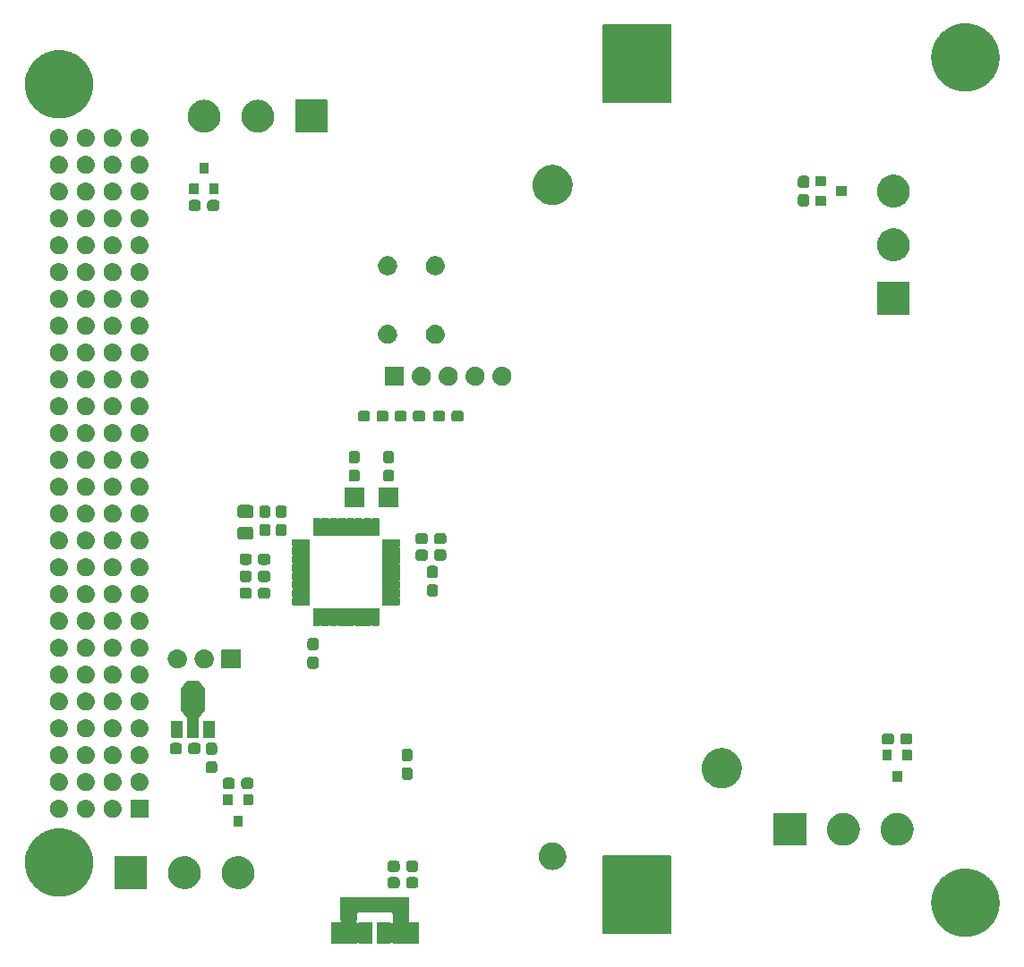
<source format=gts>
G04 #@! TF.GenerationSoftware,KiCad,Pcbnew,5.99.0-unknown-529461e~86~ubuntu18.04.1*
G04 #@! TF.CreationDate,2019-09-26T16:04:44-03:00*
G04 #@! TF.ProjectId,DPL,44504c2e-6b69-4636-9164-5f7063625858,rev?*
G04 #@! TF.SameCoordinates,Original*
G04 #@! TF.FileFunction,Soldermask,Top*
G04 #@! TF.FilePolarity,Negative*
%FSLAX46Y46*%
G04 Gerber Fmt 4.6, Leading zero omitted, Abs format (unit mm)*
G04 Created by KiCad (PCBNEW 5.99.0-unknown-529461e~86~ubuntu18.04.1) date 2019-09-26 16:04:44*
%MOMM*%
%LPD*%
G04 APERTURE LIST*
%ADD10C,0.100000*%
G04 APERTURE END LIST*
D10*
G36*
X145644900Y-124651959D02*
G01*
X145655555Y-124659079D01*
X145722770Y-124680125D01*
X145794445Y-124659079D01*
X145805100Y-124651959D01*
X145837312Y-124645552D01*
X146262688Y-124645552D01*
X146294900Y-124651959D01*
X146305555Y-124659079D01*
X146372770Y-124680125D01*
X146444445Y-124659079D01*
X146455100Y-124651959D01*
X146487312Y-124645552D01*
X146912688Y-124645552D01*
X146944900Y-124651959D01*
X146955555Y-124659079D01*
X147022770Y-124680125D01*
X147094445Y-124659079D01*
X147105100Y-124651959D01*
X147137312Y-124645552D01*
X147562688Y-124645552D01*
X147594900Y-124651959D01*
X147605555Y-124659079D01*
X147672770Y-124680125D01*
X147744445Y-124659079D01*
X147755100Y-124651959D01*
X147787312Y-124645552D01*
X148212688Y-124645552D01*
X148244900Y-124651959D01*
X148255555Y-124659079D01*
X148322770Y-124680125D01*
X148394445Y-124659079D01*
X148405100Y-124651959D01*
X148437312Y-124645552D01*
X148862688Y-124645552D01*
X148894900Y-124651959D01*
X148905555Y-124659079D01*
X148972770Y-124680125D01*
X149044445Y-124659079D01*
X149055100Y-124651959D01*
X149087312Y-124645552D01*
X150537688Y-124645552D01*
X150569899Y-124651959D01*
X150586769Y-124663231D01*
X150598041Y-124680101D01*
X150604448Y-124712312D01*
X150604448Y-126787688D01*
X150598041Y-126819900D01*
X150577188Y-126851108D01*
X150556142Y-126918323D01*
X150574776Y-126986245D01*
X150627174Y-127033311D01*
X150681121Y-127045552D01*
X151435188Y-127045552D01*
X151467399Y-127051959D01*
X151484269Y-127063231D01*
X151495541Y-127080101D01*
X151501948Y-127112312D01*
X151501948Y-128987688D01*
X151499499Y-129000000D01*
X151495541Y-129019899D01*
X151484269Y-129036769D01*
X151467399Y-129048041D01*
X151447500Y-129051999D01*
X151435188Y-129054448D01*
X149084812Y-129054448D01*
X149052601Y-129048041D01*
X149035732Y-129036770D01*
X149035731Y-129036769D01*
X149028932Y-129026593D01*
X148974889Y-128981428D01*
X148905005Y-128972651D01*
X148821068Y-129026593D01*
X148814269Y-129036769D01*
X148797399Y-129048041D01*
X148777500Y-129051999D01*
X148765188Y-129054448D01*
X147614812Y-129054448D01*
X147582601Y-129048041D01*
X147565731Y-129036769D01*
X147554459Y-129019899D01*
X147548052Y-128987688D01*
X147548052Y-127112312D01*
X147554459Y-127080101D01*
X147565731Y-127063231D01*
X147582601Y-127051959D01*
X147614812Y-127045552D01*
X148765188Y-127045552D01*
X148777500Y-127048001D01*
X148797399Y-127051959D01*
X148814269Y-127063231D01*
X148821068Y-127073407D01*
X148875111Y-127118572D01*
X148944995Y-127127349D01*
X149028932Y-127073407D01*
X149035731Y-127063231D01*
X149050900Y-127053096D01*
X149096063Y-126999055D01*
X149104842Y-126929171D01*
X149050899Y-126845233D01*
X149038231Y-126836769D01*
X149037074Y-126835037D01*
X149026959Y-126819899D01*
X149020552Y-126787688D01*
X149020552Y-126255359D01*
X149000709Y-126187779D01*
X148947479Y-126141656D01*
X148871168Y-126132762D01*
X148862691Y-126134448D01*
X148437312Y-126134448D01*
X148405100Y-126128041D01*
X148394445Y-126120921D01*
X148327230Y-126099875D01*
X148255555Y-126120921D01*
X148244900Y-126128041D01*
X148212688Y-126134448D01*
X147787312Y-126134448D01*
X147755100Y-126128041D01*
X147744445Y-126120921D01*
X147677230Y-126099875D01*
X147605555Y-126120921D01*
X147594900Y-126128041D01*
X147562688Y-126134448D01*
X147137312Y-126134448D01*
X147105100Y-126128041D01*
X147094445Y-126120921D01*
X147027230Y-126099875D01*
X146955555Y-126120921D01*
X146944900Y-126128041D01*
X146912688Y-126134448D01*
X146487312Y-126134448D01*
X146455100Y-126128041D01*
X146444445Y-126120921D01*
X146377230Y-126099875D01*
X146305555Y-126120921D01*
X146294900Y-126128041D01*
X146262688Y-126134448D01*
X145837309Y-126134448D01*
X145828832Y-126132762D01*
X145758680Y-126139040D01*
X145703058Y-126182249D01*
X145679448Y-126255359D01*
X145679448Y-126787688D01*
X145673041Y-126819899D01*
X145662927Y-126835037D01*
X145661769Y-126836769D01*
X145649101Y-126845234D01*
X145603936Y-126899276D01*
X145595159Y-126969160D01*
X145649101Y-127053096D01*
X145664269Y-127063231D01*
X145671068Y-127073407D01*
X145725111Y-127118572D01*
X145794995Y-127127349D01*
X145878932Y-127073407D01*
X145885731Y-127063231D01*
X145902601Y-127051959D01*
X145922500Y-127048001D01*
X145934812Y-127045552D01*
X147085188Y-127045552D01*
X147117399Y-127051959D01*
X147134269Y-127063231D01*
X147145541Y-127080101D01*
X147151948Y-127112312D01*
X147151948Y-128987688D01*
X147149499Y-129000000D01*
X147145541Y-129019899D01*
X147134269Y-129036769D01*
X147117399Y-129048041D01*
X147097500Y-129051999D01*
X147085188Y-129054448D01*
X145934812Y-129054448D01*
X145902601Y-129048041D01*
X145885732Y-129036770D01*
X145885731Y-129036769D01*
X145878932Y-129026593D01*
X145824889Y-128981428D01*
X145755005Y-128972651D01*
X145671068Y-129026593D01*
X145664269Y-129036769D01*
X145647399Y-129048041D01*
X145627500Y-129051999D01*
X145615188Y-129054448D01*
X143264812Y-129054448D01*
X143232601Y-129048041D01*
X143215731Y-129036769D01*
X143204459Y-129019899D01*
X143198052Y-128987688D01*
X143198052Y-127112312D01*
X143204459Y-127080101D01*
X143215731Y-127063231D01*
X143232601Y-127051959D01*
X143264812Y-127045552D01*
X144018879Y-127045552D01*
X144086459Y-127025709D01*
X144132582Y-126972479D01*
X144142606Y-126902764D01*
X144122812Y-126851108D01*
X144101959Y-126819900D01*
X144095552Y-126787688D01*
X144095552Y-124712312D01*
X144101959Y-124680101D01*
X144113231Y-124663231D01*
X144130101Y-124651959D01*
X144162312Y-124645552D01*
X145612688Y-124645552D01*
X145644900Y-124651959D01*
X145644900Y-124651959D01*
G37*
G36*
X203310652Y-121974579D02*
G01*
X203412881Y-121975293D01*
X203491862Y-121984711D01*
X203564518Y-121988773D01*
X203663880Y-122005222D01*
X203771072Y-122018004D01*
X203843013Y-122034878D01*
X203909267Y-122045846D01*
X204011647Y-122074431D01*
X204122269Y-122100377D01*
X204186517Y-122123255D01*
X204245812Y-122139810D01*
X204349684Y-122181356D01*
X204462095Y-122221384D01*
X204518314Y-122248804D01*
X204570258Y-122269580D01*
X204673910Y-122324692D01*
X204786315Y-122379516D01*
X204834350Y-122410000D01*
X204878786Y-122433627D01*
X204980449Y-122502717D01*
X205090888Y-122572804D01*
X205130815Y-122604906D01*
X205167794Y-122630037D01*
X205265587Y-122713266D01*
X205372017Y-122798837D01*
X205404126Y-122831171D01*
X205433891Y-122856503D01*
X205525870Y-122953768D01*
X205626198Y-123054799D01*
X205650989Y-123086078D01*
X205673983Y-123110393D01*
X205758191Y-123221333D01*
X205850263Y-123337499D01*
X205868413Y-123366545D01*
X205885244Y-123388719D01*
X205959707Y-123512645D01*
X206041420Y-123643414D01*
X206053775Y-123669201D01*
X206065216Y-123688242D01*
X206128023Y-123824168D01*
X206197285Y-123968730D01*
X206204827Y-123990388D01*
X206211783Y-124005442D01*
X206261082Y-124151931D01*
X206315916Y-124309393D01*
X206319743Y-124326239D01*
X206323238Y-124336623D01*
X206357282Y-124491463D01*
X206395835Y-124661156D01*
X206397131Y-124672711D01*
X206398272Y-124677900D01*
X206415455Y-124836077D01*
X206436045Y-125019636D01*
X206435971Y-125024926D01*
X206435987Y-125025072D01*
X206434687Y-125397444D01*
X206430232Y-125435951D01*
X206429751Y-125470370D01*
X206409935Y-125611371D01*
X206394549Y-125744347D01*
X206385890Y-125782458D01*
X206379548Y-125827587D01*
X206345584Y-125959868D01*
X206317134Y-126085090D01*
X206302578Y-126127365D01*
X206289838Y-126176982D01*
X206243394Y-126299247D01*
X206203369Y-126415488D01*
X206181937Y-126461033D01*
X206161741Y-126514200D01*
X206104596Y-126625391D01*
X206054595Y-126731650D01*
X206025438Y-126779418D01*
X205996853Y-126835037D01*
X205930826Y-126934416D01*
X205872535Y-127029912D01*
X205834973Y-127078686D01*
X205797230Y-127135495D01*
X205724189Y-127222542D01*
X205659331Y-127306761D01*
X205612844Y-127355237D01*
X205565358Y-127411829D01*
X205487210Y-127486248D01*
X205417483Y-127558959D01*
X205361723Y-127605747D01*
X205304129Y-127660593D01*
X205222703Y-127722399D01*
X205149795Y-127783576D01*
X205084657Y-127827182D01*
X205016799Y-127878689D01*
X204933868Y-127928126D01*
X204859438Y-127977952D01*
X204785020Y-128016857D01*
X204706948Y-128063397D01*
X204624175Y-128100945D01*
X204549758Y-128139849D01*
X204466372Y-128172528D01*
X204378439Y-128212416D01*
X204297400Y-128238747D01*
X204224427Y-128267345D01*
X204132599Y-128292294D01*
X204035366Y-128323887D01*
X203957454Y-128339880D01*
X203887224Y-128358961D01*
X203787722Y-128374721D01*
X203682006Y-128396421D01*
X203608446Y-128403116D01*
X203542099Y-128413624D01*
X203435921Y-128418817D01*
X203322763Y-128429115D01*
X203254561Y-128427686D01*
X203193082Y-128430693D01*
X203081417Y-128424059D01*
X202962114Y-128421560D01*
X202900125Y-128413289D01*
X202844274Y-128409971D01*
X202728514Y-128390391D01*
X202604555Y-128373852D01*
X202549350Y-128360088D01*
X202499729Y-128351695D01*
X202381453Y-128318226D01*
X202254543Y-128286584D01*
X202206531Y-128268728D01*
X202163511Y-128256555D01*
X202044443Y-128208448D01*
X201916439Y-128160844D01*
X201875763Y-128140297D01*
X201839520Y-128125654D01*
X201721539Y-128062393D01*
X201594458Y-127998200D01*
X201561060Y-127976345D01*
X201531567Y-127960531D01*
X201416658Y-127881851D01*
X201292614Y-127800679D01*
X201266220Y-127778844D01*
X201243253Y-127763118D01*
X201133489Y-127669039D01*
X201014669Y-127570742D01*
X200994805Y-127550172D01*
X200977941Y-127535718D01*
X200875480Y-127426607D01*
X200764086Y-127311256D01*
X200750084Y-127293075D01*
X200738741Y-127280995D01*
X200645779Y-127157631D01*
X200543990Y-127025455D01*
X200535038Y-127010673D01*
X200528447Y-127001927D01*
X200447301Y-126865803D01*
X200357123Y-126716902D01*
X200352245Y-126706344D01*
X200349528Y-126701787D01*
X200283366Y-126557276D01*
X200205815Y-126389441D01*
X200091952Y-126047155D01*
X200053601Y-125866727D01*
X200019924Y-125710966D01*
X200019368Y-125705677D01*
X200016952Y-125694310D01*
X199999964Y-125521052D01*
X199983400Y-125363453D01*
X199983438Y-125352511D01*
X199981751Y-125335304D01*
X199984080Y-125168526D01*
X199984619Y-125014028D01*
X199986468Y-124997546D01*
X199986788Y-124974611D01*
X200006880Y-124815569D01*
X200023569Y-124666779D01*
X200028415Y-124645101D01*
X200031999Y-124616728D01*
X200068265Y-124466822D01*
X200099797Y-124325756D01*
X200108766Y-124299411D01*
X200116821Y-124266114D01*
X200167534Y-124126782D01*
X200212403Y-123994980D01*
X200226541Y-123964662D01*
X200240197Y-123927141D01*
X200303517Y-123799583D01*
X200360080Y-123678284D01*
X200380327Y-123644852D01*
X200400590Y-123604033D01*
X200474572Y-123489235D01*
X200541096Y-123379391D01*
X200568250Y-123343874D01*
X200595999Y-123300817D01*
X200678657Y-123199469D01*
X200753324Y-123101808D01*
X200788037Y-123065356D01*
X200823990Y-123021273D01*
X200913333Y-122933782D01*
X200994300Y-122848758D01*
X201037032Y-122812646D01*
X201081720Y-122768885D01*
X201175756Y-122695416D01*
X201261198Y-122623212D01*
X201312232Y-122588789D01*
X201365977Y-122546799D01*
X201462749Y-122487264D01*
X201550879Y-122427820D01*
X201610292Y-122396495D01*
X201673219Y-122357782D01*
X201770881Y-122311826D01*
X201859986Y-122264846D01*
X201927650Y-122238056D01*
X201999615Y-122204192D01*
X202096396Y-122171245D01*
X202184870Y-122136216D01*
X202260435Y-122115402D01*
X202341098Y-122087942D01*
X202435398Y-122067209D01*
X202521755Y-122043422D01*
X202604660Y-122029994D01*
X202693411Y-122010481D01*
X202783783Y-122000982D01*
X202866685Y-121987555D01*
X202956133Y-121982867D01*
X203052162Y-121972774D01*
X203137370Y-121973369D01*
X203215642Y-121969267D01*
X203310652Y-121974579D01*
X203310652Y-121974579D01*
G37*
G36*
X175374899Y-120746959D02*
G01*
X175391769Y-120758231D01*
X175403041Y-120775101D01*
X175409448Y-120807312D01*
X175409448Y-128122688D01*
X175406999Y-128135000D01*
X175403041Y-128154899D01*
X175391769Y-128171769D01*
X175374899Y-128183041D01*
X175355000Y-128186999D01*
X175342688Y-128189448D01*
X168967312Y-128189448D01*
X168935101Y-128183041D01*
X168918231Y-128171769D01*
X168906959Y-128154899D01*
X168900552Y-128122688D01*
X168900552Y-120807312D01*
X168906959Y-120775101D01*
X168918231Y-120758231D01*
X168935101Y-120746959D01*
X168967312Y-120740552D01*
X175342688Y-120740552D01*
X175374899Y-120746959D01*
X175374899Y-120746959D01*
G37*
G36*
X117580652Y-118164579D02*
G01*
X117682881Y-118165293D01*
X117761862Y-118174711D01*
X117834518Y-118178773D01*
X117933880Y-118195222D01*
X118041072Y-118208004D01*
X118113013Y-118224878D01*
X118179267Y-118235846D01*
X118281647Y-118264431D01*
X118392269Y-118290377D01*
X118456517Y-118313255D01*
X118515812Y-118329810D01*
X118619684Y-118371356D01*
X118732095Y-118411384D01*
X118788314Y-118438804D01*
X118840258Y-118459580D01*
X118943910Y-118514692D01*
X119056315Y-118569516D01*
X119104350Y-118600000D01*
X119148786Y-118623627D01*
X119250449Y-118692717D01*
X119360888Y-118762804D01*
X119400815Y-118794906D01*
X119437794Y-118820037D01*
X119535587Y-118903266D01*
X119642017Y-118988837D01*
X119674126Y-119021171D01*
X119703891Y-119046503D01*
X119795870Y-119143768D01*
X119896198Y-119244799D01*
X119920989Y-119276078D01*
X119943983Y-119300393D01*
X120028191Y-119411333D01*
X120120263Y-119527499D01*
X120138413Y-119556545D01*
X120155244Y-119578719D01*
X120229707Y-119702645D01*
X120311420Y-119833414D01*
X120323775Y-119859201D01*
X120335216Y-119878242D01*
X120398023Y-120014168D01*
X120467285Y-120158730D01*
X120474827Y-120180388D01*
X120481783Y-120195442D01*
X120531082Y-120341931D01*
X120585916Y-120499393D01*
X120589743Y-120516239D01*
X120593238Y-120526623D01*
X120627282Y-120681463D01*
X120665835Y-120851156D01*
X120667131Y-120862711D01*
X120668272Y-120867900D01*
X120685455Y-121026077D01*
X120706045Y-121209636D01*
X120705971Y-121214926D01*
X120705987Y-121215072D01*
X120704687Y-121587444D01*
X120700232Y-121625951D01*
X120699751Y-121660370D01*
X120679935Y-121801371D01*
X120664549Y-121934347D01*
X120655890Y-121972458D01*
X120649548Y-122017587D01*
X120615584Y-122149868D01*
X120587134Y-122275090D01*
X120572578Y-122317365D01*
X120559838Y-122366982D01*
X120513394Y-122489247D01*
X120473369Y-122605488D01*
X120451937Y-122651033D01*
X120431741Y-122704200D01*
X120374596Y-122815391D01*
X120324595Y-122921650D01*
X120295438Y-122969418D01*
X120266853Y-123025037D01*
X120200826Y-123124416D01*
X120142535Y-123219912D01*
X120104973Y-123268686D01*
X120067230Y-123325495D01*
X119994189Y-123412542D01*
X119929331Y-123496761D01*
X119882844Y-123545237D01*
X119835358Y-123601829D01*
X119757210Y-123676248D01*
X119687483Y-123748959D01*
X119631723Y-123795747D01*
X119574129Y-123850593D01*
X119492703Y-123912399D01*
X119419795Y-123973576D01*
X119354657Y-124017182D01*
X119286799Y-124068689D01*
X119203868Y-124118126D01*
X119129438Y-124167952D01*
X119055020Y-124206857D01*
X118976948Y-124253397D01*
X118894175Y-124290945D01*
X118819758Y-124329849D01*
X118736372Y-124362528D01*
X118648439Y-124402416D01*
X118567400Y-124428747D01*
X118494427Y-124457345D01*
X118402599Y-124482294D01*
X118305366Y-124513887D01*
X118227454Y-124529880D01*
X118157224Y-124548961D01*
X118057722Y-124564721D01*
X117952006Y-124586421D01*
X117878446Y-124593116D01*
X117812099Y-124603624D01*
X117705921Y-124608817D01*
X117592763Y-124619115D01*
X117524561Y-124617686D01*
X117463082Y-124620693D01*
X117351417Y-124614059D01*
X117232114Y-124611560D01*
X117170125Y-124603289D01*
X117114274Y-124599971D01*
X116998514Y-124580391D01*
X116874555Y-124563852D01*
X116819350Y-124550088D01*
X116769729Y-124541695D01*
X116651453Y-124508226D01*
X116524543Y-124476584D01*
X116476531Y-124458728D01*
X116433511Y-124446555D01*
X116314443Y-124398448D01*
X116186439Y-124350844D01*
X116145763Y-124330297D01*
X116109520Y-124315654D01*
X115991539Y-124252393D01*
X115864458Y-124188200D01*
X115831060Y-124166345D01*
X115801567Y-124150531D01*
X115686658Y-124071851D01*
X115562614Y-123990679D01*
X115536220Y-123968844D01*
X115513253Y-123953118D01*
X115403489Y-123859039D01*
X115284669Y-123760742D01*
X115264805Y-123740172D01*
X115247941Y-123725718D01*
X115145480Y-123616607D01*
X115034086Y-123501256D01*
X115020084Y-123483075D01*
X115008741Y-123470995D01*
X114915779Y-123347631D01*
X114813990Y-123215455D01*
X114805038Y-123200673D01*
X114798447Y-123191927D01*
X114717301Y-123055803D01*
X114627123Y-122906902D01*
X114622245Y-122896344D01*
X114619528Y-122891787D01*
X114553366Y-122747276D01*
X114475815Y-122579441D01*
X114361952Y-122237155D01*
X114323601Y-122056727D01*
X114289924Y-121900966D01*
X114289368Y-121895677D01*
X114286952Y-121884310D01*
X114269964Y-121711052D01*
X114253400Y-121553453D01*
X114253438Y-121542511D01*
X114251751Y-121525304D01*
X114254080Y-121358526D01*
X114254619Y-121204028D01*
X114256468Y-121187546D01*
X114256788Y-121164611D01*
X114276880Y-121005569D01*
X114293569Y-120856779D01*
X114298415Y-120835101D01*
X114301999Y-120806728D01*
X114338265Y-120656822D01*
X114369797Y-120515756D01*
X114378766Y-120489411D01*
X114386821Y-120456114D01*
X114437534Y-120316782D01*
X114482403Y-120184980D01*
X114496541Y-120154662D01*
X114510197Y-120117141D01*
X114573517Y-119989583D01*
X114630080Y-119868284D01*
X114650327Y-119834852D01*
X114670590Y-119794033D01*
X114744572Y-119679235D01*
X114811096Y-119569391D01*
X114838250Y-119533874D01*
X114865999Y-119490817D01*
X114948657Y-119389469D01*
X115023324Y-119291808D01*
X115058037Y-119255356D01*
X115093990Y-119211273D01*
X115183333Y-119123782D01*
X115264300Y-119038758D01*
X115307032Y-119002646D01*
X115351720Y-118958885D01*
X115445756Y-118885416D01*
X115531198Y-118813212D01*
X115582232Y-118778789D01*
X115635977Y-118736799D01*
X115732749Y-118677264D01*
X115820879Y-118617820D01*
X115880292Y-118586495D01*
X115943219Y-118547782D01*
X116040881Y-118501826D01*
X116129986Y-118454846D01*
X116197650Y-118428056D01*
X116269615Y-118394192D01*
X116366396Y-118361245D01*
X116454870Y-118326216D01*
X116530435Y-118305402D01*
X116611098Y-118277942D01*
X116705398Y-118257209D01*
X116791755Y-118233422D01*
X116874660Y-118219994D01*
X116963411Y-118200481D01*
X117053783Y-118190982D01*
X117136685Y-118177555D01*
X117226133Y-118172867D01*
X117322162Y-118162774D01*
X117407370Y-118163369D01*
X117485642Y-118159267D01*
X117580652Y-118164579D01*
X117580652Y-118164579D01*
G37*
G36*
X129344870Y-120797503D02*
G01*
X129400587Y-120795557D01*
X129467861Y-120804056D01*
X129530350Y-120807385D01*
X129586239Y-120819010D01*
X129648205Y-120826838D01*
X129706838Y-120844095D01*
X129761387Y-120855441D01*
X129821309Y-120877785D01*
X129887637Y-120897307D01*
X129936700Y-120920814D01*
X129982485Y-120937887D01*
X130044355Y-120972394D01*
X130112722Y-121005150D01*
X130151870Y-121032359D01*
X130188580Y-121052833D01*
X130249992Y-121100555D01*
X130317669Y-121147592D01*
X130347117Y-121176029D01*
X130374905Y-121197623D01*
X130433181Y-121259140D01*
X130497207Y-121320969D01*
X130517690Y-121348349D01*
X130537196Y-121368940D01*
X130589539Y-121444391D01*
X130646715Y-121520821D01*
X130659424Y-121545130D01*
X130671703Y-121562831D01*
X130715241Y-121651900D01*
X130762347Y-121742005D01*
X130768868Y-121761606D01*
X130775330Y-121774827D01*
X130807204Y-121876849D01*
X130841129Y-121978831D01*
X130843351Y-121992547D01*
X130845703Y-122000077D01*
X130863218Y-122115216D01*
X130881033Y-122225207D01*
X130878079Y-122507248D01*
X130871707Y-122541966D01*
X130871166Y-122560197D01*
X130851162Y-122653910D01*
X130833024Y-122752734D01*
X130825639Y-122773474D01*
X130822281Y-122789204D01*
X130784978Y-122887664D01*
X130749300Y-122987859D01*
X130741956Y-123001218D01*
X130738676Y-123009875D01*
X130682486Y-123109393D01*
X130629061Y-123206573D01*
X130623852Y-123213240D01*
X130622659Y-123215353D01*
X130537525Y-123323734D01*
X130475400Y-123403249D01*
X130394204Y-123478438D01*
X130304728Y-123562314D01*
X130300477Y-123565230D01*
X130292271Y-123572829D01*
X130201065Y-123633426D01*
X130110132Y-123695806D01*
X130099346Y-123701009D01*
X130084386Y-123710948D01*
X129989597Y-123753946D01*
X129897593Y-123798324D01*
X129879603Y-123803841D01*
X129857091Y-123814053D01*
X129762529Y-123839745D01*
X129671988Y-123867512D01*
X129646633Y-123871234D01*
X129616237Y-123879492D01*
X129525124Y-123889068D01*
X129438513Y-123901781D01*
X129406058Y-123901583D01*
X129368018Y-123905581D01*
X129283077Y-123900832D01*
X129202537Y-123900340D01*
X129163732Y-123894159D01*
X129118820Y-123891648D01*
X129042188Y-123874799D01*
X128969503Y-123863222D01*
X128925572Y-123849160D01*
X128875056Y-123838053D01*
X128808282Y-123811615D01*
X128744751Y-123791279D01*
X128697318Y-123767681D01*
X128642997Y-123746174D01*
X128587052Y-123712824D01*
X128533481Y-123686173D01*
X128484562Y-123651729D01*
X128428612Y-123618376D01*
X128383850Y-123580816D01*
X128340537Y-123550319D01*
X128292434Y-123504109D01*
X128237418Y-123457945D01*
X128203622Y-123418792D01*
X128170359Y-123386838D01*
X128125609Y-123328413D01*
X128074333Y-123269009D01*
X128050758Y-123230688D01*
X128026869Y-123199499D01*
X127988132Y-123128891D01*
X127943554Y-123056430D01*
X127928980Y-123021071D01*
X127913367Y-122992612D01*
X127883347Y-122910357D01*
X127848444Y-122825676D01*
X127841254Y-122795023D01*
X127832464Y-122770937D01*
X127813818Y-122678049D01*
X127791451Y-122582684D01*
X127789727Y-122558029D01*
X127786023Y-122539577D01*
X127781300Y-122437527D01*
X127774040Y-122333705D01*
X127775668Y-122315820D01*
X127775114Y-122303855D01*
X127786738Y-122194177D01*
X127796661Y-122085146D01*
X127799442Y-122074316D01*
X127799985Y-122069190D01*
X127831189Y-121950668D01*
X127858731Y-121843401D01*
X127899091Y-121751021D01*
X127953971Y-121624502D01*
X127955264Y-121622445D01*
X127958652Y-121614690D01*
X128018740Y-121521452D01*
X128079542Y-121424713D01*
X128085595Y-121417713D01*
X128093855Y-121404896D01*
X128165058Y-121325817D01*
X128233893Y-121246212D01*
X128246124Y-121235785D01*
X128260861Y-121219417D01*
X128339191Y-121156438D01*
X128413465Y-121093114D01*
X128432935Y-121081065D01*
X128455373Y-121063025D01*
X128537267Y-121016503D01*
X128614129Y-120968939D01*
X128641484Y-120957299D01*
X128672387Y-120939744D01*
X128754567Y-120909182D01*
X128831259Y-120876549D01*
X128866685Y-120867486D01*
X128906320Y-120852746D01*
X128985882Y-120836992D01*
X129059877Y-120818062D01*
X129103059Y-120813790D01*
X129151153Y-120804267D01*
X129225594Y-120801668D01*
X129294709Y-120794830D01*
X129344870Y-120797503D01*
X129344870Y-120797503D01*
G37*
G36*
X134424870Y-120797503D02*
G01*
X134480587Y-120795557D01*
X134547861Y-120804056D01*
X134610350Y-120807385D01*
X134666239Y-120819010D01*
X134728205Y-120826838D01*
X134786838Y-120844095D01*
X134841387Y-120855441D01*
X134901309Y-120877785D01*
X134967637Y-120897307D01*
X135016700Y-120920814D01*
X135062485Y-120937887D01*
X135124355Y-120972394D01*
X135192722Y-121005150D01*
X135231870Y-121032359D01*
X135268580Y-121052833D01*
X135329992Y-121100555D01*
X135397669Y-121147592D01*
X135427117Y-121176029D01*
X135454905Y-121197623D01*
X135513181Y-121259140D01*
X135577207Y-121320969D01*
X135597690Y-121348349D01*
X135617196Y-121368940D01*
X135669539Y-121444391D01*
X135726715Y-121520821D01*
X135739424Y-121545130D01*
X135751703Y-121562831D01*
X135795241Y-121651900D01*
X135842347Y-121742005D01*
X135848868Y-121761606D01*
X135855330Y-121774827D01*
X135887204Y-121876849D01*
X135921129Y-121978831D01*
X135923351Y-121992547D01*
X135925703Y-122000077D01*
X135943218Y-122115216D01*
X135961033Y-122225207D01*
X135958079Y-122507248D01*
X135951707Y-122541966D01*
X135951166Y-122560197D01*
X135931162Y-122653910D01*
X135913024Y-122752734D01*
X135905639Y-122773474D01*
X135902281Y-122789204D01*
X135864978Y-122887664D01*
X135829300Y-122987859D01*
X135821956Y-123001218D01*
X135818676Y-123009875D01*
X135762486Y-123109393D01*
X135709061Y-123206573D01*
X135703852Y-123213240D01*
X135702659Y-123215353D01*
X135617525Y-123323734D01*
X135555400Y-123403249D01*
X135474204Y-123478438D01*
X135384728Y-123562314D01*
X135380477Y-123565230D01*
X135372271Y-123572829D01*
X135281065Y-123633426D01*
X135190132Y-123695806D01*
X135179346Y-123701009D01*
X135164386Y-123710948D01*
X135069597Y-123753946D01*
X134977593Y-123798324D01*
X134959603Y-123803841D01*
X134937091Y-123814053D01*
X134842529Y-123839745D01*
X134751988Y-123867512D01*
X134726633Y-123871234D01*
X134696237Y-123879492D01*
X134605124Y-123889068D01*
X134518513Y-123901781D01*
X134486058Y-123901583D01*
X134448018Y-123905581D01*
X134363077Y-123900832D01*
X134282537Y-123900340D01*
X134243732Y-123894159D01*
X134198820Y-123891648D01*
X134122188Y-123874799D01*
X134049503Y-123863222D01*
X134005572Y-123849160D01*
X133955056Y-123838053D01*
X133888282Y-123811615D01*
X133824751Y-123791279D01*
X133777318Y-123767681D01*
X133722997Y-123746174D01*
X133667052Y-123712824D01*
X133613481Y-123686173D01*
X133564562Y-123651729D01*
X133508612Y-123618376D01*
X133463850Y-123580816D01*
X133420537Y-123550319D01*
X133372434Y-123504109D01*
X133317418Y-123457945D01*
X133283622Y-123418792D01*
X133250359Y-123386838D01*
X133205609Y-123328413D01*
X133154333Y-123269009D01*
X133130758Y-123230688D01*
X133106869Y-123199499D01*
X133068132Y-123128891D01*
X133023554Y-123056430D01*
X133008980Y-123021071D01*
X132993367Y-122992612D01*
X132963347Y-122910357D01*
X132928444Y-122825676D01*
X132921254Y-122795023D01*
X132912464Y-122770937D01*
X132893818Y-122678049D01*
X132871451Y-122582684D01*
X132869727Y-122558029D01*
X132866023Y-122539577D01*
X132861300Y-122437527D01*
X132854040Y-122333705D01*
X132855668Y-122315820D01*
X132855114Y-122303855D01*
X132866738Y-122194177D01*
X132876661Y-122085146D01*
X132879442Y-122074316D01*
X132879985Y-122069190D01*
X132911189Y-121950668D01*
X132938731Y-121843401D01*
X132979091Y-121751021D01*
X133033971Y-121624502D01*
X133035264Y-121622445D01*
X133038652Y-121614690D01*
X133098740Y-121521452D01*
X133159542Y-121424713D01*
X133165595Y-121417713D01*
X133173855Y-121404896D01*
X133245058Y-121325817D01*
X133313893Y-121246212D01*
X133326124Y-121235785D01*
X133340861Y-121219417D01*
X133419191Y-121156438D01*
X133493465Y-121093114D01*
X133512935Y-121081065D01*
X133535373Y-121063025D01*
X133617267Y-121016503D01*
X133694129Y-120968939D01*
X133721484Y-120957299D01*
X133752387Y-120939744D01*
X133834567Y-120909182D01*
X133911259Y-120876549D01*
X133946685Y-120867486D01*
X133986320Y-120852746D01*
X134065882Y-120836992D01*
X134139877Y-120818062D01*
X134183059Y-120813790D01*
X134231153Y-120804267D01*
X134305594Y-120801668D01*
X134374709Y-120794830D01*
X134424870Y-120797503D01*
X134424870Y-120797503D01*
G37*
G36*
X125769899Y-120801959D02*
G01*
X125786769Y-120813231D01*
X125798041Y-120830101D01*
X125804448Y-120862312D01*
X125804448Y-123837688D01*
X125801999Y-123850000D01*
X125798041Y-123869899D01*
X125786769Y-123886769D01*
X125769899Y-123898041D01*
X125750000Y-123901999D01*
X125737688Y-123904448D01*
X122762312Y-123904448D01*
X122730101Y-123898041D01*
X122713231Y-123886769D01*
X122701959Y-123869899D01*
X122695552Y-123837688D01*
X122695552Y-120862312D01*
X122701959Y-120830101D01*
X122713231Y-120813231D01*
X122730101Y-120801959D01*
X122762312Y-120795552D01*
X125737688Y-120795552D01*
X125769899Y-120801959D01*
X125769899Y-120801959D01*
G37*
G36*
X151157980Y-122773117D02*
G01*
X151158386Y-122773117D01*
X151160637Y-122773538D01*
X151249801Y-122787660D01*
X151257691Y-122791680D01*
X151264409Y-122792936D01*
X151284176Y-122805175D01*
X151331229Y-122829150D01*
X151344776Y-122842697D01*
X151356114Y-122849717D01*
X151369432Y-122867353D01*
X151395850Y-122893771D01*
X151409267Y-122920103D01*
X151421114Y-122935791D01*
X151424418Y-122949838D01*
X151437340Y-122975199D01*
X151451686Y-123065777D01*
X151451883Y-123066614D01*
X151451883Y-123067020D01*
X151453194Y-123075297D01*
X151453194Y-123524703D01*
X151451883Y-123532980D01*
X151451883Y-123533386D01*
X151451462Y-123535637D01*
X151437340Y-123624801D01*
X151433320Y-123632691D01*
X151432064Y-123639409D01*
X151419825Y-123659176D01*
X151395850Y-123706229D01*
X151382303Y-123719776D01*
X151375283Y-123731114D01*
X151357647Y-123744432D01*
X151331229Y-123770850D01*
X151304897Y-123784267D01*
X151289209Y-123796114D01*
X151275162Y-123799418D01*
X151249801Y-123812340D01*
X151159223Y-123826686D01*
X151158386Y-123826883D01*
X151157980Y-123826883D01*
X151149703Y-123828194D01*
X150600297Y-123828194D01*
X150592020Y-123826883D01*
X150591614Y-123826883D01*
X150589363Y-123826462D01*
X150500199Y-123812340D01*
X150492309Y-123808320D01*
X150485591Y-123807064D01*
X150465824Y-123794825D01*
X150418771Y-123770850D01*
X150405224Y-123757303D01*
X150393886Y-123750283D01*
X150380568Y-123732647D01*
X150354150Y-123706229D01*
X150340733Y-123679897D01*
X150328886Y-123664209D01*
X150325582Y-123650162D01*
X150312660Y-123624801D01*
X150298314Y-123534223D01*
X150298117Y-123533386D01*
X150298117Y-123532980D01*
X150296806Y-123524703D01*
X150296806Y-123075297D01*
X150298117Y-123067020D01*
X150298117Y-123066614D01*
X150298538Y-123064363D01*
X150312660Y-122975199D01*
X150316680Y-122967309D01*
X150317936Y-122960591D01*
X150330175Y-122940824D01*
X150354150Y-122893771D01*
X150367697Y-122880224D01*
X150374717Y-122868886D01*
X150392353Y-122855568D01*
X150418771Y-122829150D01*
X150445103Y-122815733D01*
X150460791Y-122803886D01*
X150474838Y-122800582D01*
X150500199Y-122787660D01*
X150590777Y-122773314D01*
X150591614Y-122773117D01*
X150592020Y-122773117D01*
X150600297Y-122771806D01*
X151149703Y-122771806D01*
X151157980Y-122773117D01*
X151157980Y-122773117D01*
G37*
G36*
X149407980Y-122773117D02*
G01*
X149408386Y-122773117D01*
X149410637Y-122773538D01*
X149499801Y-122787660D01*
X149507691Y-122791680D01*
X149514409Y-122792936D01*
X149534176Y-122805175D01*
X149581229Y-122829150D01*
X149594776Y-122842697D01*
X149606114Y-122849717D01*
X149619432Y-122867353D01*
X149645850Y-122893771D01*
X149659267Y-122920103D01*
X149671114Y-122935791D01*
X149674418Y-122949838D01*
X149687340Y-122975199D01*
X149701686Y-123065777D01*
X149701883Y-123066614D01*
X149701883Y-123067020D01*
X149703194Y-123075297D01*
X149703194Y-123524703D01*
X149701883Y-123532980D01*
X149701883Y-123533386D01*
X149701462Y-123535637D01*
X149687340Y-123624801D01*
X149683320Y-123632691D01*
X149682064Y-123639409D01*
X149669825Y-123659176D01*
X149645850Y-123706229D01*
X149632303Y-123719776D01*
X149625283Y-123731114D01*
X149607647Y-123744432D01*
X149581229Y-123770850D01*
X149554897Y-123784267D01*
X149539209Y-123796114D01*
X149525162Y-123799418D01*
X149499801Y-123812340D01*
X149409223Y-123826686D01*
X149408386Y-123826883D01*
X149407980Y-123826883D01*
X149399703Y-123828194D01*
X148850297Y-123828194D01*
X148842020Y-123826883D01*
X148841614Y-123826883D01*
X148839363Y-123826462D01*
X148750199Y-123812340D01*
X148742309Y-123808320D01*
X148735591Y-123807064D01*
X148715824Y-123794825D01*
X148668771Y-123770850D01*
X148655224Y-123757303D01*
X148643886Y-123750283D01*
X148630568Y-123732647D01*
X148604150Y-123706229D01*
X148590733Y-123679897D01*
X148578886Y-123664209D01*
X148575582Y-123650162D01*
X148562660Y-123624801D01*
X148548314Y-123534223D01*
X148548117Y-123533386D01*
X148548117Y-123532980D01*
X148546806Y-123524703D01*
X148546806Y-123075297D01*
X148548117Y-123067020D01*
X148548117Y-123066614D01*
X148548538Y-123064363D01*
X148562660Y-122975199D01*
X148566680Y-122967309D01*
X148567936Y-122960591D01*
X148580175Y-122940824D01*
X148604150Y-122893771D01*
X148617697Y-122880224D01*
X148624717Y-122868886D01*
X148642353Y-122855568D01*
X148668771Y-122829150D01*
X148695103Y-122815733D01*
X148710791Y-122803886D01*
X148724838Y-122800582D01*
X148750199Y-122787660D01*
X148840777Y-122773314D01*
X148841614Y-122773117D01*
X148842020Y-122773117D01*
X148850297Y-122771806D01*
X149399703Y-122771806D01*
X149407980Y-122773117D01*
X149407980Y-122773117D01*
G37*
G36*
X151157980Y-121223117D02*
G01*
X151158386Y-121223117D01*
X151160637Y-121223538D01*
X151249801Y-121237660D01*
X151257691Y-121241680D01*
X151264409Y-121242936D01*
X151284176Y-121255175D01*
X151331229Y-121279150D01*
X151344776Y-121292697D01*
X151356114Y-121299717D01*
X151369432Y-121317353D01*
X151395850Y-121343771D01*
X151409267Y-121370103D01*
X151421114Y-121385791D01*
X151424418Y-121399838D01*
X151437340Y-121425199D01*
X151451686Y-121515777D01*
X151451883Y-121516614D01*
X151451883Y-121517020D01*
X151453194Y-121525297D01*
X151453194Y-121974703D01*
X151451883Y-121982980D01*
X151451883Y-121983386D01*
X151451462Y-121985637D01*
X151437340Y-122074801D01*
X151433320Y-122082691D01*
X151432064Y-122089409D01*
X151419825Y-122109176D01*
X151395850Y-122156229D01*
X151382303Y-122169776D01*
X151375283Y-122181114D01*
X151357647Y-122194432D01*
X151331229Y-122220850D01*
X151304897Y-122234267D01*
X151289209Y-122246114D01*
X151275162Y-122249418D01*
X151249801Y-122262340D01*
X151159223Y-122276686D01*
X151158386Y-122276883D01*
X151157980Y-122276883D01*
X151149703Y-122278194D01*
X150600297Y-122278194D01*
X150592020Y-122276883D01*
X150591614Y-122276883D01*
X150589363Y-122276462D01*
X150500199Y-122262340D01*
X150492309Y-122258320D01*
X150485591Y-122257064D01*
X150465824Y-122244825D01*
X150418771Y-122220850D01*
X150405224Y-122207303D01*
X150393886Y-122200283D01*
X150380568Y-122182647D01*
X150354150Y-122156229D01*
X150340733Y-122129897D01*
X150328886Y-122114209D01*
X150325582Y-122100162D01*
X150312660Y-122074801D01*
X150298314Y-121984223D01*
X150298117Y-121983386D01*
X150298117Y-121982980D01*
X150296806Y-121974703D01*
X150296806Y-121525297D01*
X150298117Y-121517020D01*
X150298117Y-121516614D01*
X150298538Y-121514363D01*
X150312660Y-121425199D01*
X150316680Y-121417309D01*
X150317936Y-121410591D01*
X150330175Y-121390824D01*
X150354150Y-121343771D01*
X150367697Y-121330224D01*
X150374717Y-121318886D01*
X150392353Y-121305568D01*
X150418771Y-121279150D01*
X150445103Y-121265733D01*
X150460791Y-121253886D01*
X150474838Y-121250582D01*
X150500199Y-121237660D01*
X150590777Y-121223314D01*
X150591614Y-121223117D01*
X150592020Y-121223117D01*
X150600297Y-121221806D01*
X151149703Y-121221806D01*
X151157980Y-121223117D01*
X151157980Y-121223117D01*
G37*
G36*
X149407980Y-121223117D02*
G01*
X149408386Y-121223117D01*
X149410637Y-121223538D01*
X149499801Y-121237660D01*
X149507691Y-121241680D01*
X149514409Y-121242936D01*
X149534176Y-121255175D01*
X149581229Y-121279150D01*
X149594776Y-121292697D01*
X149606114Y-121299717D01*
X149619432Y-121317353D01*
X149645850Y-121343771D01*
X149659267Y-121370103D01*
X149671114Y-121385791D01*
X149674418Y-121399838D01*
X149687340Y-121425199D01*
X149701686Y-121515777D01*
X149701883Y-121516614D01*
X149701883Y-121517020D01*
X149703194Y-121525297D01*
X149703194Y-121974703D01*
X149701883Y-121982980D01*
X149701883Y-121983386D01*
X149701462Y-121985637D01*
X149687340Y-122074801D01*
X149683320Y-122082691D01*
X149682064Y-122089409D01*
X149669825Y-122109176D01*
X149645850Y-122156229D01*
X149632303Y-122169776D01*
X149625283Y-122181114D01*
X149607647Y-122194432D01*
X149581229Y-122220850D01*
X149554897Y-122234267D01*
X149539209Y-122246114D01*
X149525162Y-122249418D01*
X149499801Y-122262340D01*
X149409223Y-122276686D01*
X149408386Y-122276883D01*
X149407980Y-122276883D01*
X149399703Y-122278194D01*
X148850297Y-122278194D01*
X148842020Y-122276883D01*
X148841614Y-122276883D01*
X148839363Y-122276462D01*
X148750199Y-122262340D01*
X148742309Y-122258320D01*
X148735591Y-122257064D01*
X148715824Y-122244825D01*
X148668771Y-122220850D01*
X148655224Y-122207303D01*
X148643886Y-122200283D01*
X148630568Y-122182647D01*
X148604150Y-122156229D01*
X148590733Y-122129897D01*
X148578886Y-122114209D01*
X148575582Y-122100162D01*
X148562660Y-122074801D01*
X148548314Y-121984223D01*
X148548117Y-121983386D01*
X148548117Y-121982980D01*
X148546806Y-121974703D01*
X148546806Y-121525297D01*
X148548117Y-121517020D01*
X148548117Y-121516614D01*
X148548538Y-121514363D01*
X148562660Y-121425199D01*
X148566680Y-121417309D01*
X148567936Y-121410591D01*
X148580175Y-121390824D01*
X148604150Y-121343771D01*
X148617697Y-121330224D01*
X148624717Y-121318886D01*
X148642353Y-121305568D01*
X148668771Y-121279150D01*
X148695103Y-121265733D01*
X148710791Y-121253886D01*
X148724838Y-121250582D01*
X148750199Y-121237660D01*
X148840777Y-121223314D01*
X148841614Y-121223117D01*
X148842020Y-121223117D01*
X148850297Y-121221806D01*
X149399703Y-121221806D01*
X149407980Y-121223117D01*
X149407980Y-121223117D01*
G37*
G36*
X164217163Y-119494001D02*
G01*
X164268823Y-119494001D01*
X164328518Y-119504527D01*
X164383934Y-119509765D01*
X164435515Y-119523393D01*
X164493010Y-119533531D01*
X164543660Y-119551966D01*
X164590774Y-119564414D01*
X164645780Y-119589135D01*
X164706926Y-119611390D01*
X164747766Y-119634969D01*
X164785911Y-119652112D01*
X164841971Y-119689358D01*
X164904073Y-119725213D01*
X164935019Y-119751179D01*
X164964100Y-119770501D01*
X165018480Y-119821211D01*
X165078460Y-119871540D01*
X165100074Y-119897299D01*
X165120564Y-119916406D01*
X165170316Y-119981010D01*
X165224787Y-120045927D01*
X165238202Y-120069163D01*
X165251093Y-120085902D01*
X165293128Y-120164298D01*
X165338610Y-120243074D01*
X165345462Y-120261899D01*
X165352190Y-120274447D01*
X165383443Y-120366252D01*
X165416469Y-120456990D01*
X165418764Y-120470007D01*
X165421133Y-120476965D01*
X165438667Y-120582884D01*
X165455999Y-120681177D01*
X165455999Y-120908823D01*
X165449489Y-120945743D01*
X165448972Y-120966903D01*
X165431550Y-121047481D01*
X165416469Y-121133010D01*
X165408066Y-121156098D01*
X165404086Y-121174504D01*
X165370393Y-121259603D01*
X165338610Y-121346926D01*
X165329729Y-121362308D01*
X165325332Y-121373414D01*
X165273836Y-121459118D01*
X165224787Y-121544073D01*
X165217752Y-121552457D01*
X165215148Y-121556791D01*
X165141706Y-121643086D01*
X165078460Y-121718460D01*
X165009806Y-121776067D01*
X164913089Y-121857799D01*
X164910713Y-121859215D01*
X164904073Y-121864787D01*
X164818103Y-121914422D01*
X164729325Y-121967344D01*
X164720341Y-121970865D01*
X164706926Y-121978610D01*
X164617837Y-122011036D01*
X164530137Y-122045405D01*
X164513962Y-122048843D01*
X164493010Y-122056469D01*
X164405446Y-122071909D01*
X164320879Y-122089884D01*
X164297476Y-122090947D01*
X164268823Y-122095999D01*
X164186221Y-122095999D01*
X164107166Y-122099589D01*
X164077059Y-122095999D01*
X164041177Y-122095999D01*
X163966223Y-122082783D01*
X163894733Y-122074258D01*
X163859000Y-122063876D01*
X163816990Y-122056469D01*
X163751662Y-122032691D01*
X163689288Y-122014570D01*
X163649505Y-121995509D01*
X163603074Y-121978610D01*
X163548655Y-121947191D01*
X163496358Y-121922135D01*
X163454543Y-121892856D01*
X163405927Y-121864787D01*
X163362915Y-121828696D01*
X163321108Y-121799422D01*
X163279689Y-121758862D01*
X163231540Y-121718460D01*
X163199776Y-121680604D01*
X163168260Y-121649742D01*
X163129897Y-121597325D01*
X163085213Y-121544073D01*
X163063886Y-121507133D01*
X163041907Y-121477103D01*
X163009446Y-121412840D01*
X162971390Y-121346926D01*
X162959117Y-121313206D01*
X162945450Y-121286150D01*
X162921789Y-121210648D01*
X162893531Y-121133010D01*
X162888478Y-121104355D01*
X162881474Y-121082004D01*
X162869444Y-120996406D01*
X162854001Y-120908823D01*
X162854001Y-120886521D01*
X162851700Y-120870148D01*
X162854001Y-120775998D01*
X162854001Y-120681177D01*
X162856691Y-120665920D01*
X162856927Y-120656275D01*
X162876288Y-120554779D01*
X162893531Y-120456990D01*
X162896497Y-120448842D01*
X162897014Y-120446130D01*
X162940709Y-120327369D01*
X162971390Y-120243074D01*
X163020544Y-120157937D01*
X163076557Y-120059337D01*
X163079740Y-120055406D01*
X163085213Y-120045927D01*
X163148280Y-119970766D01*
X163211192Y-119893076D01*
X163220122Y-119885148D01*
X163231540Y-119871540D01*
X163302724Y-119811810D01*
X163371173Y-119751038D01*
X163387111Y-119741001D01*
X163405927Y-119725213D01*
X163481133Y-119681793D01*
X163552201Y-119637039D01*
X163575914Y-119627071D01*
X163603074Y-119611390D01*
X163678682Y-119583871D01*
X163749423Y-119554134D01*
X163781151Y-119546575D01*
X163816990Y-119533531D01*
X163889784Y-119520696D01*
X163957531Y-119504556D01*
X163996947Y-119501800D01*
X164041177Y-119494001D01*
X164108484Y-119494001D01*
X164170953Y-119489633D01*
X164217163Y-119494001D01*
X164217163Y-119494001D01*
G37*
G36*
X196764870Y-116697503D02*
G01*
X196820587Y-116695557D01*
X196887861Y-116704056D01*
X196950350Y-116707385D01*
X197006239Y-116719010D01*
X197068205Y-116726838D01*
X197126838Y-116744095D01*
X197181387Y-116755441D01*
X197241309Y-116777785D01*
X197307637Y-116797307D01*
X197356700Y-116820814D01*
X197402485Y-116837887D01*
X197464355Y-116872394D01*
X197532722Y-116905150D01*
X197571870Y-116932359D01*
X197608580Y-116952833D01*
X197669992Y-117000555D01*
X197737669Y-117047592D01*
X197767117Y-117076029D01*
X197794905Y-117097623D01*
X197853181Y-117159140D01*
X197917207Y-117220969D01*
X197937690Y-117248349D01*
X197957196Y-117268940D01*
X198009539Y-117344391D01*
X198066715Y-117420821D01*
X198079424Y-117445130D01*
X198091703Y-117462831D01*
X198135241Y-117551900D01*
X198182347Y-117642005D01*
X198188868Y-117661606D01*
X198195330Y-117674827D01*
X198227204Y-117776849D01*
X198261129Y-117878831D01*
X198263351Y-117892547D01*
X198265703Y-117900077D01*
X198283218Y-118015216D01*
X198301033Y-118125207D01*
X198298079Y-118407248D01*
X198291707Y-118441966D01*
X198291166Y-118460197D01*
X198271162Y-118553910D01*
X198253024Y-118652734D01*
X198245639Y-118673474D01*
X198242281Y-118689204D01*
X198204978Y-118787664D01*
X198169300Y-118887859D01*
X198161956Y-118901218D01*
X198158676Y-118909875D01*
X198102486Y-119009393D01*
X198049061Y-119106573D01*
X198043852Y-119113240D01*
X198042659Y-119115353D01*
X197957525Y-119223734D01*
X197895400Y-119303249D01*
X197814204Y-119378438D01*
X197724728Y-119462314D01*
X197720477Y-119465230D01*
X197712271Y-119472829D01*
X197621065Y-119533426D01*
X197530132Y-119595806D01*
X197519346Y-119601009D01*
X197504386Y-119610948D01*
X197409597Y-119653946D01*
X197317593Y-119698324D01*
X197299603Y-119703841D01*
X197277091Y-119714053D01*
X197182529Y-119739745D01*
X197091988Y-119767512D01*
X197066633Y-119771234D01*
X197036237Y-119779492D01*
X196945124Y-119789068D01*
X196858513Y-119801781D01*
X196826058Y-119801583D01*
X196788018Y-119805581D01*
X196703077Y-119800832D01*
X196622537Y-119800340D01*
X196583732Y-119794159D01*
X196538820Y-119791648D01*
X196462188Y-119774799D01*
X196389503Y-119763222D01*
X196345572Y-119749160D01*
X196295056Y-119738053D01*
X196228282Y-119711615D01*
X196164751Y-119691279D01*
X196117318Y-119667681D01*
X196062997Y-119646174D01*
X196007052Y-119612824D01*
X195953481Y-119586173D01*
X195904562Y-119551729D01*
X195848612Y-119518376D01*
X195803850Y-119480816D01*
X195760537Y-119450319D01*
X195712434Y-119404109D01*
X195657418Y-119357945D01*
X195623622Y-119318792D01*
X195590359Y-119286838D01*
X195545609Y-119228413D01*
X195494333Y-119169009D01*
X195470758Y-119130688D01*
X195446869Y-119099499D01*
X195408132Y-119028891D01*
X195363554Y-118956430D01*
X195348980Y-118921071D01*
X195333367Y-118892612D01*
X195303347Y-118810357D01*
X195268444Y-118725676D01*
X195261254Y-118695023D01*
X195252464Y-118670937D01*
X195233818Y-118578049D01*
X195211451Y-118482684D01*
X195209727Y-118458029D01*
X195206023Y-118439577D01*
X195201300Y-118337527D01*
X195194040Y-118233705D01*
X195195668Y-118215820D01*
X195195114Y-118203855D01*
X195206738Y-118094177D01*
X195216661Y-117985146D01*
X195219442Y-117974316D01*
X195219985Y-117969190D01*
X195251189Y-117850668D01*
X195278731Y-117743401D01*
X195319091Y-117651021D01*
X195373971Y-117524502D01*
X195375264Y-117522445D01*
X195378652Y-117514690D01*
X195438740Y-117421452D01*
X195499542Y-117324713D01*
X195505595Y-117317713D01*
X195513855Y-117304896D01*
X195585058Y-117225817D01*
X195653893Y-117146212D01*
X195666124Y-117135785D01*
X195680861Y-117119417D01*
X195759191Y-117056438D01*
X195833465Y-116993114D01*
X195852935Y-116981065D01*
X195875373Y-116963025D01*
X195957267Y-116916503D01*
X196034129Y-116868939D01*
X196061484Y-116857299D01*
X196092387Y-116839744D01*
X196174567Y-116809182D01*
X196251259Y-116776549D01*
X196286685Y-116767486D01*
X196326320Y-116752746D01*
X196405882Y-116736992D01*
X196479877Y-116718062D01*
X196523059Y-116713790D01*
X196571153Y-116704267D01*
X196645594Y-116701668D01*
X196714709Y-116694830D01*
X196764870Y-116697503D01*
X196764870Y-116697503D01*
G37*
G36*
X191684870Y-116697503D02*
G01*
X191740587Y-116695557D01*
X191807861Y-116704056D01*
X191870350Y-116707385D01*
X191926239Y-116719010D01*
X191988205Y-116726838D01*
X192046838Y-116744095D01*
X192101387Y-116755441D01*
X192161309Y-116777785D01*
X192227637Y-116797307D01*
X192276700Y-116820814D01*
X192322485Y-116837887D01*
X192384355Y-116872394D01*
X192452722Y-116905150D01*
X192491870Y-116932359D01*
X192528580Y-116952833D01*
X192589992Y-117000555D01*
X192657669Y-117047592D01*
X192687117Y-117076029D01*
X192714905Y-117097623D01*
X192773181Y-117159140D01*
X192837207Y-117220969D01*
X192857690Y-117248349D01*
X192877196Y-117268940D01*
X192929539Y-117344391D01*
X192986715Y-117420821D01*
X192999424Y-117445130D01*
X193011703Y-117462831D01*
X193055241Y-117551900D01*
X193102347Y-117642005D01*
X193108868Y-117661606D01*
X193115330Y-117674827D01*
X193147204Y-117776849D01*
X193181129Y-117878831D01*
X193183351Y-117892547D01*
X193185703Y-117900077D01*
X193203218Y-118015216D01*
X193221033Y-118125207D01*
X193218079Y-118407248D01*
X193211707Y-118441966D01*
X193211166Y-118460197D01*
X193191162Y-118553910D01*
X193173024Y-118652734D01*
X193165639Y-118673474D01*
X193162281Y-118689204D01*
X193124978Y-118787664D01*
X193089300Y-118887859D01*
X193081956Y-118901218D01*
X193078676Y-118909875D01*
X193022486Y-119009393D01*
X192969061Y-119106573D01*
X192963852Y-119113240D01*
X192962659Y-119115353D01*
X192877525Y-119223734D01*
X192815400Y-119303249D01*
X192734204Y-119378438D01*
X192644728Y-119462314D01*
X192640477Y-119465230D01*
X192632271Y-119472829D01*
X192541065Y-119533426D01*
X192450132Y-119595806D01*
X192439346Y-119601009D01*
X192424386Y-119610948D01*
X192329597Y-119653946D01*
X192237593Y-119698324D01*
X192219603Y-119703841D01*
X192197091Y-119714053D01*
X192102529Y-119739745D01*
X192011988Y-119767512D01*
X191986633Y-119771234D01*
X191956237Y-119779492D01*
X191865124Y-119789068D01*
X191778513Y-119801781D01*
X191746058Y-119801583D01*
X191708018Y-119805581D01*
X191623077Y-119800832D01*
X191542537Y-119800340D01*
X191503732Y-119794159D01*
X191458820Y-119791648D01*
X191382188Y-119774799D01*
X191309503Y-119763222D01*
X191265572Y-119749160D01*
X191215056Y-119738053D01*
X191148282Y-119711615D01*
X191084751Y-119691279D01*
X191037318Y-119667681D01*
X190982997Y-119646174D01*
X190927052Y-119612824D01*
X190873481Y-119586173D01*
X190824562Y-119551729D01*
X190768612Y-119518376D01*
X190723850Y-119480816D01*
X190680537Y-119450319D01*
X190632434Y-119404109D01*
X190577418Y-119357945D01*
X190543622Y-119318792D01*
X190510359Y-119286838D01*
X190465609Y-119228413D01*
X190414333Y-119169009D01*
X190390758Y-119130688D01*
X190366869Y-119099499D01*
X190328132Y-119028891D01*
X190283554Y-118956430D01*
X190268980Y-118921071D01*
X190253367Y-118892612D01*
X190223347Y-118810357D01*
X190188444Y-118725676D01*
X190181254Y-118695023D01*
X190172464Y-118670937D01*
X190153818Y-118578049D01*
X190131451Y-118482684D01*
X190129727Y-118458029D01*
X190126023Y-118439577D01*
X190121300Y-118337527D01*
X190114040Y-118233705D01*
X190115668Y-118215820D01*
X190115114Y-118203855D01*
X190126738Y-118094177D01*
X190136661Y-117985146D01*
X190139442Y-117974316D01*
X190139985Y-117969190D01*
X190171189Y-117850668D01*
X190198731Y-117743401D01*
X190239091Y-117651021D01*
X190293971Y-117524502D01*
X190295264Y-117522445D01*
X190298652Y-117514690D01*
X190358740Y-117421452D01*
X190419542Y-117324713D01*
X190425595Y-117317713D01*
X190433855Y-117304896D01*
X190505058Y-117225817D01*
X190573893Y-117146212D01*
X190586124Y-117135785D01*
X190600861Y-117119417D01*
X190679191Y-117056438D01*
X190753465Y-116993114D01*
X190772935Y-116981065D01*
X190795373Y-116963025D01*
X190877267Y-116916503D01*
X190954129Y-116868939D01*
X190981484Y-116857299D01*
X191012387Y-116839744D01*
X191094567Y-116809182D01*
X191171259Y-116776549D01*
X191206685Y-116767486D01*
X191246320Y-116752746D01*
X191325882Y-116736992D01*
X191399877Y-116718062D01*
X191443059Y-116713790D01*
X191491153Y-116704267D01*
X191565594Y-116701668D01*
X191634709Y-116694830D01*
X191684870Y-116697503D01*
X191684870Y-116697503D01*
G37*
G36*
X188109899Y-116701959D02*
G01*
X188126769Y-116713231D01*
X188138041Y-116730101D01*
X188144448Y-116762312D01*
X188144448Y-119737688D01*
X188141999Y-119750000D01*
X188138041Y-119769899D01*
X188126769Y-119786769D01*
X188109899Y-119798041D01*
X188090000Y-119801999D01*
X188077688Y-119804448D01*
X185102312Y-119804448D01*
X185070101Y-119798041D01*
X185053231Y-119786769D01*
X185041959Y-119769899D01*
X185035552Y-119737688D01*
X185035552Y-116762312D01*
X185041959Y-116730101D01*
X185053231Y-116713231D01*
X185070101Y-116701959D01*
X185102312Y-116695552D01*
X188077688Y-116695552D01*
X188109899Y-116701959D01*
X188109899Y-116701959D01*
G37*
G36*
X134829899Y-116951959D02*
G01*
X134846769Y-116963231D01*
X134858041Y-116980101D01*
X134864448Y-117012312D01*
X134864448Y-117887688D01*
X134861999Y-117900000D01*
X134858041Y-117919899D01*
X134846769Y-117936769D01*
X134829899Y-117948041D01*
X134810000Y-117951999D01*
X134797688Y-117954448D01*
X134022312Y-117954448D01*
X133990101Y-117948041D01*
X133973231Y-117936769D01*
X133961959Y-117919899D01*
X133955552Y-117887688D01*
X133955552Y-117012312D01*
X133961959Y-116980101D01*
X133973231Y-116963231D01*
X133990101Y-116951959D01*
X134022312Y-116945552D01*
X134797688Y-116945552D01*
X134829899Y-116951959D01*
X134829899Y-116951959D01*
G37*
G36*
X120002976Y-115457826D02*
G01*
X120044766Y-115455782D01*
X120089056Y-115462639D01*
X120139810Y-115465476D01*
X120180163Y-115476743D01*
X120215621Y-115482232D01*
X120263204Y-115499928D01*
X120317898Y-115515199D01*
X120349622Y-115532067D01*
X120377659Y-115542494D01*
X120425757Y-115572549D01*
X120481153Y-115602004D01*
X120503968Y-115621421D01*
X120524271Y-115634108D01*
X120569641Y-115677313D01*
X120621961Y-115721841D01*
X120636463Y-115740947D01*
X120649472Y-115753335D01*
X120688616Y-115809655D01*
X120733751Y-115869118D01*
X120741302Y-115885459D01*
X120748142Y-115895301D01*
X120777508Y-115963817D01*
X120811307Y-116036965D01*
X120813885Y-116048692D01*
X120816247Y-116054202D01*
X120832429Y-116133036D01*
X120851011Y-116217551D01*
X120850345Y-116408388D01*
X120831181Y-116492738D01*
X120814443Y-116571485D01*
X120812041Y-116576982D01*
X120809381Y-116588692D01*
X120775069Y-116661609D01*
X120745227Y-116729915D01*
X120738318Y-116739709D01*
X120730655Y-116755994D01*
X120685114Y-116815130D01*
X120645570Y-116871187D01*
X120632472Y-116883487D01*
X120617840Y-116902487D01*
X120565227Y-116946635D01*
X120519544Y-116989534D01*
X120499147Y-117002082D01*
X120476199Y-117021338D01*
X120420600Y-117050405D01*
X120372293Y-117080123D01*
X120344184Y-117090354D01*
X120312341Y-117107001D01*
X120257534Y-117121892D01*
X120209831Y-117139254D01*
X120174340Y-117144495D01*
X120133911Y-117155479D01*
X120083139Y-117157962D01*
X120038803Y-117164509D01*
X119997027Y-117162174D01*
X119949233Y-117164511D01*
X119904992Y-117157028D01*
X119866189Y-117154859D01*
X119819980Y-117142650D01*
X119766923Y-117133676D01*
X119730839Y-117119097D01*
X119699035Y-117110694D01*
X119650897Y-117086799D01*
X119595488Y-117064412D01*
X119568311Y-117045804D01*
X119544182Y-117033826D01*
X119497128Y-116997063D01*
X119442926Y-116959950D01*
X119424469Y-116940295D01*
X119407950Y-116927389D01*
X119365400Y-116877393D01*
X119316354Y-116825164D01*
X119305608Y-116807138D01*
X119295896Y-116795726D01*
X119261401Y-116732981D01*
X119221678Y-116666344D01*
X119216943Y-116652111D01*
X119212610Y-116644229D01*
X119189692Y-116570192D01*
X119163314Y-116490898D01*
X119162372Y-116481934D01*
X119161486Y-116479072D01*
X119153347Y-116396068D01*
X119143987Y-116307012D01*
X119153967Y-116218044D01*
X119162687Y-116135078D01*
X119163593Y-116132220D01*
X119164598Y-116123265D01*
X119191530Y-116044153D01*
X119214963Y-115970281D01*
X119219350Y-115962432D01*
X119224184Y-115948231D01*
X119264382Y-115881857D01*
X119299304Y-115819371D01*
X119309092Y-115808031D01*
X119319967Y-115790075D01*
X119369385Y-115738181D01*
X119412273Y-115688495D01*
X119428879Y-115675707D01*
X119447477Y-115656177D01*
X119501952Y-115619433D01*
X119549250Y-115583009D01*
X119573458Y-115571202D01*
X119600765Y-115552783D01*
X119656319Y-115530787D01*
X119704633Y-115507223D01*
X119736503Y-115499040D01*
X119772679Y-115484717D01*
X119825795Y-115476114D01*
X119872088Y-115464228D01*
X119910903Y-115462330D01*
X119955199Y-115455155D01*
X120002976Y-115457826D01*
X120002976Y-115457826D01*
G37*
G36*
X122542976Y-115457826D02*
G01*
X122584766Y-115455782D01*
X122629056Y-115462639D01*
X122679810Y-115465476D01*
X122720163Y-115476743D01*
X122755621Y-115482232D01*
X122803204Y-115499928D01*
X122857898Y-115515199D01*
X122889622Y-115532067D01*
X122917659Y-115542494D01*
X122965757Y-115572549D01*
X123021153Y-115602004D01*
X123043968Y-115621421D01*
X123064271Y-115634108D01*
X123109641Y-115677313D01*
X123161961Y-115721841D01*
X123176463Y-115740947D01*
X123189472Y-115753335D01*
X123228616Y-115809655D01*
X123273751Y-115869118D01*
X123281302Y-115885459D01*
X123288142Y-115895301D01*
X123317508Y-115963817D01*
X123351307Y-116036965D01*
X123353885Y-116048692D01*
X123356247Y-116054202D01*
X123372429Y-116133036D01*
X123391011Y-116217551D01*
X123390345Y-116408388D01*
X123371181Y-116492738D01*
X123354443Y-116571485D01*
X123352041Y-116576982D01*
X123349381Y-116588692D01*
X123315069Y-116661609D01*
X123285227Y-116729915D01*
X123278318Y-116739709D01*
X123270655Y-116755994D01*
X123225114Y-116815130D01*
X123185570Y-116871187D01*
X123172472Y-116883487D01*
X123157840Y-116902487D01*
X123105227Y-116946635D01*
X123059544Y-116989534D01*
X123039147Y-117002082D01*
X123016199Y-117021338D01*
X122960600Y-117050405D01*
X122912293Y-117080123D01*
X122884184Y-117090354D01*
X122852341Y-117107001D01*
X122797534Y-117121892D01*
X122749831Y-117139254D01*
X122714340Y-117144495D01*
X122673911Y-117155479D01*
X122623139Y-117157962D01*
X122578803Y-117164509D01*
X122537027Y-117162174D01*
X122489233Y-117164511D01*
X122444992Y-117157028D01*
X122406189Y-117154859D01*
X122359980Y-117142650D01*
X122306923Y-117133676D01*
X122270839Y-117119097D01*
X122239035Y-117110694D01*
X122190897Y-117086799D01*
X122135488Y-117064412D01*
X122108311Y-117045804D01*
X122084182Y-117033826D01*
X122037128Y-116997063D01*
X121982926Y-116959950D01*
X121964469Y-116940295D01*
X121947950Y-116927389D01*
X121905400Y-116877393D01*
X121856354Y-116825164D01*
X121845608Y-116807138D01*
X121835896Y-116795726D01*
X121801401Y-116732981D01*
X121761678Y-116666344D01*
X121756943Y-116652111D01*
X121752610Y-116644229D01*
X121729692Y-116570192D01*
X121703314Y-116490898D01*
X121702372Y-116481934D01*
X121701486Y-116479072D01*
X121693347Y-116396068D01*
X121683987Y-116307012D01*
X121693967Y-116218044D01*
X121702687Y-116135078D01*
X121703593Y-116132220D01*
X121704598Y-116123265D01*
X121731530Y-116044153D01*
X121754963Y-115970281D01*
X121759350Y-115962432D01*
X121764184Y-115948231D01*
X121804382Y-115881857D01*
X121839304Y-115819371D01*
X121849092Y-115808031D01*
X121859967Y-115790075D01*
X121909385Y-115738181D01*
X121952273Y-115688495D01*
X121968879Y-115675707D01*
X121987477Y-115656177D01*
X122041952Y-115619433D01*
X122089250Y-115583009D01*
X122113458Y-115571202D01*
X122140765Y-115552783D01*
X122196319Y-115530787D01*
X122244633Y-115507223D01*
X122276503Y-115499040D01*
X122312679Y-115484717D01*
X122365795Y-115476114D01*
X122412088Y-115464228D01*
X122450903Y-115462330D01*
X122495199Y-115455155D01*
X122542976Y-115457826D01*
X122542976Y-115457826D01*
G37*
G36*
X117462976Y-115457826D02*
G01*
X117504766Y-115455782D01*
X117549056Y-115462639D01*
X117599810Y-115465476D01*
X117640163Y-115476743D01*
X117675621Y-115482232D01*
X117723204Y-115499928D01*
X117777898Y-115515199D01*
X117809622Y-115532067D01*
X117837659Y-115542494D01*
X117885757Y-115572549D01*
X117941153Y-115602004D01*
X117963968Y-115621421D01*
X117984271Y-115634108D01*
X118029641Y-115677313D01*
X118081961Y-115721841D01*
X118096463Y-115740947D01*
X118109472Y-115753335D01*
X118148616Y-115809655D01*
X118193751Y-115869118D01*
X118201302Y-115885459D01*
X118208142Y-115895301D01*
X118237508Y-115963817D01*
X118271307Y-116036965D01*
X118273885Y-116048692D01*
X118276247Y-116054202D01*
X118292429Y-116133036D01*
X118311011Y-116217551D01*
X118310345Y-116408388D01*
X118291181Y-116492738D01*
X118274443Y-116571485D01*
X118272041Y-116576982D01*
X118269381Y-116588692D01*
X118235069Y-116661609D01*
X118205227Y-116729915D01*
X118198318Y-116739709D01*
X118190655Y-116755994D01*
X118145114Y-116815130D01*
X118105570Y-116871187D01*
X118092472Y-116883487D01*
X118077840Y-116902487D01*
X118025227Y-116946635D01*
X117979544Y-116989534D01*
X117959147Y-117002082D01*
X117936199Y-117021338D01*
X117880600Y-117050405D01*
X117832293Y-117080123D01*
X117804184Y-117090354D01*
X117772341Y-117107001D01*
X117717534Y-117121892D01*
X117669831Y-117139254D01*
X117634340Y-117144495D01*
X117593911Y-117155479D01*
X117543139Y-117157962D01*
X117498803Y-117164509D01*
X117457027Y-117162174D01*
X117409233Y-117164511D01*
X117364992Y-117157028D01*
X117326189Y-117154859D01*
X117279980Y-117142650D01*
X117226923Y-117133676D01*
X117190839Y-117119097D01*
X117159035Y-117110694D01*
X117110897Y-117086799D01*
X117055488Y-117064412D01*
X117028311Y-117045804D01*
X117004182Y-117033826D01*
X116957128Y-116997063D01*
X116902926Y-116959950D01*
X116884469Y-116940295D01*
X116867950Y-116927389D01*
X116825400Y-116877393D01*
X116776354Y-116825164D01*
X116765608Y-116807138D01*
X116755896Y-116795726D01*
X116721401Y-116732981D01*
X116681678Y-116666344D01*
X116676943Y-116652111D01*
X116672610Y-116644229D01*
X116649692Y-116570192D01*
X116623314Y-116490898D01*
X116622372Y-116481934D01*
X116621486Y-116479072D01*
X116613347Y-116396068D01*
X116603987Y-116307012D01*
X116613967Y-116218044D01*
X116622687Y-116135078D01*
X116623593Y-116132220D01*
X116624598Y-116123265D01*
X116651530Y-116044153D01*
X116674963Y-115970281D01*
X116679350Y-115962432D01*
X116684184Y-115948231D01*
X116724382Y-115881857D01*
X116759304Y-115819371D01*
X116769092Y-115808031D01*
X116779967Y-115790075D01*
X116829385Y-115738181D01*
X116872273Y-115688495D01*
X116888879Y-115675707D01*
X116907477Y-115656177D01*
X116961952Y-115619433D01*
X117009250Y-115583009D01*
X117033458Y-115571202D01*
X117060765Y-115552783D01*
X117116319Y-115530787D01*
X117164633Y-115507223D01*
X117196503Y-115499040D01*
X117232679Y-115484717D01*
X117285795Y-115476114D01*
X117332088Y-115464228D01*
X117370903Y-115462330D01*
X117415199Y-115455155D01*
X117462976Y-115457826D01*
X117462976Y-115457826D01*
G37*
G36*
X125899899Y-115461959D02*
G01*
X125916769Y-115473231D01*
X125928041Y-115490101D01*
X125934448Y-115522312D01*
X125934448Y-117097688D01*
X125931999Y-117110000D01*
X125928041Y-117129899D01*
X125916769Y-117146769D01*
X125899899Y-117158041D01*
X125880000Y-117161999D01*
X125867688Y-117164448D01*
X124292312Y-117164448D01*
X124260101Y-117158041D01*
X124243231Y-117146769D01*
X124231959Y-117129899D01*
X124225552Y-117097688D01*
X124225552Y-115522312D01*
X124231959Y-115490101D01*
X124243231Y-115473231D01*
X124260101Y-115461959D01*
X124292312Y-115455552D01*
X125867688Y-115455552D01*
X125899899Y-115461959D01*
X125899899Y-115461959D01*
G37*
G36*
X135779899Y-114951959D02*
G01*
X135796769Y-114963231D01*
X135808041Y-114980101D01*
X135814448Y-115012312D01*
X135814448Y-115887688D01*
X135811999Y-115900000D01*
X135808041Y-115919899D01*
X135796769Y-115936769D01*
X135779899Y-115948041D01*
X135760000Y-115951999D01*
X135747688Y-115954448D01*
X134972312Y-115954448D01*
X134940101Y-115948041D01*
X134923231Y-115936769D01*
X134911959Y-115919899D01*
X134905552Y-115887688D01*
X134905552Y-115012312D01*
X134911959Y-114980101D01*
X134923231Y-114963231D01*
X134940101Y-114951959D01*
X134972312Y-114945552D01*
X135747688Y-114945552D01*
X135779899Y-114951959D01*
X135779899Y-114951959D01*
G37*
G36*
X133879899Y-114951959D02*
G01*
X133896769Y-114963231D01*
X133908041Y-114980101D01*
X133914448Y-115012312D01*
X133914448Y-115887688D01*
X133911999Y-115900000D01*
X133908041Y-115919899D01*
X133896769Y-115936769D01*
X133879899Y-115948041D01*
X133860000Y-115951999D01*
X133847688Y-115954448D01*
X133072312Y-115954448D01*
X133040101Y-115948041D01*
X133023231Y-115936769D01*
X133011959Y-115919899D01*
X133005552Y-115887688D01*
X133005552Y-115012312D01*
X133011959Y-114980101D01*
X133023231Y-114963231D01*
X133040101Y-114951959D01*
X133072312Y-114945552D01*
X133847688Y-114945552D01*
X133879899Y-114951959D01*
X133879899Y-114951959D01*
G37*
G36*
X122542976Y-112917826D02*
G01*
X122584766Y-112915782D01*
X122629056Y-112922639D01*
X122679810Y-112925476D01*
X122720163Y-112936743D01*
X122755621Y-112942232D01*
X122803204Y-112959928D01*
X122857898Y-112975199D01*
X122889622Y-112992067D01*
X122917659Y-113002494D01*
X122965757Y-113032549D01*
X123021153Y-113062004D01*
X123043968Y-113081421D01*
X123064271Y-113094108D01*
X123109641Y-113137313D01*
X123161961Y-113181841D01*
X123176463Y-113200947D01*
X123189472Y-113213335D01*
X123228616Y-113269655D01*
X123273751Y-113329118D01*
X123281302Y-113345459D01*
X123288142Y-113355301D01*
X123317508Y-113423817D01*
X123351307Y-113496965D01*
X123353885Y-113508692D01*
X123356247Y-113514202D01*
X123372429Y-113593036D01*
X123391011Y-113677551D01*
X123390345Y-113868388D01*
X123371181Y-113952738D01*
X123354443Y-114031485D01*
X123352041Y-114036982D01*
X123349381Y-114048692D01*
X123315069Y-114121609D01*
X123285227Y-114189915D01*
X123278318Y-114199709D01*
X123270655Y-114215994D01*
X123225114Y-114275130D01*
X123185570Y-114331187D01*
X123172472Y-114343487D01*
X123157840Y-114362487D01*
X123105227Y-114406635D01*
X123059544Y-114449534D01*
X123039147Y-114462082D01*
X123016199Y-114481338D01*
X122960600Y-114510405D01*
X122912293Y-114540123D01*
X122884184Y-114550354D01*
X122852341Y-114567001D01*
X122797534Y-114581892D01*
X122749831Y-114599254D01*
X122714340Y-114604495D01*
X122673911Y-114615479D01*
X122623139Y-114617962D01*
X122578803Y-114624509D01*
X122537027Y-114622174D01*
X122489233Y-114624511D01*
X122444992Y-114617028D01*
X122406189Y-114614859D01*
X122359980Y-114602650D01*
X122306923Y-114593676D01*
X122270839Y-114579097D01*
X122239035Y-114570694D01*
X122190897Y-114546799D01*
X122135488Y-114524412D01*
X122108311Y-114505804D01*
X122084182Y-114493826D01*
X122037128Y-114457063D01*
X121982926Y-114419950D01*
X121964469Y-114400295D01*
X121947950Y-114387389D01*
X121905400Y-114337393D01*
X121856354Y-114285164D01*
X121845608Y-114267138D01*
X121835896Y-114255726D01*
X121801401Y-114192981D01*
X121761678Y-114126344D01*
X121756943Y-114112111D01*
X121752610Y-114104229D01*
X121729692Y-114030192D01*
X121703314Y-113950898D01*
X121702372Y-113941934D01*
X121701486Y-113939072D01*
X121693347Y-113856068D01*
X121683987Y-113767012D01*
X121693967Y-113678044D01*
X121702687Y-113595078D01*
X121703593Y-113592220D01*
X121704598Y-113583265D01*
X121731530Y-113504153D01*
X121754963Y-113430281D01*
X121759350Y-113422432D01*
X121764184Y-113408231D01*
X121804382Y-113341857D01*
X121839304Y-113279371D01*
X121849092Y-113268031D01*
X121859967Y-113250075D01*
X121909385Y-113198181D01*
X121952273Y-113148495D01*
X121968879Y-113135707D01*
X121987477Y-113116177D01*
X122041952Y-113079433D01*
X122089250Y-113043009D01*
X122113458Y-113031202D01*
X122140765Y-113012783D01*
X122196319Y-112990787D01*
X122244633Y-112967223D01*
X122276503Y-112959040D01*
X122312679Y-112944717D01*
X122365795Y-112936114D01*
X122412088Y-112924228D01*
X122450903Y-112922330D01*
X122495199Y-112915155D01*
X122542976Y-112917826D01*
X122542976Y-112917826D01*
G37*
G36*
X120002976Y-112917826D02*
G01*
X120044766Y-112915782D01*
X120089056Y-112922639D01*
X120139810Y-112925476D01*
X120180163Y-112936743D01*
X120215621Y-112942232D01*
X120263204Y-112959928D01*
X120317898Y-112975199D01*
X120349622Y-112992067D01*
X120377659Y-113002494D01*
X120425757Y-113032549D01*
X120481153Y-113062004D01*
X120503968Y-113081421D01*
X120524271Y-113094108D01*
X120569641Y-113137313D01*
X120621961Y-113181841D01*
X120636463Y-113200947D01*
X120649472Y-113213335D01*
X120688616Y-113269655D01*
X120733751Y-113329118D01*
X120741302Y-113345459D01*
X120748142Y-113355301D01*
X120777508Y-113423817D01*
X120811307Y-113496965D01*
X120813885Y-113508692D01*
X120816247Y-113514202D01*
X120832429Y-113593036D01*
X120851011Y-113677551D01*
X120850345Y-113868388D01*
X120831181Y-113952738D01*
X120814443Y-114031485D01*
X120812041Y-114036982D01*
X120809381Y-114048692D01*
X120775069Y-114121609D01*
X120745227Y-114189915D01*
X120738318Y-114199709D01*
X120730655Y-114215994D01*
X120685114Y-114275130D01*
X120645570Y-114331187D01*
X120632472Y-114343487D01*
X120617840Y-114362487D01*
X120565227Y-114406635D01*
X120519544Y-114449534D01*
X120499147Y-114462082D01*
X120476199Y-114481338D01*
X120420600Y-114510405D01*
X120372293Y-114540123D01*
X120344184Y-114550354D01*
X120312341Y-114567001D01*
X120257534Y-114581892D01*
X120209831Y-114599254D01*
X120174340Y-114604495D01*
X120133911Y-114615479D01*
X120083139Y-114617962D01*
X120038803Y-114624509D01*
X119997027Y-114622174D01*
X119949233Y-114624511D01*
X119904992Y-114617028D01*
X119866189Y-114614859D01*
X119819980Y-114602650D01*
X119766923Y-114593676D01*
X119730839Y-114579097D01*
X119699035Y-114570694D01*
X119650897Y-114546799D01*
X119595488Y-114524412D01*
X119568311Y-114505804D01*
X119544182Y-114493826D01*
X119497128Y-114457063D01*
X119442926Y-114419950D01*
X119424469Y-114400295D01*
X119407950Y-114387389D01*
X119365400Y-114337393D01*
X119316354Y-114285164D01*
X119305608Y-114267138D01*
X119295896Y-114255726D01*
X119261401Y-114192981D01*
X119221678Y-114126344D01*
X119216943Y-114112111D01*
X119212610Y-114104229D01*
X119189692Y-114030192D01*
X119163314Y-113950898D01*
X119162372Y-113941934D01*
X119161486Y-113939072D01*
X119153347Y-113856068D01*
X119143987Y-113767012D01*
X119153967Y-113678044D01*
X119162687Y-113595078D01*
X119163593Y-113592220D01*
X119164598Y-113583265D01*
X119191530Y-113504153D01*
X119214963Y-113430281D01*
X119219350Y-113422432D01*
X119224184Y-113408231D01*
X119264382Y-113341857D01*
X119299304Y-113279371D01*
X119309092Y-113268031D01*
X119319967Y-113250075D01*
X119369385Y-113198181D01*
X119412273Y-113148495D01*
X119428879Y-113135707D01*
X119447477Y-113116177D01*
X119501952Y-113079433D01*
X119549250Y-113043009D01*
X119573458Y-113031202D01*
X119600765Y-113012783D01*
X119656319Y-112990787D01*
X119704633Y-112967223D01*
X119736503Y-112959040D01*
X119772679Y-112944717D01*
X119825795Y-112936114D01*
X119872088Y-112924228D01*
X119910903Y-112922330D01*
X119955199Y-112915155D01*
X120002976Y-112917826D01*
X120002976Y-112917826D01*
G37*
G36*
X117462976Y-112917826D02*
G01*
X117504766Y-112915782D01*
X117549056Y-112922639D01*
X117599810Y-112925476D01*
X117640163Y-112936743D01*
X117675621Y-112942232D01*
X117723204Y-112959928D01*
X117777898Y-112975199D01*
X117809622Y-112992067D01*
X117837659Y-113002494D01*
X117885757Y-113032549D01*
X117941153Y-113062004D01*
X117963968Y-113081421D01*
X117984271Y-113094108D01*
X118029641Y-113137313D01*
X118081961Y-113181841D01*
X118096463Y-113200947D01*
X118109472Y-113213335D01*
X118148616Y-113269655D01*
X118193751Y-113329118D01*
X118201302Y-113345459D01*
X118208142Y-113355301D01*
X118237508Y-113423817D01*
X118271307Y-113496965D01*
X118273885Y-113508692D01*
X118276247Y-113514202D01*
X118292429Y-113593036D01*
X118311011Y-113677551D01*
X118310345Y-113868388D01*
X118291181Y-113952738D01*
X118274443Y-114031485D01*
X118272041Y-114036982D01*
X118269381Y-114048692D01*
X118235069Y-114121609D01*
X118205227Y-114189915D01*
X118198318Y-114199709D01*
X118190655Y-114215994D01*
X118145114Y-114275130D01*
X118105570Y-114331187D01*
X118092472Y-114343487D01*
X118077840Y-114362487D01*
X118025227Y-114406635D01*
X117979544Y-114449534D01*
X117959147Y-114462082D01*
X117936199Y-114481338D01*
X117880600Y-114510405D01*
X117832293Y-114540123D01*
X117804184Y-114550354D01*
X117772341Y-114567001D01*
X117717534Y-114581892D01*
X117669831Y-114599254D01*
X117634340Y-114604495D01*
X117593911Y-114615479D01*
X117543139Y-114617962D01*
X117498803Y-114624509D01*
X117457027Y-114622174D01*
X117409233Y-114624511D01*
X117364992Y-114617028D01*
X117326189Y-114614859D01*
X117279980Y-114602650D01*
X117226923Y-114593676D01*
X117190839Y-114579097D01*
X117159035Y-114570694D01*
X117110897Y-114546799D01*
X117055488Y-114524412D01*
X117028311Y-114505804D01*
X117004182Y-114493826D01*
X116957128Y-114457063D01*
X116902926Y-114419950D01*
X116884469Y-114400295D01*
X116867950Y-114387389D01*
X116825400Y-114337393D01*
X116776354Y-114285164D01*
X116765608Y-114267138D01*
X116755896Y-114255726D01*
X116721401Y-114192981D01*
X116681678Y-114126344D01*
X116676943Y-114112111D01*
X116672610Y-114104229D01*
X116649692Y-114030192D01*
X116623314Y-113950898D01*
X116622372Y-113941934D01*
X116621486Y-113939072D01*
X116613347Y-113856068D01*
X116603987Y-113767012D01*
X116613967Y-113678044D01*
X116622687Y-113595078D01*
X116623593Y-113592220D01*
X116624598Y-113583265D01*
X116651530Y-113504153D01*
X116674963Y-113430281D01*
X116679350Y-113422432D01*
X116684184Y-113408231D01*
X116724382Y-113341857D01*
X116759304Y-113279371D01*
X116769092Y-113268031D01*
X116779967Y-113250075D01*
X116829385Y-113198181D01*
X116872273Y-113148495D01*
X116888879Y-113135707D01*
X116907477Y-113116177D01*
X116961952Y-113079433D01*
X117009250Y-113043009D01*
X117033458Y-113031202D01*
X117060765Y-113012783D01*
X117116319Y-112990787D01*
X117164633Y-112967223D01*
X117196503Y-112959040D01*
X117232679Y-112944717D01*
X117285795Y-112936114D01*
X117332088Y-112924228D01*
X117370903Y-112922330D01*
X117415199Y-112915155D01*
X117462976Y-112917826D01*
X117462976Y-112917826D01*
G37*
G36*
X125082976Y-112917826D02*
G01*
X125124766Y-112915782D01*
X125169056Y-112922639D01*
X125219810Y-112925476D01*
X125260163Y-112936743D01*
X125295621Y-112942232D01*
X125343204Y-112959928D01*
X125397898Y-112975199D01*
X125429622Y-112992067D01*
X125457659Y-113002494D01*
X125505757Y-113032549D01*
X125561153Y-113062004D01*
X125583968Y-113081421D01*
X125604271Y-113094108D01*
X125649641Y-113137313D01*
X125701961Y-113181841D01*
X125716463Y-113200947D01*
X125729472Y-113213335D01*
X125768616Y-113269655D01*
X125813751Y-113329118D01*
X125821302Y-113345459D01*
X125828142Y-113355301D01*
X125857508Y-113423817D01*
X125891307Y-113496965D01*
X125893885Y-113508692D01*
X125896247Y-113514202D01*
X125912429Y-113593036D01*
X125931011Y-113677551D01*
X125930345Y-113868388D01*
X125911181Y-113952738D01*
X125894443Y-114031485D01*
X125892041Y-114036982D01*
X125889381Y-114048692D01*
X125855069Y-114121609D01*
X125825227Y-114189915D01*
X125818318Y-114199709D01*
X125810655Y-114215994D01*
X125765114Y-114275130D01*
X125725570Y-114331187D01*
X125712472Y-114343487D01*
X125697840Y-114362487D01*
X125645227Y-114406635D01*
X125599544Y-114449534D01*
X125579147Y-114462082D01*
X125556199Y-114481338D01*
X125500600Y-114510405D01*
X125452293Y-114540123D01*
X125424184Y-114550354D01*
X125392341Y-114567001D01*
X125337534Y-114581892D01*
X125289831Y-114599254D01*
X125254340Y-114604495D01*
X125213911Y-114615479D01*
X125163139Y-114617962D01*
X125118803Y-114624509D01*
X125077027Y-114622174D01*
X125029233Y-114624511D01*
X124984992Y-114617028D01*
X124946189Y-114614859D01*
X124899980Y-114602650D01*
X124846923Y-114593676D01*
X124810839Y-114579097D01*
X124779035Y-114570694D01*
X124730897Y-114546799D01*
X124675488Y-114524412D01*
X124648311Y-114505804D01*
X124624182Y-114493826D01*
X124577128Y-114457063D01*
X124522926Y-114419950D01*
X124504469Y-114400295D01*
X124487950Y-114387389D01*
X124445400Y-114337393D01*
X124396354Y-114285164D01*
X124385608Y-114267138D01*
X124375896Y-114255726D01*
X124341401Y-114192981D01*
X124301678Y-114126344D01*
X124296943Y-114112111D01*
X124292610Y-114104229D01*
X124269692Y-114030192D01*
X124243314Y-113950898D01*
X124242372Y-113941934D01*
X124241486Y-113939072D01*
X124233347Y-113856068D01*
X124223987Y-113767012D01*
X124233967Y-113678044D01*
X124242687Y-113595078D01*
X124243593Y-113592220D01*
X124244598Y-113583265D01*
X124271530Y-113504153D01*
X124294963Y-113430281D01*
X124299350Y-113422432D01*
X124304184Y-113408231D01*
X124344382Y-113341857D01*
X124379304Y-113279371D01*
X124389092Y-113268031D01*
X124399967Y-113250075D01*
X124449385Y-113198181D01*
X124492273Y-113148495D01*
X124508879Y-113135707D01*
X124527477Y-113116177D01*
X124581952Y-113079433D01*
X124629250Y-113043009D01*
X124653458Y-113031202D01*
X124680765Y-113012783D01*
X124736319Y-112990787D01*
X124784633Y-112967223D01*
X124816503Y-112959040D01*
X124852679Y-112944717D01*
X124905795Y-112936114D01*
X124952088Y-112924228D01*
X124990903Y-112922330D01*
X125035199Y-112915155D01*
X125082976Y-112917826D01*
X125082976Y-112917826D01*
G37*
G36*
X135567980Y-113373117D02*
G01*
X135568386Y-113373117D01*
X135570637Y-113373538D01*
X135659801Y-113387660D01*
X135667691Y-113391680D01*
X135674409Y-113392936D01*
X135694176Y-113405175D01*
X135741229Y-113429150D01*
X135754776Y-113442697D01*
X135766114Y-113449717D01*
X135779432Y-113467353D01*
X135805850Y-113493771D01*
X135819267Y-113520103D01*
X135831114Y-113535791D01*
X135834418Y-113549838D01*
X135847340Y-113575199D01*
X135861686Y-113665777D01*
X135861883Y-113666614D01*
X135861883Y-113667020D01*
X135863194Y-113675297D01*
X135863194Y-114124703D01*
X135861883Y-114132980D01*
X135861883Y-114133386D01*
X135861462Y-114135637D01*
X135847340Y-114224801D01*
X135843320Y-114232691D01*
X135842064Y-114239409D01*
X135829825Y-114259176D01*
X135805850Y-114306229D01*
X135792303Y-114319776D01*
X135785283Y-114331114D01*
X135767647Y-114344432D01*
X135741229Y-114370850D01*
X135714897Y-114384267D01*
X135699209Y-114396114D01*
X135685162Y-114399418D01*
X135659801Y-114412340D01*
X135569223Y-114426686D01*
X135568386Y-114426883D01*
X135567980Y-114426883D01*
X135559703Y-114428194D01*
X135010297Y-114428194D01*
X135002020Y-114426883D01*
X135001614Y-114426883D01*
X134999363Y-114426462D01*
X134910199Y-114412340D01*
X134902309Y-114408320D01*
X134895591Y-114407064D01*
X134875824Y-114394825D01*
X134828771Y-114370850D01*
X134815224Y-114357303D01*
X134803886Y-114350283D01*
X134790568Y-114332647D01*
X134764150Y-114306229D01*
X134750733Y-114279897D01*
X134738886Y-114264209D01*
X134735582Y-114250162D01*
X134722660Y-114224801D01*
X134708314Y-114134223D01*
X134708117Y-114133386D01*
X134708117Y-114132980D01*
X134706806Y-114124703D01*
X134706806Y-113675297D01*
X134708117Y-113667020D01*
X134708117Y-113666614D01*
X134708538Y-113664363D01*
X134722660Y-113575199D01*
X134726680Y-113567309D01*
X134727936Y-113560591D01*
X134740175Y-113540824D01*
X134764150Y-113493771D01*
X134777697Y-113480224D01*
X134784717Y-113468886D01*
X134802353Y-113455568D01*
X134828771Y-113429150D01*
X134855103Y-113415733D01*
X134870791Y-113403886D01*
X134884838Y-113400582D01*
X134910199Y-113387660D01*
X135000777Y-113373314D01*
X135001614Y-113373117D01*
X135002020Y-113373117D01*
X135010297Y-113371806D01*
X135559703Y-113371806D01*
X135567980Y-113373117D01*
X135567980Y-113373117D01*
G37*
G36*
X133817980Y-113373117D02*
G01*
X133818386Y-113373117D01*
X133820637Y-113373538D01*
X133909801Y-113387660D01*
X133917691Y-113391680D01*
X133924409Y-113392936D01*
X133944176Y-113405175D01*
X133991229Y-113429150D01*
X134004776Y-113442697D01*
X134016114Y-113449717D01*
X134029432Y-113467353D01*
X134055850Y-113493771D01*
X134069267Y-113520103D01*
X134081114Y-113535791D01*
X134084418Y-113549838D01*
X134097340Y-113575199D01*
X134111686Y-113665777D01*
X134111883Y-113666614D01*
X134111883Y-113667020D01*
X134113194Y-113675297D01*
X134113194Y-114124703D01*
X134111883Y-114132980D01*
X134111883Y-114133386D01*
X134111462Y-114135637D01*
X134097340Y-114224801D01*
X134093320Y-114232691D01*
X134092064Y-114239409D01*
X134079825Y-114259176D01*
X134055850Y-114306229D01*
X134042303Y-114319776D01*
X134035283Y-114331114D01*
X134017647Y-114344432D01*
X133991229Y-114370850D01*
X133964897Y-114384267D01*
X133949209Y-114396114D01*
X133935162Y-114399418D01*
X133909801Y-114412340D01*
X133819223Y-114426686D01*
X133818386Y-114426883D01*
X133817980Y-114426883D01*
X133809703Y-114428194D01*
X133260297Y-114428194D01*
X133252020Y-114426883D01*
X133251614Y-114426883D01*
X133249363Y-114426462D01*
X133160199Y-114412340D01*
X133152309Y-114408320D01*
X133145591Y-114407064D01*
X133125824Y-114394825D01*
X133078771Y-114370850D01*
X133065224Y-114357303D01*
X133053886Y-114350283D01*
X133040568Y-114332647D01*
X133014150Y-114306229D01*
X133000733Y-114279897D01*
X132988886Y-114264209D01*
X132985582Y-114250162D01*
X132972660Y-114224801D01*
X132958314Y-114134223D01*
X132958117Y-114133386D01*
X132958117Y-114132980D01*
X132956806Y-114124703D01*
X132956806Y-113675297D01*
X132958117Y-113667020D01*
X132958117Y-113666614D01*
X132958538Y-113664363D01*
X132972660Y-113575199D01*
X132976680Y-113567309D01*
X132977936Y-113560591D01*
X132990175Y-113540824D01*
X133014150Y-113493771D01*
X133027697Y-113480224D01*
X133034717Y-113468886D01*
X133052353Y-113455568D01*
X133078771Y-113429150D01*
X133105103Y-113415733D01*
X133120791Y-113403886D01*
X133134838Y-113400582D01*
X133160199Y-113387660D01*
X133250777Y-113373314D01*
X133251614Y-113373117D01*
X133252020Y-113373117D01*
X133260297Y-113371806D01*
X133809703Y-113371806D01*
X133817980Y-113373117D01*
X133817980Y-113373117D01*
G37*
G36*
X180165836Y-110573227D02*
G01*
X180250927Y-110571370D01*
X180305331Y-110578098D01*
X180353147Y-110579768D01*
X180433740Y-110593979D01*
X180523280Y-110605052D01*
X180571300Y-110618234D01*
X180613592Y-110625691D01*
X180695954Y-110652452D01*
X180787917Y-110677697D01*
X180828946Y-110695665D01*
X180865112Y-110707416D01*
X180947182Y-110747444D01*
X181039296Y-110787783D01*
X181073041Y-110808828D01*
X181102805Y-110823345D01*
X181182355Y-110877003D01*
X181272150Y-110933004D01*
X181298695Y-110955476D01*
X181322060Y-110971236D01*
X181396722Y-111038462D01*
X181481602Y-111110318D01*
X181501310Y-111132633D01*
X181518591Y-111148193D01*
X181585968Y-111228490D01*
X181663264Y-111316011D01*
X181676812Y-111336754D01*
X181688588Y-111350788D01*
X181746284Y-111443120D01*
X181813330Y-111545773D01*
X181821638Y-111563712D01*
X181828729Y-111575060D01*
X181874411Y-111677663D01*
X181928656Y-111794791D01*
X181932861Y-111808942D01*
X181936297Y-111816659D01*
X181967739Y-111926313D01*
X182006827Y-112057849D01*
X182008229Y-112067519D01*
X182009192Y-112070877D01*
X182024211Y-112177740D01*
X182046206Y-112329437D01*
X182045999Y-112336847D01*
X182045999Y-112597228D01*
X182036921Y-112661822D01*
X182035689Y-112705922D01*
X182019466Y-112786017D01*
X182009192Y-112859123D01*
X181993756Y-112912956D01*
X181981212Y-112974888D01*
X181955314Y-113047021D01*
X181936297Y-113113341D01*
X181911533Y-113168962D01*
X181888479Y-113233172D01*
X181854813Y-113296355D01*
X181828729Y-113354940D01*
X181793886Y-113410701D01*
X181759431Y-113475364D01*
X181719989Y-113528959D01*
X181688588Y-113579212D01*
X181643209Y-113633293D01*
X181596774Y-113696391D01*
X181553540Y-113740156D01*
X181518591Y-113781807D01*
X181462532Y-113832283D01*
X181403913Y-113891622D01*
X181358829Y-113925657D01*
X181322060Y-113958764D01*
X181255537Y-114003635D01*
X181184890Y-114056968D01*
X181139769Y-114081722D01*
X181102805Y-114106655D01*
X181026382Y-114143929D01*
X180944293Y-114188964D01*
X180900764Y-114205196D01*
X180865112Y-114222584D01*
X180779764Y-114250316D01*
X180687160Y-114284847D01*
X180646642Y-114293570D01*
X180613592Y-114304309D01*
X180520613Y-114320704D01*
X180418880Y-114342606D01*
X180382519Y-114345053D01*
X180353147Y-114350232D01*
X180254225Y-114353687D01*
X180145072Y-114361032D01*
X180113730Y-114358593D01*
X180088841Y-114359462D01*
X179985966Y-114348649D01*
X179871472Y-114339739D01*
X179845698Y-114333907D01*
X179825832Y-114331819D01*
X179721419Y-114305786D01*
X179603812Y-114279174D01*
X179583807Y-114271475D01*
X179569221Y-114267838D01*
X179466050Y-114226154D01*
X179347698Y-114180605D01*
X179333372Y-114172549D01*
X179324018Y-114168770D01*
X179225497Y-114111889D01*
X179108495Y-114046096D01*
X179099437Y-114039108D01*
X179094986Y-114036538D01*
X179006713Y-113967571D01*
X178891216Y-113878466D01*
X178886737Y-113873836D01*
X178886586Y-113873718D01*
X178865562Y-113851947D01*
X178700410Y-113681226D01*
X178610791Y-113556737D01*
X178547429Y-113469527D01*
X178545792Y-113466447D01*
X178540076Y-113458508D01*
X178476741Y-113336582D01*
X178423268Y-113236015D01*
X178420383Y-113228089D01*
X178413572Y-113214977D01*
X178371216Y-113093004D01*
X178332815Y-112987498D01*
X178330032Y-112974405D01*
X178323549Y-112955736D01*
X178300479Y-112835372D01*
X178277832Y-112728825D01*
X178276553Y-112710540D01*
X178271891Y-112686214D01*
X178266696Y-112569569D01*
X178259384Y-112465000D01*
X178261006Y-112441806D01*
X178259681Y-112412059D01*
X178270823Y-112301409D01*
X178277832Y-112201175D01*
X178283693Y-112173602D01*
X178287176Y-112139012D01*
X178312863Y-112036370D01*
X178332815Y-111942502D01*
X178344141Y-111911385D01*
X178353798Y-111872795D01*
X178392040Y-111779782D01*
X178423268Y-111693985D01*
X178441120Y-111660410D01*
X178458153Y-111618983D01*
X178506781Y-111536921D01*
X178547429Y-111460473D01*
X178572662Y-111425743D01*
X178598053Y-111382894D01*
X178654780Y-111312717D01*
X178702872Y-111246524D01*
X178736103Y-111212112D01*
X178770570Y-111169473D01*
X178833078Y-111111691D01*
X178886586Y-111056282D01*
X178928144Y-111023813D01*
X178972088Y-110983192D01*
X179038083Y-110937920D01*
X179094986Y-110893462D01*
X179144893Y-110864648D01*
X179198386Y-110827952D01*
X179265672Y-110794916D01*
X179324018Y-110761230D01*
X179381978Y-110737813D01*
X179444724Y-110707006D01*
X179511261Y-110685579D01*
X179569221Y-110662162D01*
X179634596Y-110645862D01*
X179705941Y-110622887D01*
X179769901Y-110612126D01*
X179825832Y-110598181D01*
X179897666Y-110590631D01*
X179976565Y-110577357D01*
X180036381Y-110576052D01*
X180088841Y-110570538D01*
X180165836Y-110573227D01*
X180165836Y-110573227D01*
G37*
G36*
X197169899Y-112751959D02*
G01*
X197186769Y-112763231D01*
X197198041Y-112780101D01*
X197204448Y-112812312D01*
X197204448Y-113687688D01*
X197201999Y-113700000D01*
X197198041Y-113719899D01*
X197186769Y-113736769D01*
X197169899Y-113748041D01*
X197150000Y-113751999D01*
X197137688Y-113754448D01*
X196362312Y-113754448D01*
X196330101Y-113748041D01*
X196313231Y-113736769D01*
X196301959Y-113719899D01*
X196295552Y-113687688D01*
X196295552Y-112812312D01*
X196301959Y-112780101D01*
X196313231Y-112763231D01*
X196330101Y-112751959D01*
X196362312Y-112745552D01*
X197137688Y-112745552D01*
X197169899Y-112751959D01*
X197169899Y-112751959D01*
G37*
G36*
X150632980Y-112398117D02*
G01*
X150633386Y-112398117D01*
X150635637Y-112398538D01*
X150724801Y-112412660D01*
X150732691Y-112416680D01*
X150739409Y-112417936D01*
X150759176Y-112430175D01*
X150806229Y-112454150D01*
X150819776Y-112467697D01*
X150831114Y-112474717D01*
X150844432Y-112492353D01*
X150870850Y-112518771D01*
X150884267Y-112545103D01*
X150896114Y-112560791D01*
X150899418Y-112574838D01*
X150912340Y-112600199D01*
X150926686Y-112690777D01*
X150926883Y-112691614D01*
X150926883Y-112692020D01*
X150928194Y-112700297D01*
X150928194Y-113249703D01*
X150926883Y-113257980D01*
X150926883Y-113258386D01*
X150926462Y-113260637D01*
X150912340Y-113349801D01*
X150908320Y-113357691D01*
X150907064Y-113364409D01*
X150894825Y-113384176D01*
X150870850Y-113431229D01*
X150857303Y-113444776D01*
X150850283Y-113456114D01*
X150832647Y-113469432D01*
X150806229Y-113495850D01*
X150779897Y-113509267D01*
X150764209Y-113521114D01*
X150750162Y-113524418D01*
X150724801Y-113537340D01*
X150634223Y-113551686D01*
X150633386Y-113551883D01*
X150632980Y-113551883D01*
X150624703Y-113553194D01*
X150175297Y-113553194D01*
X150167020Y-113551883D01*
X150166614Y-113551883D01*
X150164363Y-113551462D01*
X150075199Y-113537340D01*
X150067309Y-113533320D01*
X150060591Y-113532064D01*
X150040824Y-113519825D01*
X149993771Y-113495850D01*
X149980224Y-113482303D01*
X149968886Y-113475283D01*
X149955568Y-113457647D01*
X149929150Y-113431229D01*
X149915733Y-113404897D01*
X149903886Y-113389209D01*
X149900582Y-113375162D01*
X149887660Y-113349801D01*
X149873314Y-113259223D01*
X149873117Y-113258386D01*
X149873117Y-113257980D01*
X149871806Y-113249703D01*
X149871806Y-112700297D01*
X149873117Y-112692020D01*
X149873117Y-112691614D01*
X149873538Y-112689363D01*
X149887660Y-112600199D01*
X149891680Y-112592309D01*
X149892936Y-112585591D01*
X149905175Y-112565824D01*
X149929150Y-112518771D01*
X149942697Y-112505224D01*
X149949717Y-112493886D01*
X149967353Y-112480568D01*
X149993771Y-112454150D01*
X150020103Y-112440733D01*
X150035791Y-112428886D01*
X150049838Y-112425582D01*
X150075199Y-112412660D01*
X150165777Y-112398314D01*
X150166614Y-112398117D01*
X150167020Y-112398117D01*
X150175297Y-112396806D01*
X150624703Y-112396806D01*
X150632980Y-112398117D01*
X150632980Y-112398117D01*
G37*
G36*
X132132980Y-111798117D02*
G01*
X132133386Y-111798117D01*
X132135637Y-111798538D01*
X132224801Y-111812660D01*
X132232691Y-111816680D01*
X132239409Y-111817936D01*
X132259176Y-111830175D01*
X132306229Y-111854150D01*
X132319776Y-111867697D01*
X132331114Y-111874717D01*
X132344432Y-111892353D01*
X132370850Y-111918771D01*
X132384267Y-111945103D01*
X132396114Y-111960791D01*
X132399418Y-111974838D01*
X132412340Y-112000199D01*
X132426686Y-112090777D01*
X132426883Y-112091614D01*
X132426883Y-112092020D01*
X132428194Y-112100297D01*
X132428194Y-112649703D01*
X132426883Y-112657980D01*
X132426883Y-112658386D01*
X132426462Y-112660637D01*
X132412340Y-112749801D01*
X132408320Y-112757691D01*
X132407064Y-112764409D01*
X132394825Y-112784176D01*
X132370850Y-112831229D01*
X132357303Y-112844776D01*
X132350283Y-112856114D01*
X132332647Y-112869432D01*
X132306229Y-112895850D01*
X132279897Y-112909267D01*
X132264209Y-112921114D01*
X132250162Y-112924418D01*
X132224801Y-112937340D01*
X132134223Y-112951686D01*
X132133386Y-112951883D01*
X132132980Y-112951883D01*
X132124703Y-112953194D01*
X131675297Y-112953194D01*
X131667020Y-112951883D01*
X131666614Y-112951883D01*
X131664363Y-112951462D01*
X131575199Y-112937340D01*
X131567309Y-112933320D01*
X131560591Y-112932064D01*
X131540824Y-112919825D01*
X131493771Y-112895850D01*
X131480224Y-112882303D01*
X131468886Y-112875283D01*
X131455568Y-112857647D01*
X131429150Y-112831229D01*
X131415733Y-112804897D01*
X131403886Y-112789209D01*
X131400582Y-112775162D01*
X131387660Y-112749801D01*
X131373314Y-112659223D01*
X131373117Y-112658386D01*
X131373117Y-112657980D01*
X131371806Y-112649703D01*
X131371806Y-112100297D01*
X131373117Y-112092020D01*
X131373117Y-112091614D01*
X131373538Y-112089363D01*
X131387660Y-112000199D01*
X131391680Y-111992309D01*
X131392936Y-111985591D01*
X131405175Y-111965824D01*
X131429150Y-111918771D01*
X131442697Y-111905224D01*
X131449717Y-111893886D01*
X131467353Y-111880568D01*
X131493771Y-111854150D01*
X131520103Y-111840733D01*
X131535791Y-111828886D01*
X131549838Y-111825582D01*
X131575199Y-111812660D01*
X131665777Y-111798314D01*
X131666614Y-111798117D01*
X131667020Y-111798117D01*
X131675297Y-111796806D01*
X132124703Y-111796806D01*
X132132980Y-111798117D01*
X132132980Y-111798117D01*
G37*
G36*
X117462976Y-110377826D02*
G01*
X117504766Y-110375782D01*
X117549056Y-110382639D01*
X117599810Y-110385476D01*
X117640163Y-110396743D01*
X117675621Y-110402232D01*
X117723204Y-110419928D01*
X117777898Y-110435199D01*
X117809622Y-110452067D01*
X117837659Y-110462494D01*
X117885757Y-110492549D01*
X117941153Y-110522004D01*
X117963968Y-110541421D01*
X117984271Y-110554108D01*
X118029641Y-110597313D01*
X118081961Y-110641841D01*
X118096463Y-110660947D01*
X118109472Y-110673335D01*
X118148616Y-110729655D01*
X118193751Y-110789118D01*
X118201302Y-110805459D01*
X118208142Y-110815301D01*
X118237508Y-110883817D01*
X118271307Y-110956965D01*
X118273885Y-110968692D01*
X118276247Y-110974202D01*
X118292429Y-111053036D01*
X118311011Y-111137551D01*
X118310345Y-111328388D01*
X118291181Y-111412738D01*
X118274443Y-111491485D01*
X118272041Y-111496982D01*
X118269381Y-111508692D01*
X118235069Y-111581609D01*
X118205227Y-111649915D01*
X118198318Y-111659709D01*
X118190655Y-111675994D01*
X118145114Y-111735130D01*
X118105570Y-111791187D01*
X118092472Y-111803487D01*
X118077840Y-111822487D01*
X118025227Y-111866635D01*
X117979544Y-111909534D01*
X117959147Y-111922082D01*
X117936199Y-111941338D01*
X117880600Y-111970405D01*
X117832293Y-112000123D01*
X117804184Y-112010354D01*
X117772341Y-112027001D01*
X117717534Y-112041892D01*
X117669831Y-112059254D01*
X117634340Y-112064495D01*
X117593911Y-112075479D01*
X117543139Y-112077962D01*
X117498803Y-112084509D01*
X117457027Y-112082174D01*
X117409233Y-112084511D01*
X117364992Y-112077028D01*
X117326189Y-112074859D01*
X117279980Y-112062650D01*
X117226923Y-112053676D01*
X117190839Y-112039097D01*
X117159035Y-112030694D01*
X117110897Y-112006799D01*
X117055488Y-111984412D01*
X117028311Y-111965804D01*
X117004182Y-111953826D01*
X116957128Y-111917063D01*
X116902926Y-111879950D01*
X116884469Y-111860295D01*
X116867950Y-111847389D01*
X116825400Y-111797393D01*
X116776354Y-111745164D01*
X116765608Y-111727138D01*
X116755896Y-111715726D01*
X116721401Y-111652981D01*
X116681678Y-111586344D01*
X116676943Y-111572111D01*
X116672610Y-111564229D01*
X116649692Y-111490192D01*
X116623314Y-111410898D01*
X116622372Y-111401934D01*
X116621486Y-111399072D01*
X116613341Y-111316011D01*
X116603987Y-111227012D01*
X116613967Y-111138044D01*
X116622687Y-111055078D01*
X116623593Y-111052220D01*
X116624598Y-111043265D01*
X116651530Y-110964153D01*
X116674963Y-110890281D01*
X116679350Y-110882432D01*
X116684184Y-110868231D01*
X116724382Y-110801857D01*
X116759304Y-110739371D01*
X116769092Y-110728031D01*
X116779967Y-110710075D01*
X116829385Y-110658181D01*
X116872273Y-110608495D01*
X116888879Y-110595707D01*
X116907477Y-110576177D01*
X116961952Y-110539433D01*
X117009250Y-110503009D01*
X117033458Y-110491202D01*
X117060765Y-110472783D01*
X117116319Y-110450787D01*
X117164633Y-110427223D01*
X117196503Y-110419040D01*
X117232679Y-110404717D01*
X117285795Y-110396114D01*
X117332088Y-110384228D01*
X117370903Y-110382330D01*
X117415199Y-110375155D01*
X117462976Y-110377826D01*
X117462976Y-110377826D01*
G37*
G36*
X122542976Y-110377826D02*
G01*
X122584766Y-110375782D01*
X122629056Y-110382639D01*
X122679810Y-110385476D01*
X122720163Y-110396743D01*
X122755621Y-110402232D01*
X122803204Y-110419928D01*
X122857898Y-110435199D01*
X122889622Y-110452067D01*
X122917659Y-110462494D01*
X122965757Y-110492549D01*
X123021153Y-110522004D01*
X123043968Y-110541421D01*
X123064271Y-110554108D01*
X123109641Y-110597313D01*
X123161961Y-110641841D01*
X123176463Y-110660947D01*
X123189472Y-110673335D01*
X123228616Y-110729655D01*
X123273751Y-110789118D01*
X123281302Y-110805459D01*
X123288142Y-110815301D01*
X123317508Y-110883817D01*
X123351307Y-110956965D01*
X123353885Y-110968692D01*
X123356247Y-110974202D01*
X123372429Y-111053036D01*
X123391011Y-111137551D01*
X123390345Y-111328388D01*
X123371181Y-111412738D01*
X123354443Y-111491485D01*
X123352041Y-111496982D01*
X123349381Y-111508692D01*
X123315069Y-111581609D01*
X123285227Y-111649915D01*
X123278318Y-111659709D01*
X123270655Y-111675994D01*
X123225114Y-111735130D01*
X123185570Y-111791187D01*
X123172472Y-111803487D01*
X123157840Y-111822487D01*
X123105227Y-111866635D01*
X123059544Y-111909534D01*
X123039147Y-111922082D01*
X123016199Y-111941338D01*
X122960600Y-111970405D01*
X122912293Y-112000123D01*
X122884184Y-112010354D01*
X122852341Y-112027001D01*
X122797534Y-112041892D01*
X122749831Y-112059254D01*
X122714340Y-112064495D01*
X122673911Y-112075479D01*
X122623139Y-112077962D01*
X122578803Y-112084509D01*
X122537027Y-112082174D01*
X122489233Y-112084511D01*
X122444992Y-112077028D01*
X122406189Y-112074859D01*
X122359980Y-112062650D01*
X122306923Y-112053676D01*
X122270839Y-112039097D01*
X122239035Y-112030694D01*
X122190897Y-112006799D01*
X122135488Y-111984412D01*
X122108311Y-111965804D01*
X122084182Y-111953826D01*
X122037128Y-111917063D01*
X121982926Y-111879950D01*
X121964469Y-111860295D01*
X121947950Y-111847389D01*
X121905400Y-111797393D01*
X121856354Y-111745164D01*
X121845608Y-111727138D01*
X121835896Y-111715726D01*
X121801401Y-111652981D01*
X121761678Y-111586344D01*
X121756943Y-111572111D01*
X121752610Y-111564229D01*
X121729692Y-111490192D01*
X121703314Y-111410898D01*
X121702372Y-111401934D01*
X121701486Y-111399072D01*
X121693341Y-111316011D01*
X121683987Y-111227012D01*
X121693967Y-111138044D01*
X121702687Y-111055078D01*
X121703593Y-111052220D01*
X121704598Y-111043265D01*
X121731530Y-110964153D01*
X121754963Y-110890281D01*
X121759350Y-110882432D01*
X121764184Y-110868231D01*
X121804382Y-110801857D01*
X121839304Y-110739371D01*
X121849092Y-110728031D01*
X121859967Y-110710075D01*
X121909385Y-110658181D01*
X121952273Y-110608495D01*
X121968879Y-110595707D01*
X121987477Y-110576177D01*
X122041952Y-110539433D01*
X122089250Y-110503009D01*
X122113458Y-110491202D01*
X122140765Y-110472783D01*
X122196319Y-110450787D01*
X122244633Y-110427223D01*
X122276503Y-110419040D01*
X122312679Y-110404717D01*
X122365795Y-110396114D01*
X122412088Y-110384228D01*
X122450903Y-110382330D01*
X122495199Y-110375155D01*
X122542976Y-110377826D01*
X122542976Y-110377826D01*
G37*
G36*
X125082976Y-110377826D02*
G01*
X125124766Y-110375782D01*
X125169056Y-110382639D01*
X125219810Y-110385476D01*
X125260163Y-110396743D01*
X125295621Y-110402232D01*
X125343204Y-110419928D01*
X125397898Y-110435199D01*
X125429622Y-110452067D01*
X125457659Y-110462494D01*
X125505757Y-110492549D01*
X125561153Y-110522004D01*
X125583968Y-110541421D01*
X125604271Y-110554108D01*
X125649641Y-110597313D01*
X125701961Y-110641841D01*
X125716463Y-110660947D01*
X125729472Y-110673335D01*
X125768616Y-110729655D01*
X125813751Y-110789118D01*
X125821302Y-110805459D01*
X125828142Y-110815301D01*
X125857508Y-110883817D01*
X125891307Y-110956965D01*
X125893885Y-110968692D01*
X125896247Y-110974202D01*
X125912429Y-111053036D01*
X125931011Y-111137551D01*
X125930345Y-111328388D01*
X125911181Y-111412738D01*
X125894443Y-111491485D01*
X125892041Y-111496982D01*
X125889381Y-111508692D01*
X125855069Y-111581609D01*
X125825227Y-111649915D01*
X125818318Y-111659709D01*
X125810655Y-111675994D01*
X125765114Y-111735130D01*
X125725570Y-111791187D01*
X125712472Y-111803487D01*
X125697840Y-111822487D01*
X125645227Y-111866635D01*
X125599544Y-111909534D01*
X125579147Y-111922082D01*
X125556199Y-111941338D01*
X125500600Y-111970405D01*
X125452293Y-112000123D01*
X125424184Y-112010354D01*
X125392341Y-112027001D01*
X125337534Y-112041892D01*
X125289831Y-112059254D01*
X125254340Y-112064495D01*
X125213911Y-112075479D01*
X125163139Y-112077962D01*
X125118803Y-112084509D01*
X125077027Y-112082174D01*
X125029233Y-112084511D01*
X124984992Y-112077028D01*
X124946189Y-112074859D01*
X124899980Y-112062650D01*
X124846923Y-112053676D01*
X124810839Y-112039097D01*
X124779035Y-112030694D01*
X124730897Y-112006799D01*
X124675488Y-111984412D01*
X124648311Y-111965804D01*
X124624182Y-111953826D01*
X124577128Y-111917063D01*
X124522926Y-111879950D01*
X124504469Y-111860295D01*
X124487950Y-111847389D01*
X124445400Y-111797393D01*
X124396354Y-111745164D01*
X124385608Y-111727138D01*
X124375896Y-111715726D01*
X124341401Y-111652981D01*
X124301678Y-111586344D01*
X124296943Y-111572111D01*
X124292610Y-111564229D01*
X124269692Y-111490192D01*
X124243314Y-111410898D01*
X124242372Y-111401934D01*
X124241486Y-111399072D01*
X124233341Y-111316011D01*
X124223987Y-111227012D01*
X124233967Y-111138044D01*
X124242687Y-111055078D01*
X124243593Y-111052220D01*
X124244598Y-111043265D01*
X124271530Y-110964153D01*
X124294963Y-110890281D01*
X124299350Y-110882432D01*
X124304184Y-110868231D01*
X124344382Y-110801857D01*
X124379304Y-110739371D01*
X124389092Y-110728031D01*
X124399967Y-110710075D01*
X124449385Y-110658181D01*
X124492273Y-110608495D01*
X124508879Y-110595707D01*
X124527477Y-110576177D01*
X124581952Y-110539433D01*
X124629250Y-110503009D01*
X124653458Y-110491202D01*
X124680765Y-110472783D01*
X124736319Y-110450787D01*
X124784633Y-110427223D01*
X124816503Y-110419040D01*
X124852679Y-110404717D01*
X124905795Y-110396114D01*
X124952088Y-110384228D01*
X124990903Y-110382330D01*
X125035199Y-110375155D01*
X125082976Y-110377826D01*
X125082976Y-110377826D01*
G37*
G36*
X120002976Y-110377826D02*
G01*
X120044766Y-110375782D01*
X120089056Y-110382639D01*
X120139810Y-110385476D01*
X120180163Y-110396743D01*
X120215621Y-110402232D01*
X120263204Y-110419928D01*
X120317898Y-110435199D01*
X120349622Y-110452067D01*
X120377659Y-110462494D01*
X120425757Y-110492549D01*
X120481153Y-110522004D01*
X120503968Y-110541421D01*
X120524271Y-110554108D01*
X120569641Y-110597313D01*
X120621961Y-110641841D01*
X120636463Y-110660947D01*
X120649472Y-110673335D01*
X120688616Y-110729655D01*
X120733751Y-110789118D01*
X120741302Y-110805459D01*
X120748142Y-110815301D01*
X120777508Y-110883817D01*
X120811307Y-110956965D01*
X120813885Y-110968692D01*
X120816247Y-110974202D01*
X120832429Y-111053036D01*
X120851011Y-111137551D01*
X120850345Y-111328388D01*
X120831181Y-111412738D01*
X120814443Y-111491485D01*
X120812041Y-111496982D01*
X120809381Y-111508692D01*
X120775069Y-111581609D01*
X120745227Y-111649915D01*
X120738318Y-111659709D01*
X120730655Y-111675994D01*
X120685114Y-111735130D01*
X120645570Y-111791187D01*
X120632472Y-111803487D01*
X120617840Y-111822487D01*
X120565227Y-111866635D01*
X120519544Y-111909534D01*
X120499147Y-111922082D01*
X120476199Y-111941338D01*
X120420600Y-111970405D01*
X120372293Y-112000123D01*
X120344184Y-112010354D01*
X120312341Y-112027001D01*
X120257534Y-112041892D01*
X120209831Y-112059254D01*
X120174340Y-112064495D01*
X120133911Y-112075479D01*
X120083139Y-112077962D01*
X120038803Y-112084509D01*
X119997027Y-112082174D01*
X119949233Y-112084511D01*
X119904992Y-112077028D01*
X119866189Y-112074859D01*
X119819980Y-112062650D01*
X119766923Y-112053676D01*
X119730839Y-112039097D01*
X119699035Y-112030694D01*
X119650897Y-112006799D01*
X119595488Y-111984412D01*
X119568311Y-111965804D01*
X119544182Y-111953826D01*
X119497128Y-111917063D01*
X119442926Y-111879950D01*
X119424469Y-111860295D01*
X119407950Y-111847389D01*
X119365400Y-111797393D01*
X119316354Y-111745164D01*
X119305608Y-111727138D01*
X119295896Y-111715726D01*
X119261401Y-111652981D01*
X119221678Y-111586344D01*
X119216943Y-111572111D01*
X119212610Y-111564229D01*
X119189692Y-111490192D01*
X119163314Y-111410898D01*
X119162372Y-111401934D01*
X119161486Y-111399072D01*
X119153341Y-111316011D01*
X119143987Y-111227012D01*
X119153967Y-111138044D01*
X119162687Y-111055078D01*
X119163593Y-111052220D01*
X119164598Y-111043265D01*
X119191530Y-110964153D01*
X119214963Y-110890281D01*
X119219350Y-110882432D01*
X119224184Y-110868231D01*
X119264382Y-110801857D01*
X119299304Y-110739371D01*
X119309092Y-110728031D01*
X119319967Y-110710075D01*
X119369385Y-110658181D01*
X119412273Y-110608495D01*
X119428879Y-110595707D01*
X119447477Y-110576177D01*
X119501952Y-110539433D01*
X119549250Y-110503009D01*
X119573458Y-110491202D01*
X119600765Y-110472783D01*
X119656319Y-110450787D01*
X119704633Y-110427223D01*
X119736503Y-110419040D01*
X119772679Y-110404717D01*
X119825795Y-110396114D01*
X119872088Y-110384228D01*
X119910903Y-110382330D01*
X119955199Y-110375155D01*
X120002976Y-110377826D01*
X120002976Y-110377826D01*
G37*
G36*
X150632980Y-110648117D02*
G01*
X150633386Y-110648117D01*
X150635637Y-110648538D01*
X150724801Y-110662660D01*
X150732691Y-110666680D01*
X150739409Y-110667936D01*
X150759176Y-110680175D01*
X150806229Y-110704150D01*
X150819776Y-110717697D01*
X150831114Y-110724717D01*
X150844432Y-110742353D01*
X150870850Y-110768771D01*
X150884267Y-110795103D01*
X150896114Y-110810791D01*
X150899418Y-110824838D01*
X150912340Y-110850199D01*
X150926686Y-110940777D01*
X150926883Y-110941614D01*
X150926883Y-110942020D01*
X150928194Y-110950297D01*
X150928194Y-111499703D01*
X150926883Y-111507980D01*
X150926883Y-111508386D01*
X150926462Y-111510637D01*
X150912340Y-111599801D01*
X150908320Y-111607691D01*
X150907064Y-111614409D01*
X150894825Y-111634176D01*
X150870850Y-111681229D01*
X150857303Y-111694776D01*
X150850283Y-111706114D01*
X150832647Y-111719432D01*
X150806229Y-111745850D01*
X150779897Y-111759267D01*
X150764209Y-111771114D01*
X150750162Y-111774418D01*
X150724801Y-111787340D01*
X150634223Y-111801686D01*
X150633386Y-111801883D01*
X150632980Y-111801883D01*
X150624703Y-111803194D01*
X150175297Y-111803194D01*
X150167020Y-111801883D01*
X150166614Y-111801883D01*
X150164363Y-111801462D01*
X150075199Y-111787340D01*
X150067309Y-111783320D01*
X150060591Y-111782064D01*
X150040824Y-111769825D01*
X149993771Y-111745850D01*
X149980224Y-111732303D01*
X149968886Y-111725283D01*
X149955568Y-111707647D01*
X149929150Y-111681229D01*
X149915733Y-111654897D01*
X149903886Y-111639209D01*
X149900582Y-111625162D01*
X149887660Y-111599801D01*
X149873314Y-111509223D01*
X149873117Y-111508386D01*
X149873117Y-111507980D01*
X149871806Y-111499703D01*
X149871806Y-110950297D01*
X149873117Y-110942020D01*
X149873117Y-110941614D01*
X149873538Y-110939363D01*
X149887660Y-110850199D01*
X149891680Y-110842309D01*
X149892936Y-110835591D01*
X149905175Y-110815824D01*
X149929150Y-110768771D01*
X149942697Y-110755224D01*
X149949717Y-110743886D01*
X149967353Y-110730568D01*
X149993771Y-110704150D01*
X150020103Y-110690733D01*
X150035791Y-110678886D01*
X150049838Y-110675582D01*
X150075199Y-110662660D01*
X150165777Y-110648314D01*
X150166614Y-110648117D01*
X150167020Y-110648117D01*
X150175297Y-110646806D01*
X150624703Y-110646806D01*
X150632980Y-110648117D01*
X150632980Y-110648117D01*
G37*
G36*
X198119899Y-110751959D02*
G01*
X198136769Y-110763231D01*
X198148041Y-110780101D01*
X198154448Y-110812312D01*
X198154448Y-111687688D01*
X198151999Y-111700000D01*
X198148041Y-111719899D01*
X198136769Y-111736769D01*
X198119899Y-111748041D01*
X198100000Y-111751999D01*
X198087688Y-111754448D01*
X197312312Y-111754448D01*
X197280101Y-111748041D01*
X197263231Y-111736769D01*
X197251959Y-111719899D01*
X197245552Y-111687688D01*
X197245552Y-110812312D01*
X197251959Y-110780101D01*
X197263231Y-110763231D01*
X197280101Y-110751959D01*
X197312312Y-110745552D01*
X198087688Y-110745552D01*
X198119899Y-110751959D01*
X198119899Y-110751959D01*
G37*
G36*
X196219899Y-110751959D02*
G01*
X196236769Y-110763231D01*
X196248041Y-110780101D01*
X196254448Y-110812312D01*
X196254448Y-111687688D01*
X196251999Y-111700000D01*
X196248041Y-111719899D01*
X196236769Y-111736769D01*
X196219899Y-111748041D01*
X196200000Y-111751999D01*
X196187688Y-111754448D01*
X195412312Y-111754448D01*
X195380101Y-111748041D01*
X195363231Y-111736769D01*
X195351959Y-111719899D01*
X195345552Y-111687688D01*
X195345552Y-110812312D01*
X195351959Y-110780101D01*
X195363231Y-110763231D01*
X195380101Y-110751959D01*
X195412312Y-110745552D01*
X196187688Y-110745552D01*
X196219899Y-110751959D01*
X196219899Y-110751959D01*
G37*
G36*
X132132980Y-110048117D02*
G01*
X132133386Y-110048117D01*
X132135637Y-110048538D01*
X132224801Y-110062660D01*
X132232691Y-110066680D01*
X132239409Y-110067936D01*
X132259176Y-110080175D01*
X132306229Y-110104150D01*
X132319776Y-110117697D01*
X132331114Y-110124717D01*
X132344432Y-110142353D01*
X132370850Y-110168771D01*
X132384267Y-110195103D01*
X132396114Y-110210791D01*
X132399418Y-110224838D01*
X132412340Y-110250199D01*
X132426686Y-110340777D01*
X132426883Y-110341614D01*
X132426883Y-110342020D01*
X132428194Y-110350297D01*
X132428194Y-110899703D01*
X132426883Y-110907980D01*
X132426883Y-110908386D01*
X132426462Y-110910637D01*
X132412340Y-110999801D01*
X132408320Y-111007691D01*
X132407064Y-111014409D01*
X132394825Y-111034176D01*
X132370850Y-111081229D01*
X132357303Y-111094776D01*
X132350283Y-111106114D01*
X132332647Y-111119432D01*
X132306229Y-111145850D01*
X132279897Y-111159267D01*
X132264209Y-111171114D01*
X132250162Y-111174418D01*
X132224801Y-111187340D01*
X132134223Y-111201686D01*
X132133386Y-111201883D01*
X132132980Y-111201883D01*
X132124703Y-111203194D01*
X131675297Y-111203194D01*
X131667020Y-111201883D01*
X131666614Y-111201883D01*
X131664363Y-111201462D01*
X131575199Y-111187340D01*
X131567309Y-111183320D01*
X131560591Y-111182064D01*
X131540824Y-111169825D01*
X131493771Y-111145850D01*
X131480224Y-111132303D01*
X131468886Y-111125283D01*
X131455568Y-111107647D01*
X131429150Y-111081229D01*
X131415733Y-111054897D01*
X131403886Y-111039209D01*
X131400582Y-111025162D01*
X131387660Y-110999801D01*
X131373314Y-110909223D01*
X131373117Y-110908386D01*
X131373117Y-110907980D01*
X131371806Y-110899703D01*
X131371806Y-110350297D01*
X131373117Y-110342020D01*
X131373117Y-110341614D01*
X131373538Y-110339363D01*
X131387660Y-110250199D01*
X131391680Y-110242309D01*
X131392936Y-110235591D01*
X131405175Y-110215824D01*
X131429150Y-110168771D01*
X131442697Y-110155224D01*
X131449717Y-110143886D01*
X131467353Y-110130568D01*
X131493771Y-110104150D01*
X131520103Y-110090733D01*
X131535791Y-110078886D01*
X131549838Y-110075582D01*
X131575199Y-110062660D01*
X131665777Y-110048314D01*
X131666614Y-110048117D01*
X131667020Y-110048117D01*
X131675297Y-110046806D01*
X132124703Y-110046806D01*
X132132980Y-110048117D01*
X132132980Y-110048117D01*
G37*
G36*
X130557980Y-110073117D02*
G01*
X130558386Y-110073117D01*
X130560637Y-110073538D01*
X130649801Y-110087660D01*
X130657691Y-110091680D01*
X130664409Y-110092936D01*
X130684176Y-110105175D01*
X130731229Y-110129150D01*
X130744776Y-110142697D01*
X130756114Y-110149717D01*
X130769432Y-110167353D01*
X130795850Y-110193771D01*
X130809267Y-110220103D01*
X130821114Y-110235791D01*
X130824418Y-110249838D01*
X130837340Y-110275199D01*
X130851686Y-110365777D01*
X130851883Y-110366614D01*
X130851883Y-110367020D01*
X130853194Y-110375297D01*
X130853194Y-110824703D01*
X130851883Y-110832980D01*
X130851883Y-110833386D01*
X130851462Y-110835637D01*
X130837340Y-110924801D01*
X130833320Y-110932691D01*
X130832064Y-110939409D01*
X130819825Y-110959176D01*
X130795850Y-111006229D01*
X130782303Y-111019776D01*
X130775283Y-111031114D01*
X130757647Y-111044432D01*
X130731229Y-111070850D01*
X130704897Y-111084267D01*
X130689209Y-111096114D01*
X130675162Y-111099418D01*
X130649801Y-111112340D01*
X130559223Y-111126686D01*
X130558386Y-111126883D01*
X130557980Y-111126883D01*
X130549703Y-111128194D01*
X130000297Y-111128194D01*
X129992020Y-111126883D01*
X129991614Y-111126883D01*
X129989363Y-111126462D01*
X129900199Y-111112340D01*
X129892309Y-111108320D01*
X129885591Y-111107064D01*
X129865824Y-111094825D01*
X129818771Y-111070850D01*
X129805224Y-111057303D01*
X129793886Y-111050283D01*
X129780568Y-111032647D01*
X129754150Y-111006229D01*
X129740733Y-110979897D01*
X129728886Y-110964209D01*
X129725582Y-110950162D01*
X129712660Y-110924801D01*
X129698314Y-110834223D01*
X129698117Y-110833386D01*
X129698117Y-110832980D01*
X129696806Y-110824703D01*
X129696806Y-110375297D01*
X129698117Y-110367020D01*
X129698117Y-110366614D01*
X129698538Y-110364363D01*
X129712660Y-110275199D01*
X129716680Y-110267309D01*
X129717936Y-110260591D01*
X129730175Y-110240824D01*
X129754150Y-110193771D01*
X129767697Y-110180224D01*
X129774717Y-110168886D01*
X129792353Y-110155568D01*
X129818771Y-110129150D01*
X129845103Y-110115733D01*
X129860791Y-110103886D01*
X129874838Y-110100582D01*
X129900199Y-110087660D01*
X129990777Y-110073314D01*
X129991614Y-110073117D01*
X129992020Y-110073117D01*
X130000297Y-110071806D01*
X130549703Y-110071806D01*
X130557980Y-110073117D01*
X130557980Y-110073117D01*
G37*
G36*
X128807980Y-110073117D02*
G01*
X128808386Y-110073117D01*
X128810637Y-110073538D01*
X128899801Y-110087660D01*
X128907691Y-110091680D01*
X128914409Y-110092936D01*
X128934176Y-110105175D01*
X128981229Y-110129150D01*
X128994776Y-110142697D01*
X129006114Y-110149717D01*
X129019432Y-110167353D01*
X129045850Y-110193771D01*
X129059267Y-110220103D01*
X129071114Y-110235791D01*
X129074418Y-110249838D01*
X129087340Y-110275199D01*
X129101686Y-110365777D01*
X129101883Y-110366614D01*
X129101883Y-110367020D01*
X129103194Y-110375297D01*
X129103194Y-110824703D01*
X129101883Y-110832980D01*
X129101883Y-110833386D01*
X129101462Y-110835637D01*
X129087340Y-110924801D01*
X129083320Y-110932691D01*
X129082064Y-110939409D01*
X129069825Y-110959176D01*
X129045850Y-111006229D01*
X129032303Y-111019776D01*
X129025283Y-111031114D01*
X129007647Y-111044432D01*
X128981229Y-111070850D01*
X128954897Y-111084267D01*
X128939209Y-111096114D01*
X128925162Y-111099418D01*
X128899801Y-111112340D01*
X128809223Y-111126686D01*
X128808386Y-111126883D01*
X128807980Y-111126883D01*
X128799703Y-111128194D01*
X128250297Y-111128194D01*
X128242020Y-111126883D01*
X128241614Y-111126883D01*
X128239363Y-111126462D01*
X128150199Y-111112340D01*
X128142309Y-111108320D01*
X128135591Y-111107064D01*
X128115824Y-111094825D01*
X128068771Y-111070850D01*
X128055224Y-111057303D01*
X128043886Y-111050283D01*
X128030568Y-111032647D01*
X128004150Y-111006229D01*
X127990733Y-110979897D01*
X127978886Y-110964209D01*
X127975582Y-110950162D01*
X127962660Y-110924801D01*
X127948314Y-110834223D01*
X127948117Y-110833386D01*
X127948117Y-110832980D01*
X127946806Y-110824703D01*
X127946806Y-110375297D01*
X127948117Y-110367020D01*
X127948117Y-110366614D01*
X127948538Y-110364363D01*
X127962660Y-110275199D01*
X127966680Y-110267309D01*
X127967936Y-110260591D01*
X127980175Y-110240824D01*
X128004150Y-110193771D01*
X128017697Y-110180224D01*
X128024717Y-110168886D01*
X128042353Y-110155568D01*
X128068771Y-110129150D01*
X128095103Y-110115733D01*
X128110791Y-110103886D01*
X128124838Y-110100582D01*
X128150199Y-110087660D01*
X128240777Y-110073314D01*
X128241614Y-110073117D01*
X128242020Y-110073117D01*
X128250297Y-110071806D01*
X128799703Y-110071806D01*
X128807980Y-110073117D01*
X128807980Y-110073117D01*
G37*
G36*
X196157980Y-109173117D02*
G01*
X196158386Y-109173117D01*
X196160637Y-109173538D01*
X196249801Y-109187660D01*
X196257691Y-109191680D01*
X196264409Y-109192936D01*
X196284176Y-109205175D01*
X196331229Y-109229150D01*
X196344776Y-109242697D01*
X196356114Y-109249717D01*
X196369432Y-109267353D01*
X196395850Y-109293771D01*
X196409267Y-109320103D01*
X196421114Y-109335791D01*
X196424418Y-109349838D01*
X196437340Y-109375199D01*
X196451686Y-109465777D01*
X196451883Y-109466614D01*
X196451883Y-109467020D01*
X196453194Y-109475297D01*
X196453194Y-109924703D01*
X196451883Y-109932980D01*
X196451883Y-109933386D01*
X196451462Y-109935637D01*
X196437340Y-110024801D01*
X196433320Y-110032691D01*
X196432064Y-110039409D01*
X196419825Y-110059176D01*
X196395850Y-110106229D01*
X196382303Y-110119776D01*
X196375283Y-110131114D01*
X196357647Y-110144432D01*
X196331229Y-110170850D01*
X196304897Y-110184267D01*
X196289209Y-110196114D01*
X196275162Y-110199418D01*
X196249801Y-110212340D01*
X196159223Y-110226686D01*
X196158386Y-110226883D01*
X196157980Y-110226883D01*
X196149703Y-110228194D01*
X195600297Y-110228194D01*
X195592020Y-110226883D01*
X195591614Y-110226883D01*
X195589363Y-110226462D01*
X195500199Y-110212340D01*
X195492309Y-110208320D01*
X195485591Y-110207064D01*
X195465824Y-110194825D01*
X195418771Y-110170850D01*
X195405224Y-110157303D01*
X195393886Y-110150283D01*
X195380568Y-110132647D01*
X195354150Y-110106229D01*
X195340733Y-110079897D01*
X195328886Y-110064209D01*
X195325582Y-110050162D01*
X195312660Y-110024801D01*
X195298314Y-109934223D01*
X195298117Y-109933386D01*
X195298117Y-109932980D01*
X195296806Y-109924703D01*
X195296806Y-109475297D01*
X195298117Y-109467020D01*
X195298117Y-109466614D01*
X195298538Y-109464363D01*
X195312660Y-109375199D01*
X195316680Y-109367309D01*
X195317936Y-109360591D01*
X195330175Y-109340824D01*
X195354150Y-109293771D01*
X195367697Y-109280224D01*
X195374717Y-109268886D01*
X195392353Y-109255568D01*
X195418771Y-109229150D01*
X195445103Y-109215733D01*
X195460791Y-109203886D01*
X195474838Y-109200582D01*
X195500199Y-109187660D01*
X195590777Y-109173314D01*
X195591614Y-109173117D01*
X195592020Y-109173117D01*
X195600297Y-109171806D01*
X196149703Y-109171806D01*
X196157980Y-109173117D01*
X196157980Y-109173117D01*
G37*
G36*
X197907980Y-109173117D02*
G01*
X197908386Y-109173117D01*
X197910637Y-109173538D01*
X197999801Y-109187660D01*
X198007691Y-109191680D01*
X198014409Y-109192936D01*
X198034176Y-109205175D01*
X198081229Y-109229150D01*
X198094776Y-109242697D01*
X198106114Y-109249717D01*
X198119432Y-109267353D01*
X198145850Y-109293771D01*
X198159267Y-109320103D01*
X198171114Y-109335791D01*
X198174418Y-109349838D01*
X198187340Y-109375199D01*
X198201686Y-109465777D01*
X198201883Y-109466614D01*
X198201883Y-109467020D01*
X198203194Y-109475297D01*
X198203194Y-109924703D01*
X198201883Y-109932980D01*
X198201883Y-109933386D01*
X198201462Y-109935637D01*
X198187340Y-110024801D01*
X198183320Y-110032691D01*
X198182064Y-110039409D01*
X198169825Y-110059176D01*
X198145850Y-110106229D01*
X198132303Y-110119776D01*
X198125283Y-110131114D01*
X198107647Y-110144432D01*
X198081229Y-110170850D01*
X198054897Y-110184267D01*
X198039209Y-110196114D01*
X198025162Y-110199418D01*
X197999801Y-110212340D01*
X197909223Y-110226686D01*
X197908386Y-110226883D01*
X197907980Y-110226883D01*
X197899703Y-110228194D01*
X197350297Y-110228194D01*
X197342020Y-110226883D01*
X197341614Y-110226883D01*
X197339363Y-110226462D01*
X197250199Y-110212340D01*
X197242309Y-110208320D01*
X197235591Y-110207064D01*
X197215824Y-110194825D01*
X197168771Y-110170850D01*
X197155224Y-110157303D01*
X197143886Y-110150283D01*
X197130568Y-110132647D01*
X197104150Y-110106229D01*
X197090733Y-110079897D01*
X197078886Y-110064209D01*
X197075582Y-110050162D01*
X197062660Y-110024801D01*
X197048314Y-109934223D01*
X197048117Y-109933386D01*
X197048117Y-109932980D01*
X197046806Y-109924703D01*
X197046806Y-109475297D01*
X197048117Y-109467020D01*
X197048117Y-109466614D01*
X197048538Y-109464363D01*
X197062660Y-109375199D01*
X197066680Y-109367309D01*
X197067936Y-109360591D01*
X197080175Y-109340824D01*
X197104150Y-109293771D01*
X197117697Y-109280224D01*
X197124717Y-109268886D01*
X197142353Y-109255568D01*
X197168771Y-109229150D01*
X197195103Y-109215733D01*
X197210791Y-109203886D01*
X197224838Y-109200582D01*
X197250199Y-109187660D01*
X197340777Y-109173314D01*
X197341614Y-109173117D01*
X197342020Y-109173117D01*
X197350297Y-109171806D01*
X197899703Y-109171806D01*
X197907980Y-109173117D01*
X197907980Y-109173117D01*
G37*
G36*
X130664410Y-104158867D02*
G01*
X130669899Y-104159959D01*
X130692482Y-104178013D01*
X130697824Y-104185581D01*
X130704702Y-104191080D01*
X131265448Y-104985470D01*
X131280101Y-104999751D01*
X131298041Y-105026601D01*
X131300333Y-105038125D01*
X131301884Y-105043011D01*
X131302621Y-105049625D01*
X131304448Y-105058810D01*
X131304448Y-106874188D01*
X131298041Y-106906399D01*
X131278746Y-106935276D01*
X131267202Y-106946572D01*
X130727044Y-107718227D01*
X130704448Y-107789909D01*
X130704448Y-109521188D01*
X130701999Y-109533500D01*
X130698041Y-109553399D01*
X130686769Y-109570269D01*
X130669899Y-109581541D01*
X130650000Y-109585499D01*
X130637688Y-109587948D01*
X129662312Y-109587948D01*
X129630101Y-109581541D01*
X129613231Y-109570269D01*
X129601959Y-109553399D01*
X129595552Y-109521188D01*
X129595552Y-107789909D01*
X129572956Y-107718227D01*
X129032798Y-106946572D01*
X129021254Y-106935276D01*
X129001959Y-106906399D01*
X128999998Y-106896539D01*
X128998087Y-106890477D01*
X128997224Y-106882592D01*
X128995552Y-106874187D01*
X128995552Y-105058812D01*
X129001959Y-105026601D01*
X129019899Y-104999751D01*
X129034552Y-104985470D01*
X129598419Y-104186658D01*
X129607517Y-104178015D01*
X129607518Y-104178013D01*
X129622228Y-104164039D01*
X129650000Y-104156001D01*
X129659262Y-104156001D01*
X129667724Y-104153552D01*
X130637688Y-104153552D01*
X130664410Y-104158867D01*
X130664410Y-104158867D01*
G37*
G36*
X129169899Y-107981959D02*
G01*
X129186769Y-107993231D01*
X129198041Y-108010101D01*
X129204448Y-108042312D01*
X129204448Y-109517688D01*
X129201999Y-109530000D01*
X129198041Y-109549899D01*
X129186769Y-109566769D01*
X129169899Y-109578041D01*
X129150000Y-109581999D01*
X129137688Y-109584448D01*
X128162312Y-109584448D01*
X128130101Y-109578041D01*
X128113231Y-109566769D01*
X128101959Y-109549899D01*
X128095552Y-109517688D01*
X128095552Y-108042312D01*
X128101959Y-108010101D01*
X128113231Y-107993231D01*
X128130101Y-107981959D01*
X128162312Y-107975552D01*
X129137688Y-107975552D01*
X129169899Y-107981959D01*
X129169899Y-107981959D01*
G37*
G36*
X132169899Y-107981959D02*
G01*
X132186769Y-107993231D01*
X132198041Y-108010101D01*
X132204448Y-108042312D01*
X132204448Y-109517688D01*
X132201999Y-109530000D01*
X132198041Y-109549899D01*
X132186769Y-109566769D01*
X132169899Y-109578041D01*
X132150000Y-109581999D01*
X132137688Y-109584448D01*
X131162312Y-109584448D01*
X131130101Y-109578041D01*
X131113231Y-109566769D01*
X131101959Y-109549899D01*
X131095552Y-109517688D01*
X131095552Y-108042312D01*
X131101959Y-108010101D01*
X131113231Y-107993231D01*
X131130101Y-107981959D01*
X131162312Y-107975552D01*
X132137688Y-107975552D01*
X132169899Y-107981959D01*
X132169899Y-107981959D01*
G37*
G36*
X122542976Y-107837826D02*
G01*
X122584766Y-107835782D01*
X122629056Y-107842639D01*
X122679810Y-107845476D01*
X122720163Y-107856743D01*
X122755621Y-107862232D01*
X122803204Y-107879928D01*
X122857898Y-107895199D01*
X122889622Y-107912067D01*
X122917659Y-107922494D01*
X122965757Y-107952549D01*
X123021153Y-107982004D01*
X123043968Y-108001421D01*
X123064271Y-108014108D01*
X123109641Y-108057313D01*
X123161961Y-108101841D01*
X123176463Y-108120947D01*
X123189472Y-108133335D01*
X123228616Y-108189655D01*
X123273751Y-108249118D01*
X123281302Y-108265459D01*
X123288142Y-108275301D01*
X123317508Y-108343817D01*
X123351307Y-108416965D01*
X123353885Y-108428692D01*
X123356247Y-108434202D01*
X123372429Y-108513036D01*
X123391011Y-108597551D01*
X123390345Y-108788388D01*
X123371181Y-108872738D01*
X123354443Y-108951485D01*
X123352041Y-108956982D01*
X123349381Y-108968692D01*
X123315069Y-109041609D01*
X123285227Y-109109915D01*
X123278318Y-109119709D01*
X123270655Y-109135994D01*
X123225114Y-109195130D01*
X123185570Y-109251187D01*
X123172472Y-109263487D01*
X123157840Y-109282487D01*
X123105227Y-109326635D01*
X123059544Y-109369534D01*
X123039147Y-109382082D01*
X123016199Y-109401338D01*
X122960600Y-109430405D01*
X122912293Y-109460123D01*
X122884184Y-109470354D01*
X122852341Y-109487001D01*
X122797534Y-109501892D01*
X122749831Y-109519254D01*
X122714340Y-109524495D01*
X122673911Y-109535479D01*
X122623139Y-109537962D01*
X122578803Y-109544509D01*
X122537027Y-109542174D01*
X122489233Y-109544511D01*
X122444992Y-109537028D01*
X122406189Y-109534859D01*
X122359980Y-109522650D01*
X122306923Y-109513676D01*
X122270839Y-109499097D01*
X122239035Y-109490694D01*
X122190897Y-109466799D01*
X122135488Y-109444412D01*
X122108311Y-109425804D01*
X122084182Y-109413826D01*
X122037128Y-109377063D01*
X121982926Y-109339950D01*
X121964469Y-109320295D01*
X121947950Y-109307389D01*
X121905400Y-109257393D01*
X121856354Y-109205164D01*
X121845608Y-109187138D01*
X121835896Y-109175726D01*
X121801401Y-109112981D01*
X121761678Y-109046344D01*
X121756943Y-109032111D01*
X121752610Y-109024229D01*
X121729692Y-108950192D01*
X121703314Y-108870898D01*
X121702372Y-108861934D01*
X121701486Y-108859072D01*
X121693347Y-108776068D01*
X121683987Y-108687012D01*
X121693967Y-108598044D01*
X121702687Y-108515078D01*
X121703593Y-108512220D01*
X121704598Y-108503265D01*
X121731530Y-108424153D01*
X121754963Y-108350281D01*
X121759350Y-108342432D01*
X121764184Y-108328231D01*
X121804382Y-108261857D01*
X121839304Y-108199371D01*
X121849092Y-108188031D01*
X121859967Y-108170075D01*
X121909385Y-108118181D01*
X121952273Y-108068495D01*
X121968879Y-108055707D01*
X121987477Y-108036177D01*
X122041952Y-107999433D01*
X122089250Y-107963009D01*
X122113458Y-107951202D01*
X122140765Y-107932783D01*
X122196319Y-107910787D01*
X122244633Y-107887223D01*
X122276503Y-107879040D01*
X122312679Y-107864717D01*
X122365795Y-107856114D01*
X122412088Y-107844228D01*
X122450903Y-107842330D01*
X122495199Y-107835155D01*
X122542976Y-107837826D01*
X122542976Y-107837826D01*
G37*
G36*
X125082976Y-107837826D02*
G01*
X125124766Y-107835782D01*
X125169056Y-107842639D01*
X125219810Y-107845476D01*
X125260163Y-107856743D01*
X125295621Y-107862232D01*
X125343204Y-107879928D01*
X125397898Y-107895199D01*
X125429622Y-107912067D01*
X125457659Y-107922494D01*
X125505757Y-107952549D01*
X125561153Y-107982004D01*
X125583968Y-108001421D01*
X125604271Y-108014108D01*
X125649641Y-108057313D01*
X125701961Y-108101841D01*
X125716463Y-108120947D01*
X125729472Y-108133335D01*
X125768616Y-108189655D01*
X125813751Y-108249118D01*
X125821302Y-108265459D01*
X125828142Y-108275301D01*
X125857508Y-108343817D01*
X125891307Y-108416965D01*
X125893885Y-108428692D01*
X125896247Y-108434202D01*
X125912429Y-108513036D01*
X125931011Y-108597551D01*
X125930345Y-108788388D01*
X125911181Y-108872738D01*
X125894443Y-108951485D01*
X125892041Y-108956982D01*
X125889381Y-108968692D01*
X125855069Y-109041609D01*
X125825227Y-109109915D01*
X125818318Y-109119709D01*
X125810655Y-109135994D01*
X125765114Y-109195130D01*
X125725570Y-109251187D01*
X125712472Y-109263487D01*
X125697840Y-109282487D01*
X125645227Y-109326635D01*
X125599544Y-109369534D01*
X125579147Y-109382082D01*
X125556199Y-109401338D01*
X125500600Y-109430405D01*
X125452293Y-109460123D01*
X125424184Y-109470354D01*
X125392341Y-109487001D01*
X125337534Y-109501892D01*
X125289831Y-109519254D01*
X125254340Y-109524495D01*
X125213911Y-109535479D01*
X125163139Y-109537962D01*
X125118803Y-109544509D01*
X125077027Y-109542174D01*
X125029233Y-109544511D01*
X124984992Y-109537028D01*
X124946189Y-109534859D01*
X124899980Y-109522650D01*
X124846923Y-109513676D01*
X124810839Y-109499097D01*
X124779035Y-109490694D01*
X124730897Y-109466799D01*
X124675488Y-109444412D01*
X124648311Y-109425804D01*
X124624182Y-109413826D01*
X124577128Y-109377063D01*
X124522926Y-109339950D01*
X124504469Y-109320295D01*
X124487950Y-109307389D01*
X124445400Y-109257393D01*
X124396354Y-109205164D01*
X124385608Y-109187138D01*
X124375896Y-109175726D01*
X124341401Y-109112981D01*
X124301678Y-109046344D01*
X124296943Y-109032111D01*
X124292610Y-109024229D01*
X124269692Y-108950192D01*
X124243314Y-108870898D01*
X124242372Y-108861934D01*
X124241486Y-108859072D01*
X124233347Y-108776068D01*
X124223987Y-108687012D01*
X124233967Y-108598044D01*
X124242687Y-108515078D01*
X124243593Y-108512220D01*
X124244598Y-108503265D01*
X124271530Y-108424153D01*
X124294963Y-108350281D01*
X124299350Y-108342432D01*
X124304184Y-108328231D01*
X124344382Y-108261857D01*
X124379304Y-108199371D01*
X124389092Y-108188031D01*
X124399967Y-108170075D01*
X124449385Y-108118181D01*
X124492273Y-108068495D01*
X124508879Y-108055707D01*
X124527477Y-108036177D01*
X124581952Y-107999433D01*
X124629250Y-107963009D01*
X124653458Y-107951202D01*
X124680765Y-107932783D01*
X124736319Y-107910787D01*
X124784633Y-107887223D01*
X124816503Y-107879040D01*
X124852679Y-107864717D01*
X124905795Y-107856114D01*
X124952088Y-107844228D01*
X124990903Y-107842330D01*
X125035199Y-107835155D01*
X125082976Y-107837826D01*
X125082976Y-107837826D01*
G37*
G36*
X117462976Y-107837826D02*
G01*
X117504766Y-107835782D01*
X117549056Y-107842639D01*
X117599810Y-107845476D01*
X117640163Y-107856743D01*
X117675621Y-107862232D01*
X117723204Y-107879928D01*
X117777898Y-107895199D01*
X117809622Y-107912067D01*
X117837659Y-107922494D01*
X117885757Y-107952549D01*
X117941153Y-107982004D01*
X117963968Y-108001421D01*
X117984271Y-108014108D01*
X118029641Y-108057313D01*
X118081961Y-108101841D01*
X118096463Y-108120947D01*
X118109472Y-108133335D01*
X118148616Y-108189655D01*
X118193751Y-108249118D01*
X118201302Y-108265459D01*
X118208142Y-108275301D01*
X118237508Y-108343817D01*
X118271307Y-108416965D01*
X118273885Y-108428692D01*
X118276247Y-108434202D01*
X118292429Y-108513036D01*
X118311011Y-108597551D01*
X118310345Y-108788388D01*
X118291181Y-108872738D01*
X118274443Y-108951485D01*
X118272041Y-108956982D01*
X118269381Y-108968692D01*
X118235069Y-109041609D01*
X118205227Y-109109915D01*
X118198318Y-109119709D01*
X118190655Y-109135994D01*
X118145114Y-109195130D01*
X118105570Y-109251187D01*
X118092472Y-109263487D01*
X118077840Y-109282487D01*
X118025227Y-109326635D01*
X117979544Y-109369534D01*
X117959147Y-109382082D01*
X117936199Y-109401338D01*
X117880600Y-109430405D01*
X117832293Y-109460123D01*
X117804184Y-109470354D01*
X117772341Y-109487001D01*
X117717534Y-109501892D01*
X117669831Y-109519254D01*
X117634340Y-109524495D01*
X117593911Y-109535479D01*
X117543139Y-109537962D01*
X117498803Y-109544509D01*
X117457027Y-109542174D01*
X117409233Y-109544511D01*
X117364992Y-109537028D01*
X117326189Y-109534859D01*
X117279980Y-109522650D01*
X117226923Y-109513676D01*
X117190839Y-109499097D01*
X117159035Y-109490694D01*
X117110897Y-109466799D01*
X117055488Y-109444412D01*
X117028311Y-109425804D01*
X117004182Y-109413826D01*
X116957128Y-109377063D01*
X116902926Y-109339950D01*
X116884469Y-109320295D01*
X116867950Y-109307389D01*
X116825400Y-109257393D01*
X116776354Y-109205164D01*
X116765608Y-109187138D01*
X116755896Y-109175726D01*
X116721401Y-109112981D01*
X116681678Y-109046344D01*
X116676943Y-109032111D01*
X116672610Y-109024229D01*
X116649692Y-108950192D01*
X116623314Y-108870898D01*
X116622372Y-108861934D01*
X116621486Y-108859072D01*
X116613347Y-108776068D01*
X116603987Y-108687012D01*
X116613967Y-108598044D01*
X116622687Y-108515078D01*
X116623593Y-108512220D01*
X116624598Y-108503265D01*
X116651530Y-108424153D01*
X116674963Y-108350281D01*
X116679350Y-108342432D01*
X116684184Y-108328231D01*
X116724382Y-108261857D01*
X116759304Y-108199371D01*
X116769092Y-108188031D01*
X116779967Y-108170075D01*
X116829385Y-108118181D01*
X116872273Y-108068495D01*
X116888879Y-108055707D01*
X116907477Y-108036177D01*
X116961952Y-107999433D01*
X117009250Y-107963009D01*
X117033458Y-107951202D01*
X117060765Y-107932783D01*
X117116319Y-107910787D01*
X117164633Y-107887223D01*
X117196503Y-107879040D01*
X117232679Y-107864717D01*
X117285795Y-107856114D01*
X117332088Y-107844228D01*
X117370903Y-107842330D01*
X117415199Y-107835155D01*
X117462976Y-107837826D01*
X117462976Y-107837826D01*
G37*
G36*
X120002976Y-107837826D02*
G01*
X120044766Y-107835782D01*
X120089056Y-107842639D01*
X120139810Y-107845476D01*
X120180163Y-107856743D01*
X120215621Y-107862232D01*
X120263204Y-107879928D01*
X120317898Y-107895199D01*
X120349622Y-107912067D01*
X120377659Y-107922494D01*
X120425757Y-107952549D01*
X120481153Y-107982004D01*
X120503968Y-108001421D01*
X120524271Y-108014108D01*
X120569641Y-108057313D01*
X120621961Y-108101841D01*
X120636463Y-108120947D01*
X120649472Y-108133335D01*
X120688616Y-108189655D01*
X120733751Y-108249118D01*
X120741302Y-108265459D01*
X120748142Y-108275301D01*
X120777508Y-108343817D01*
X120811307Y-108416965D01*
X120813885Y-108428692D01*
X120816247Y-108434202D01*
X120832429Y-108513036D01*
X120851011Y-108597551D01*
X120850345Y-108788388D01*
X120831181Y-108872738D01*
X120814443Y-108951485D01*
X120812041Y-108956982D01*
X120809381Y-108968692D01*
X120775069Y-109041609D01*
X120745227Y-109109915D01*
X120738318Y-109119709D01*
X120730655Y-109135994D01*
X120685114Y-109195130D01*
X120645570Y-109251187D01*
X120632472Y-109263487D01*
X120617840Y-109282487D01*
X120565227Y-109326635D01*
X120519544Y-109369534D01*
X120499147Y-109382082D01*
X120476199Y-109401338D01*
X120420600Y-109430405D01*
X120372293Y-109460123D01*
X120344184Y-109470354D01*
X120312341Y-109487001D01*
X120257534Y-109501892D01*
X120209831Y-109519254D01*
X120174340Y-109524495D01*
X120133911Y-109535479D01*
X120083139Y-109537962D01*
X120038803Y-109544509D01*
X119997027Y-109542174D01*
X119949233Y-109544511D01*
X119904992Y-109537028D01*
X119866189Y-109534859D01*
X119819980Y-109522650D01*
X119766923Y-109513676D01*
X119730839Y-109499097D01*
X119699035Y-109490694D01*
X119650897Y-109466799D01*
X119595488Y-109444412D01*
X119568311Y-109425804D01*
X119544182Y-109413826D01*
X119497128Y-109377063D01*
X119442926Y-109339950D01*
X119424469Y-109320295D01*
X119407950Y-109307389D01*
X119365400Y-109257393D01*
X119316354Y-109205164D01*
X119305608Y-109187138D01*
X119295896Y-109175726D01*
X119261401Y-109112981D01*
X119221678Y-109046344D01*
X119216943Y-109032111D01*
X119212610Y-109024229D01*
X119189692Y-108950192D01*
X119163314Y-108870898D01*
X119162372Y-108861934D01*
X119161486Y-108859072D01*
X119153347Y-108776068D01*
X119143987Y-108687012D01*
X119153967Y-108598044D01*
X119162687Y-108515078D01*
X119163593Y-108512220D01*
X119164598Y-108503265D01*
X119191530Y-108424153D01*
X119214963Y-108350281D01*
X119219350Y-108342432D01*
X119224184Y-108328231D01*
X119264382Y-108261857D01*
X119299304Y-108199371D01*
X119309092Y-108188031D01*
X119319967Y-108170075D01*
X119369385Y-108118181D01*
X119412273Y-108068495D01*
X119428879Y-108055707D01*
X119447477Y-108036177D01*
X119501952Y-107999433D01*
X119549250Y-107963009D01*
X119573458Y-107951202D01*
X119600765Y-107932783D01*
X119656319Y-107910787D01*
X119704633Y-107887223D01*
X119736503Y-107879040D01*
X119772679Y-107864717D01*
X119825795Y-107856114D01*
X119872088Y-107844228D01*
X119910903Y-107842330D01*
X119955199Y-107835155D01*
X120002976Y-107837826D01*
X120002976Y-107837826D01*
G37*
G36*
X120002976Y-105297826D02*
G01*
X120044766Y-105295782D01*
X120089056Y-105302639D01*
X120139810Y-105305476D01*
X120180163Y-105316743D01*
X120215621Y-105322232D01*
X120263204Y-105339928D01*
X120317898Y-105355199D01*
X120349622Y-105372067D01*
X120377659Y-105382494D01*
X120425757Y-105412549D01*
X120481153Y-105442004D01*
X120503968Y-105461421D01*
X120524271Y-105474108D01*
X120569641Y-105517313D01*
X120621961Y-105561841D01*
X120636463Y-105580947D01*
X120649472Y-105593335D01*
X120688616Y-105649655D01*
X120733751Y-105709118D01*
X120741302Y-105725459D01*
X120748142Y-105735301D01*
X120777508Y-105803817D01*
X120811307Y-105876965D01*
X120813885Y-105888692D01*
X120816247Y-105894202D01*
X120832429Y-105973036D01*
X120851011Y-106057551D01*
X120850345Y-106248388D01*
X120831181Y-106332738D01*
X120814443Y-106411485D01*
X120812041Y-106416982D01*
X120809381Y-106428692D01*
X120775069Y-106501609D01*
X120745227Y-106569915D01*
X120738318Y-106579709D01*
X120730655Y-106595994D01*
X120685114Y-106655130D01*
X120645570Y-106711187D01*
X120632472Y-106723487D01*
X120617840Y-106742487D01*
X120565227Y-106786635D01*
X120519544Y-106829534D01*
X120499147Y-106842082D01*
X120476199Y-106861338D01*
X120420600Y-106890405D01*
X120372293Y-106920123D01*
X120344184Y-106930354D01*
X120312341Y-106947001D01*
X120257534Y-106961892D01*
X120209831Y-106979254D01*
X120174340Y-106984495D01*
X120133911Y-106995479D01*
X120083139Y-106997962D01*
X120038803Y-107004509D01*
X119997027Y-107002174D01*
X119949233Y-107004511D01*
X119904992Y-106997028D01*
X119866189Y-106994859D01*
X119819980Y-106982650D01*
X119766923Y-106973676D01*
X119730839Y-106959097D01*
X119699035Y-106950694D01*
X119650897Y-106926799D01*
X119595488Y-106904412D01*
X119568311Y-106885804D01*
X119544182Y-106873826D01*
X119497128Y-106837063D01*
X119442926Y-106799950D01*
X119424469Y-106780295D01*
X119407950Y-106767389D01*
X119365400Y-106717393D01*
X119316354Y-106665164D01*
X119305608Y-106647138D01*
X119295896Y-106635726D01*
X119261401Y-106572981D01*
X119221678Y-106506344D01*
X119216943Y-106492111D01*
X119212610Y-106484229D01*
X119189692Y-106410192D01*
X119163314Y-106330898D01*
X119162372Y-106321934D01*
X119161486Y-106319072D01*
X119153347Y-106236068D01*
X119143987Y-106147012D01*
X119153967Y-106058044D01*
X119162687Y-105975078D01*
X119163593Y-105972220D01*
X119164598Y-105963265D01*
X119191530Y-105884153D01*
X119214963Y-105810281D01*
X119219350Y-105802432D01*
X119224184Y-105788231D01*
X119264382Y-105721857D01*
X119299304Y-105659371D01*
X119309092Y-105648031D01*
X119319967Y-105630075D01*
X119369385Y-105578181D01*
X119412273Y-105528495D01*
X119428879Y-105515707D01*
X119447477Y-105496177D01*
X119501952Y-105459433D01*
X119549250Y-105423009D01*
X119573458Y-105411202D01*
X119600765Y-105392783D01*
X119656319Y-105370787D01*
X119704633Y-105347223D01*
X119736503Y-105339040D01*
X119772679Y-105324717D01*
X119825795Y-105316114D01*
X119872088Y-105304228D01*
X119910903Y-105302330D01*
X119955199Y-105295155D01*
X120002976Y-105297826D01*
X120002976Y-105297826D01*
G37*
G36*
X122542976Y-105297826D02*
G01*
X122584766Y-105295782D01*
X122629056Y-105302639D01*
X122679810Y-105305476D01*
X122720163Y-105316743D01*
X122755621Y-105322232D01*
X122803204Y-105339928D01*
X122857898Y-105355199D01*
X122889622Y-105372067D01*
X122917659Y-105382494D01*
X122965757Y-105412549D01*
X123021153Y-105442004D01*
X123043968Y-105461421D01*
X123064271Y-105474108D01*
X123109641Y-105517313D01*
X123161961Y-105561841D01*
X123176463Y-105580947D01*
X123189472Y-105593335D01*
X123228616Y-105649655D01*
X123273751Y-105709118D01*
X123281302Y-105725459D01*
X123288142Y-105735301D01*
X123317508Y-105803817D01*
X123351307Y-105876965D01*
X123353885Y-105888692D01*
X123356247Y-105894202D01*
X123372429Y-105973036D01*
X123391011Y-106057551D01*
X123390345Y-106248388D01*
X123371181Y-106332738D01*
X123354443Y-106411485D01*
X123352041Y-106416982D01*
X123349381Y-106428692D01*
X123315069Y-106501609D01*
X123285227Y-106569915D01*
X123278318Y-106579709D01*
X123270655Y-106595994D01*
X123225114Y-106655130D01*
X123185570Y-106711187D01*
X123172472Y-106723487D01*
X123157840Y-106742487D01*
X123105227Y-106786635D01*
X123059544Y-106829534D01*
X123039147Y-106842082D01*
X123016199Y-106861338D01*
X122960600Y-106890405D01*
X122912293Y-106920123D01*
X122884184Y-106930354D01*
X122852341Y-106947001D01*
X122797534Y-106961892D01*
X122749831Y-106979254D01*
X122714340Y-106984495D01*
X122673911Y-106995479D01*
X122623139Y-106997962D01*
X122578803Y-107004509D01*
X122537027Y-107002174D01*
X122489233Y-107004511D01*
X122444992Y-106997028D01*
X122406189Y-106994859D01*
X122359980Y-106982650D01*
X122306923Y-106973676D01*
X122270839Y-106959097D01*
X122239035Y-106950694D01*
X122190897Y-106926799D01*
X122135488Y-106904412D01*
X122108311Y-106885804D01*
X122084182Y-106873826D01*
X122037128Y-106837063D01*
X121982926Y-106799950D01*
X121964469Y-106780295D01*
X121947950Y-106767389D01*
X121905400Y-106717393D01*
X121856354Y-106665164D01*
X121845608Y-106647138D01*
X121835896Y-106635726D01*
X121801401Y-106572981D01*
X121761678Y-106506344D01*
X121756943Y-106492111D01*
X121752610Y-106484229D01*
X121729692Y-106410192D01*
X121703314Y-106330898D01*
X121702372Y-106321934D01*
X121701486Y-106319072D01*
X121693347Y-106236068D01*
X121683987Y-106147012D01*
X121693967Y-106058044D01*
X121702687Y-105975078D01*
X121703593Y-105972220D01*
X121704598Y-105963265D01*
X121731530Y-105884153D01*
X121754963Y-105810281D01*
X121759350Y-105802432D01*
X121764184Y-105788231D01*
X121804382Y-105721857D01*
X121839304Y-105659371D01*
X121849092Y-105648031D01*
X121859967Y-105630075D01*
X121909385Y-105578181D01*
X121952273Y-105528495D01*
X121968879Y-105515707D01*
X121987477Y-105496177D01*
X122041952Y-105459433D01*
X122089250Y-105423009D01*
X122113458Y-105411202D01*
X122140765Y-105392783D01*
X122196319Y-105370787D01*
X122244633Y-105347223D01*
X122276503Y-105339040D01*
X122312679Y-105324717D01*
X122365795Y-105316114D01*
X122412088Y-105304228D01*
X122450903Y-105302330D01*
X122495199Y-105295155D01*
X122542976Y-105297826D01*
X122542976Y-105297826D01*
G37*
G36*
X117462976Y-105297826D02*
G01*
X117504766Y-105295782D01*
X117549056Y-105302639D01*
X117599810Y-105305476D01*
X117640163Y-105316743D01*
X117675621Y-105322232D01*
X117723204Y-105339928D01*
X117777898Y-105355199D01*
X117809622Y-105372067D01*
X117837659Y-105382494D01*
X117885757Y-105412549D01*
X117941153Y-105442004D01*
X117963968Y-105461421D01*
X117984271Y-105474108D01*
X118029641Y-105517313D01*
X118081961Y-105561841D01*
X118096463Y-105580947D01*
X118109472Y-105593335D01*
X118148616Y-105649655D01*
X118193751Y-105709118D01*
X118201302Y-105725459D01*
X118208142Y-105735301D01*
X118237508Y-105803817D01*
X118271307Y-105876965D01*
X118273885Y-105888692D01*
X118276247Y-105894202D01*
X118292429Y-105973036D01*
X118311011Y-106057551D01*
X118310345Y-106248388D01*
X118291181Y-106332738D01*
X118274443Y-106411485D01*
X118272041Y-106416982D01*
X118269381Y-106428692D01*
X118235069Y-106501609D01*
X118205227Y-106569915D01*
X118198318Y-106579709D01*
X118190655Y-106595994D01*
X118145114Y-106655130D01*
X118105570Y-106711187D01*
X118092472Y-106723487D01*
X118077840Y-106742487D01*
X118025227Y-106786635D01*
X117979544Y-106829534D01*
X117959147Y-106842082D01*
X117936199Y-106861338D01*
X117880600Y-106890405D01*
X117832293Y-106920123D01*
X117804184Y-106930354D01*
X117772341Y-106947001D01*
X117717534Y-106961892D01*
X117669831Y-106979254D01*
X117634340Y-106984495D01*
X117593911Y-106995479D01*
X117543139Y-106997962D01*
X117498803Y-107004509D01*
X117457027Y-107002174D01*
X117409233Y-107004511D01*
X117364992Y-106997028D01*
X117326189Y-106994859D01*
X117279980Y-106982650D01*
X117226923Y-106973676D01*
X117190839Y-106959097D01*
X117159035Y-106950694D01*
X117110897Y-106926799D01*
X117055488Y-106904412D01*
X117028311Y-106885804D01*
X117004182Y-106873826D01*
X116957128Y-106837063D01*
X116902926Y-106799950D01*
X116884469Y-106780295D01*
X116867950Y-106767389D01*
X116825400Y-106717393D01*
X116776354Y-106665164D01*
X116765608Y-106647138D01*
X116755896Y-106635726D01*
X116721401Y-106572981D01*
X116681678Y-106506344D01*
X116676943Y-106492111D01*
X116672610Y-106484229D01*
X116649692Y-106410192D01*
X116623314Y-106330898D01*
X116622372Y-106321934D01*
X116621486Y-106319072D01*
X116613347Y-106236068D01*
X116603987Y-106147012D01*
X116613967Y-106058044D01*
X116622687Y-105975078D01*
X116623593Y-105972220D01*
X116624598Y-105963265D01*
X116651530Y-105884153D01*
X116674963Y-105810281D01*
X116679350Y-105802432D01*
X116684184Y-105788231D01*
X116724382Y-105721857D01*
X116759304Y-105659371D01*
X116769092Y-105648031D01*
X116779967Y-105630075D01*
X116829385Y-105578181D01*
X116872273Y-105528495D01*
X116888879Y-105515707D01*
X116907477Y-105496177D01*
X116961952Y-105459433D01*
X117009250Y-105423009D01*
X117033458Y-105411202D01*
X117060765Y-105392783D01*
X117116319Y-105370787D01*
X117164633Y-105347223D01*
X117196503Y-105339040D01*
X117232679Y-105324717D01*
X117285795Y-105316114D01*
X117332088Y-105304228D01*
X117370903Y-105302330D01*
X117415199Y-105295155D01*
X117462976Y-105297826D01*
X117462976Y-105297826D01*
G37*
G36*
X125082976Y-105297826D02*
G01*
X125124766Y-105295782D01*
X125169056Y-105302639D01*
X125219810Y-105305476D01*
X125260163Y-105316743D01*
X125295621Y-105322232D01*
X125343204Y-105339928D01*
X125397898Y-105355199D01*
X125429622Y-105372067D01*
X125457659Y-105382494D01*
X125505757Y-105412549D01*
X125561153Y-105442004D01*
X125583968Y-105461421D01*
X125604271Y-105474108D01*
X125649641Y-105517313D01*
X125701961Y-105561841D01*
X125716463Y-105580947D01*
X125729472Y-105593335D01*
X125768616Y-105649655D01*
X125813751Y-105709118D01*
X125821302Y-105725459D01*
X125828142Y-105735301D01*
X125857508Y-105803817D01*
X125891307Y-105876965D01*
X125893885Y-105888692D01*
X125896247Y-105894202D01*
X125912429Y-105973036D01*
X125931011Y-106057551D01*
X125930345Y-106248388D01*
X125911181Y-106332738D01*
X125894443Y-106411485D01*
X125892041Y-106416982D01*
X125889381Y-106428692D01*
X125855069Y-106501609D01*
X125825227Y-106569915D01*
X125818318Y-106579709D01*
X125810655Y-106595994D01*
X125765114Y-106655130D01*
X125725570Y-106711187D01*
X125712472Y-106723487D01*
X125697840Y-106742487D01*
X125645227Y-106786635D01*
X125599544Y-106829534D01*
X125579147Y-106842082D01*
X125556199Y-106861338D01*
X125500600Y-106890405D01*
X125452293Y-106920123D01*
X125424184Y-106930354D01*
X125392341Y-106947001D01*
X125337534Y-106961892D01*
X125289831Y-106979254D01*
X125254340Y-106984495D01*
X125213911Y-106995479D01*
X125163139Y-106997962D01*
X125118803Y-107004509D01*
X125077027Y-107002174D01*
X125029233Y-107004511D01*
X124984992Y-106997028D01*
X124946189Y-106994859D01*
X124899980Y-106982650D01*
X124846923Y-106973676D01*
X124810839Y-106959097D01*
X124779035Y-106950694D01*
X124730897Y-106926799D01*
X124675488Y-106904412D01*
X124648311Y-106885804D01*
X124624182Y-106873826D01*
X124577128Y-106837063D01*
X124522926Y-106799950D01*
X124504469Y-106780295D01*
X124487950Y-106767389D01*
X124445400Y-106717393D01*
X124396354Y-106665164D01*
X124385608Y-106647138D01*
X124375896Y-106635726D01*
X124341401Y-106572981D01*
X124301678Y-106506344D01*
X124296943Y-106492111D01*
X124292610Y-106484229D01*
X124269692Y-106410192D01*
X124243314Y-106330898D01*
X124242372Y-106321934D01*
X124241486Y-106319072D01*
X124233347Y-106236068D01*
X124223987Y-106147012D01*
X124233967Y-106058044D01*
X124242687Y-105975078D01*
X124243593Y-105972220D01*
X124244598Y-105963265D01*
X124271530Y-105884153D01*
X124294963Y-105810281D01*
X124299350Y-105802432D01*
X124304184Y-105788231D01*
X124344382Y-105721857D01*
X124379304Y-105659371D01*
X124389092Y-105648031D01*
X124399967Y-105630075D01*
X124449385Y-105578181D01*
X124492273Y-105528495D01*
X124508879Y-105515707D01*
X124527477Y-105496177D01*
X124581952Y-105459433D01*
X124629250Y-105423009D01*
X124653458Y-105411202D01*
X124680765Y-105392783D01*
X124736319Y-105370787D01*
X124784633Y-105347223D01*
X124816503Y-105339040D01*
X124852679Y-105324717D01*
X124905795Y-105316114D01*
X124952088Y-105304228D01*
X124990903Y-105302330D01*
X125035199Y-105295155D01*
X125082976Y-105297826D01*
X125082976Y-105297826D01*
G37*
G36*
X125082976Y-102757826D02*
G01*
X125124766Y-102755782D01*
X125169056Y-102762639D01*
X125219810Y-102765476D01*
X125260163Y-102776743D01*
X125295621Y-102782232D01*
X125343204Y-102799928D01*
X125397898Y-102815199D01*
X125429622Y-102832067D01*
X125457659Y-102842494D01*
X125505757Y-102872549D01*
X125561153Y-102902004D01*
X125583968Y-102921421D01*
X125604271Y-102934108D01*
X125649641Y-102977313D01*
X125701961Y-103021841D01*
X125716463Y-103040947D01*
X125729472Y-103053335D01*
X125768616Y-103109655D01*
X125813751Y-103169118D01*
X125821302Y-103185459D01*
X125828142Y-103195301D01*
X125857508Y-103263817D01*
X125891307Y-103336965D01*
X125893885Y-103348692D01*
X125896247Y-103354202D01*
X125912429Y-103433036D01*
X125931011Y-103517551D01*
X125930345Y-103708388D01*
X125911181Y-103792738D01*
X125894443Y-103871485D01*
X125892041Y-103876982D01*
X125889381Y-103888692D01*
X125855069Y-103961609D01*
X125825227Y-104029915D01*
X125818318Y-104039709D01*
X125810655Y-104055994D01*
X125765114Y-104115130D01*
X125725570Y-104171187D01*
X125712472Y-104183487D01*
X125697840Y-104202487D01*
X125645227Y-104246635D01*
X125599544Y-104289534D01*
X125579147Y-104302082D01*
X125556199Y-104321338D01*
X125500600Y-104350405D01*
X125452293Y-104380123D01*
X125424184Y-104390354D01*
X125392341Y-104407001D01*
X125337534Y-104421892D01*
X125289831Y-104439254D01*
X125254340Y-104444495D01*
X125213911Y-104455479D01*
X125163139Y-104457962D01*
X125118803Y-104464509D01*
X125077027Y-104462174D01*
X125029233Y-104464511D01*
X124984992Y-104457028D01*
X124946189Y-104454859D01*
X124899980Y-104442650D01*
X124846923Y-104433676D01*
X124810839Y-104419097D01*
X124779035Y-104410694D01*
X124730897Y-104386799D01*
X124675488Y-104364412D01*
X124648311Y-104345804D01*
X124624182Y-104333826D01*
X124577128Y-104297063D01*
X124522926Y-104259950D01*
X124504469Y-104240295D01*
X124487950Y-104227389D01*
X124445400Y-104177393D01*
X124396354Y-104125164D01*
X124385608Y-104107138D01*
X124375896Y-104095726D01*
X124341401Y-104032981D01*
X124301678Y-103966344D01*
X124296943Y-103952111D01*
X124292610Y-103944229D01*
X124269692Y-103870192D01*
X124243314Y-103790898D01*
X124242372Y-103781934D01*
X124241486Y-103779072D01*
X124233347Y-103696068D01*
X124223987Y-103607012D01*
X124233967Y-103518044D01*
X124242687Y-103435078D01*
X124243593Y-103432220D01*
X124244598Y-103423265D01*
X124271530Y-103344153D01*
X124294963Y-103270281D01*
X124299350Y-103262432D01*
X124304184Y-103248231D01*
X124344382Y-103181857D01*
X124379304Y-103119371D01*
X124389092Y-103108031D01*
X124399967Y-103090075D01*
X124449385Y-103038181D01*
X124492273Y-102988495D01*
X124508879Y-102975707D01*
X124527477Y-102956177D01*
X124581952Y-102919433D01*
X124629250Y-102883009D01*
X124653458Y-102871202D01*
X124680765Y-102852783D01*
X124736319Y-102830787D01*
X124784633Y-102807223D01*
X124816503Y-102799040D01*
X124852679Y-102784717D01*
X124905795Y-102776114D01*
X124952088Y-102764228D01*
X124990903Y-102762330D01*
X125035199Y-102755155D01*
X125082976Y-102757826D01*
X125082976Y-102757826D01*
G37*
G36*
X122542976Y-102757826D02*
G01*
X122584766Y-102755782D01*
X122629056Y-102762639D01*
X122679810Y-102765476D01*
X122720163Y-102776743D01*
X122755621Y-102782232D01*
X122803204Y-102799928D01*
X122857898Y-102815199D01*
X122889622Y-102832067D01*
X122917659Y-102842494D01*
X122965757Y-102872549D01*
X123021153Y-102902004D01*
X123043968Y-102921421D01*
X123064271Y-102934108D01*
X123109641Y-102977313D01*
X123161961Y-103021841D01*
X123176463Y-103040947D01*
X123189472Y-103053335D01*
X123228616Y-103109655D01*
X123273751Y-103169118D01*
X123281302Y-103185459D01*
X123288142Y-103195301D01*
X123317508Y-103263817D01*
X123351307Y-103336965D01*
X123353885Y-103348692D01*
X123356247Y-103354202D01*
X123372429Y-103433036D01*
X123391011Y-103517551D01*
X123390345Y-103708388D01*
X123371181Y-103792738D01*
X123354443Y-103871485D01*
X123352041Y-103876982D01*
X123349381Y-103888692D01*
X123315069Y-103961609D01*
X123285227Y-104029915D01*
X123278318Y-104039709D01*
X123270655Y-104055994D01*
X123225114Y-104115130D01*
X123185570Y-104171187D01*
X123172472Y-104183487D01*
X123157840Y-104202487D01*
X123105227Y-104246635D01*
X123059544Y-104289534D01*
X123039147Y-104302082D01*
X123016199Y-104321338D01*
X122960600Y-104350405D01*
X122912293Y-104380123D01*
X122884184Y-104390354D01*
X122852341Y-104407001D01*
X122797534Y-104421892D01*
X122749831Y-104439254D01*
X122714340Y-104444495D01*
X122673911Y-104455479D01*
X122623139Y-104457962D01*
X122578803Y-104464509D01*
X122537027Y-104462174D01*
X122489233Y-104464511D01*
X122444992Y-104457028D01*
X122406189Y-104454859D01*
X122359980Y-104442650D01*
X122306923Y-104433676D01*
X122270839Y-104419097D01*
X122239035Y-104410694D01*
X122190897Y-104386799D01*
X122135488Y-104364412D01*
X122108311Y-104345804D01*
X122084182Y-104333826D01*
X122037128Y-104297063D01*
X121982926Y-104259950D01*
X121964469Y-104240295D01*
X121947950Y-104227389D01*
X121905400Y-104177393D01*
X121856354Y-104125164D01*
X121845608Y-104107138D01*
X121835896Y-104095726D01*
X121801401Y-104032981D01*
X121761678Y-103966344D01*
X121756943Y-103952111D01*
X121752610Y-103944229D01*
X121729692Y-103870192D01*
X121703314Y-103790898D01*
X121702372Y-103781934D01*
X121701486Y-103779072D01*
X121693347Y-103696068D01*
X121683987Y-103607012D01*
X121693967Y-103518044D01*
X121702687Y-103435078D01*
X121703593Y-103432220D01*
X121704598Y-103423265D01*
X121731530Y-103344153D01*
X121754963Y-103270281D01*
X121759350Y-103262432D01*
X121764184Y-103248231D01*
X121804382Y-103181857D01*
X121839304Y-103119371D01*
X121849092Y-103108031D01*
X121859967Y-103090075D01*
X121909385Y-103038181D01*
X121952273Y-102988495D01*
X121968879Y-102975707D01*
X121987477Y-102956177D01*
X122041952Y-102919433D01*
X122089250Y-102883009D01*
X122113458Y-102871202D01*
X122140765Y-102852783D01*
X122196319Y-102830787D01*
X122244633Y-102807223D01*
X122276503Y-102799040D01*
X122312679Y-102784717D01*
X122365795Y-102776114D01*
X122412088Y-102764228D01*
X122450903Y-102762330D01*
X122495199Y-102755155D01*
X122542976Y-102757826D01*
X122542976Y-102757826D01*
G37*
G36*
X117462976Y-102757826D02*
G01*
X117504766Y-102755782D01*
X117549056Y-102762639D01*
X117599810Y-102765476D01*
X117640163Y-102776743D01*
X117675621Y-102782232D01*
X117723204Y-102799928D01*
X117777898Y-102815199D01*
X117809622Y-102832067D01*
X117837659Y-102842494D01*
X117885757Y-102872549D01*
X117941153Y-102902004D01*
X117963968Y-102921421D01*
X117984271Y-102934108D01*
X118029641Y-102977313D01*
X118081961Y-103021841D01*
X118096463Y-103040947D01*
X118109472Y-103053335D01*
X118148616Y-103109655D01*
X118193751Y-103169118D01*
X118201302Y-103185459D01*
X118208142Y-103195301D01*
X118237508Y-103263817D01*
X118271307Y-103336965D01*
X118273885Y-103348692D01*
X118276247Y-103354202D01*
X118292429Y-103433036D01*
X118311011Y-103517551D01*
X118310345Y-103708388D01*
X118291181Y-103792738D01*
X118274443Y-103871485D01*
X118272041Y-103876982D01*
X118269381Y-103888692D01*
X118235069Y-103961609D01*
X118205227Y-104029915D01*
X118198318Y-104039709D01*
X118190655Y-104055994D01*
X118145114Y-104115130D01*
X118105570Y-104171187D01*
X118092472Y-104183487D01*
X118077840Y-104202487D01*
X118025227Y-104246635D01*
X117979544Y-104289534D01*
X117959147Y-104302082D01*
X117936199Y-104321338D01*
X117880600Y-104350405D01*
X117832293Y-104380123D01*
X117804184Y-104390354D01*
X117772341Y-104407001D01*
X117717534Y-104421892D01*
X117669831Y-104439254D01*
X117634340Y-104444495D01*
X117593911Y-104455479D01*
X117543139Y-104457962D01*
X117498803Y-104464509D01*
X117457027Y-104462174D01*
X117409233Y-104464511D01*
X117364992Y-104457028D01*
X117326189Y-104454859D01*
X117279980Y-104442650D01*
X117226923Y-104433676D01*
X117190839Y-104419097D01*
X117159035Y-104410694D01*
X117110897Y-104386799D01*
X117055488Y-104364412D01*
X117028311Y-104345804D01*
X117004182Y-104333826D01*
X116957128Y-104297063D01*
X116902926Y-104259950D01*
X116884469Y-104240295D01*
X116867950Y-104227389D01*
X116825400Y-104177393D01*
X116776354Y-104125164D01*
X116765608Y-104107138D01*
X116755896Y-104095726D01*
X116721401Y-104032981D01*
X116681678Y-103966344D01*
X116676943Y-103952111D01*
X116672610Y-103944229D01*
X116649692Y-103870192D01*
X116623314Y-103790898D01*
X116622372Y-103781934D01*
X116621486Y-103779072D01*
X116613347Y-103696068D01*
X116603987Y-103607012D01*
X116613967Y-103518044D01*
X116622687Y-103435078D01*
X116623593Y-103432220D01*
X116624598Y-103423265D01*
X116651530Y-103344153D01*
X116674963Y-103270281D01*
X116679350Y-103262432D01*
X116684184Y-103248231D01*
X116724382Y-103181857D01*
X116759304Y-103119371D01*
X116769092Y-103108031D01*
X116779967Y-103090075D01*
X116829385Y-103038181D01*
X116872273Y-102988495D01*
X116888879Y-102975707D01*
X116907477Y-102956177D01*
X116961952Y-102919433D01*
X117009250Y-102883009D01*
X117033458Y-102871202D01*
X117060765Y-102852783D01*
X117116319Y-102830787D01*
X117164633Y-102807223D01*
X117196503Y-102799040D01*
X117232679Y-102784717D01*
X117285795Y-102776114D01*
X117332088Y-102764228D01*
X117370903Y-102762330D01*
X117415199Y-102755155D01*
X117462976Y-102757826D01*
X117462976Y-102757826D01*
G37*
G36*
X120002976Y-102757826D02*
G01*
X120044766Y-102755782D01*
X120089056Y-102762639D01*
X120139810Y-102765476D01*
X120180163Y-102776743D01*
X120215621Y-102782232D01*
X120263204Y-102799928D01*
X120317898Y-102815199D01*
X120349622Y-102832067D01*
X120377659Y-102842494D01*
X120425757Y-102872549D01*
X120481153Y-102902004D01*
X120503968Y-102921421D01*
X120524271Y-102934108D01*
X120569641Y-102977313D01*
X120621961Y-103021841D01*
X120636463Y-103040947D01*
X120649472Y-103053335D01*
X120688616Y-103109655D01*
X120733751Y-103169118D01*
X120741302Y-103185459D01*
X120748142Y-103195301D01*
X120777508Y-103263817D01*
X120811307Y-103336965D01*
X120813885Y-103348692D01*
X120816247Y-103354202D01*
X120832429Y-103433036D01*
X120851011Y-103517551D01*
X120850345Y-103708388D01*
X120831181Y-103792738D01*
X120814443Y-103871485D01*
X120812041Y-103876982D01*
X120809381Y-103888692D01*
X120775069Y-103961609D01*
X120745227Y-104029915D01*
X120738318Y-104039709D01*
X120730655Y-104055994D01*
X120685114Y-104115130D01*
X120645570Y-104171187D01*
X120632472Y-104183487D01*
X120617840Y-104202487D01*
X120565227Y-104246635D01*
X120519544Y-104289534D01*
X120499147Y-104302082D01*
X120476199Y-104321338D01*
X120420600Y-104350405D01*
X120372293Y-104380123D01*
X120344184Y-104390354D01*
X120312341Y-104407001D01*
X120257534Y-104421892D01*
X120209831Y-104439254D01*
X120174340Y-104444495D01*
X120133911Y-104455479D01*
X120083139Y-104457962D01*
X120038803Y-104464509D01*
X119997027Y-104462174D01*
X119949233Y-104464511D01*
X119904992Y-104457028D01*
X119866189Y-104454859D01*
X119819980Y-104442650D01*
X119766923Y-104433676D01*
X119730839Y-104419097D01*
X119699035Y-104410694D01*
X119650897Y-104386799D01*
X119595488Y-104364412D01*
X119568311Y-104345804D01*
X119544182Y-104333826D01*
X119497128Y-104297063D01*
X119442926Y-104259950D01*
X119424469Y-104240295D01*
X119407950Y-104227389D01*
X119365400Y-104177393D01*
X119316354Y-104125164D01*
X119305608Y-104107138D01*
X119295896Y-104095726D01*
X119261401Y-104032981D01*
X119221678Y-103966344D01*
X119216943Y-103952111D01*
X119212610Y-103944229D01*
X119189692Y-103870192D01*
X119163314Y-103790898D01*
X119162372Y-103781934D01*
X119161486Y-103779072D01*
X119153347Y-103696068D01*
X119143987Y-103607012D01*
X119153967Y-103518044D01*
X119162687Y-103435078D01*
X119163593Y-103432220D01*
X119164598Y-103423265D01*
X119191530Y-103344153D01*
X119214963Y-103270281D01*
X119219350Y-103262432D01*
X119224184Y-103248231D01*
X119264382Y-103181857D01*
X119299304Y-103119371D01*
X119309092Y-103108031D01*
X119319967Y-103090075D01*
X119369385Y-103038181D01*
X119412273Y-102988495D01*
X119428879Y-102975707D01*
X119447477Y-102956177D01*
X119501952Y-102919433D01*
X119549250Y-102883009D01*
X119573458Y-102871202D01*
X119600765Y-102852783D01*
X119656319Y-102830787D01*
X119704633Y-102807223D01*
X119736503Y-102799040D01*
X119772679Y-102784717D01*
X119825795Y-102776114D01*
X119872088Y-102764228D01*
X119910903Y-102762330D01*
X119955199Y-102755155D01*
X120002976Y-102757826D01*
X120002976Y-102757826D01*
G37*
G36*
X141732980Y-101898117D02*
G01*
X141733386Y-101898117D01*
X141735637Y-101898538D01*
X141824801Y-101912660D01*
X141832691Y-101916680D01*
X141839409Y-101917936D01*
X141859176Y-101930175D01*
X141906229Y-101954150D01*
X141919776Y-101967697D01*
X141931114Y-101974717D01*
X141944432Y-101992353D01*
X141970850Y-102018771D01*
X141984267Y-102045103D01*
X141996114Y-102060791D01*
X141999418Y-102074838D01*
X142012340Y-102100199D01*
X142026686Y-102190777D01*
X142026883Y-102191614D01*
X142026883Y-102192020D01*
X142028194Y-102200297D01*
X142028194Y-102749703D01*
X142026883Y-102757980D01*
X142026883Y-102758386D01*
X142026462Y-102760637D01*
X142012340Y-102849801D01*
X142008320Y-102857691D01*
X142007064Y-102864409D01*
X141994825Y-102884176D01*
X141970850Y-102931229D01*
X141957303Y-102944776D01*
X141950283Y-102956114D01*
X141932647Y-102969432D01*
X141906229Y-102995850D01*
X141879897Y-103009267D01*
X141864209Y-103021114D01*
X141850162Y-103024418D01*
X141824801Y-103037340D01*
X141734223Y-103051686D01*
X141733386Y-103051883D01*
X141732980Y-103051883D01*
X141724703Y-103053194D01*
X141275297Y-103053194D01*
X141267020Y-103051883D01*
X141266614Y-103051883D01*
X141264363Y-103051462D01*
X141175199Y-103037340D01*
X141167309Y-103033320D01*
X141160591Y-103032064D01*
X141140824Y-103019825D01*
X141093771Y-102995850D01*
X141080224Y-102982303D01*
X141068886Y-102975283D01*
X141055568Y-102957647D01*
X141029150Y-102931229D01*
X141015733Y-102904897D01*
X141003886Y-102889209D01*
X141000582Y-102875162D01*
X140987660Y-102849801D01*
X140973314Y-102759223D01*
X140973117Y-102758386D01*
X140973117Y-102757980D01*
X140971806Y-102749703D01*
X140971806Y-102200297D01*
X140973117Y-102192020D01*
X140973117Y-102191614D01*
X140973538Y-102189363D01*
X140987660Y-102100199D01*
X140991680Y-102092309D01*
X140992936Y-102085591D01*
X141005175Y-102065824D01*
X141029150Y-102018771D01*
X141042697Y-102005224D01*
X141049717Y-101993886D01*
X141067353Y-101980568D01*
X141093771Y-101954150D01*
X141120103Y-101940733D01*
X141135791Y-101928886D01*
X141149838Y-101925582D01*
X141175199Y-101912660D01*
X141265777Y-101898314D01*
X141266614Y-101898117D01*
X141267020Y-101898117D01*
X141275297Y-101896806D01*
X141724703Y-101896806D01*
X141732980Y-101898117D01*
X141732980Y-101898117D01*
G37*
G36*
X134619899Y-101211959D02*
G01*
X134636769Y-101223231D01*
X134648041Y-101240101D01*
X134654448Y-101272312D01*
X134654448Y-102947688D01*
X134651999Y-102960000D01*
X134648041Y-102979899D01*
X134636769Y-102996769D01*
X134619899Y-103008041D01*
X134600000Y-103011999D01*
X134587688Y-103014448D01*
X132912312Y-103014448D01*
X132880101Y-103008041D01*
X132863231Y-102996769D01*
X132851959Y-102979899D01*
X132845552Y-102947688D01*
X132845552Y-101272312D01*
X132851959Y-101240101D01*
X132863231Y-101223231D01*
X132880101Y-101211959D01*
X132912312Y-101205552D01*
X134587688Y-101205552D01*
X134619899Y-101211959D01*
X134619899Y-101211959D01*
G37*
G36*
X128858360Y-101223835D02*
G01*
X128939397Y-101250166D01*
X129026663Y-101277848D01*
X129029655Y-101279493D01*
X129038488Y-101282363D01*
X129110466Y-101323919D01*
X129181499Y-101362970D01*
X129188986Y-101369253D01*
X129202511Y-101377061D01*
X129260259Y-101429057D01*
X129316857Y-101476549D01*
X129326962Y-101489118D01*
X129343261Y-101503793D01*
X129385454Y-101561867D01*
X129427579Y-101614260D01*
X129437994Y-101634182D01*
X129454586Y-101657019D01*
X129481297Y-101717012D01*
X129509439Y-101770843D01*
X129517582Y-101798510D01*
X129531621Y-101830042D01*
X129543992Y-101888241D01*
X129559328Y-101940349D01*
X129562518Y-101975401D01*
X129570999Y-102015301D01*
X129570999Y-102068592D01*
X129575343Y-102116324D01*
X129570999Y-102157653D01*
X129570999Y-102204699D01*
X129561217Y-102250721D01*
X129556873Y-102292047D01*
X129542702Y-102337827D01*
X129531621Y-102389958D01*
X129515028Y-102427226D01*
X129504622Y-102460843D01*
X129478789Y-102508620D01*
X129454586Y-102562981D01*
X129434298Y-102590905D01*
X129420580Y-102616276D01*
X129381859Y-102663082D01*
X129343261Y-102716207D01*
X129322284Y-102735095D01*
X129307952Y-102752419D01*
X129255845Y-102794917D01*
X129202511Y-102842939D01*
X129183524Y-102853901D01*
X129171025Y-102864095D01*
X129105780Y-102898786D01*
X129038488Y-102937637D01*
X129023636Y-102942463D01*
X129015003Y-102947053D01*
X128937430Y-102970473D01*
X128858360Y-102996165D01*
X128849114Y-102997137D01*
X128845851Y-102998122D01*
X128754710Y-103007059D01*
X128717211Y-103011000D01*
X128622789Y-103011000D01*
X128481640Y-102996165D01*
X128400603Y-102969834D01*
X128313337Y-102942152D01*
X128310345Y-102940507D01*
X128301512Y-102937637D01*
X128229534Y-102896081D01*
X128158501Y-102857030D01*
X128151014Y-102850747D01*
X128137489Y-102842939D01*
X128079741Y-102790943D01*
X128023143Y-102743451D01*
X128013038Y-102730882D01*
X127996739Y-102716207D01*
X127954546Y-102658133D01*
X127912421Y-102605740D01*
X127902006Y-102585818D01*
X127885414Y-102562981D01*
X127858703Y-102502988D01*
X127830561Y-102449157D01*
X127822418Y-102421490D01*
X127808379Y-102389958D01*
X127796008Y-102331759D01*
X127780672Y-102279651D01*
X127777482Y-102244599D01*
X127769001Y-102204699D01*
X127769001Y-102151408D01*
X127764657Y-102103676D01*
X127769001Y-102062347D01*
X127769001Y-102015301D01*
X127778783Y-101969279D01*
X127783127Y-101927953D01*
X127797298Y-101882173D01*
X127808379Y-101830042D01*
X127824972Y-101792774D01*
X127835378Y-101759157D01*
X127861211Y-101711380D01*
X127885414Y-101657019D01*
X127905702Y-101629095D01*
X127919420Y-101603724D01*
X127958141Y-101556918D01*
X127996739Y-101503793D01*
X128017716Y-101484905D01*
X128032048Y-101467581D01*
X128084155Y-101425083D01*
X128137489Y-101377061D01*
X128156476Y-101366099D01*
X128168975Y-101355905D01*
X128234220Y-101321214D01*
X128301512Y-101282363D01*
X128316364Y-101277537D01*
X128324997Y-101272947D01*
X128402570Y-101249527D01*
X128481640Y-101223835D01*
X128490886Y-101222863D01*
X128494149Y-101221878D01*
X128585290Y-101212941D01*
X128622789Y-101209000D01*
X128717211Y-101209000D01*
X128858360Y-101223835D01*
X128858360Y-101223835D01*
G37*
G36*
X131398360Y-101223835D02*
G01*
X131479397Y-101250166D01*
X131566663Y-101277848D01*
X131569655Y-101279493D01*
X131578488Y-101282363D01*
X131650466Y-101323919D01*
X131721499Y-101362970D01*
X131728986Y-101369253D01*
X131742511Y-101377061D01*
X131800259Y-101429057D01*
X131856857Y-101476549D01*
X131866962Y-101489118D01*
X131883261Y-101503793D01*
X131925454Y-101561867D01*
X131967579Y-101614260D01*
X131977994Y-101634182D01*
X131994586Y-101657019D01*
X132021297Y-101717012D01*
X132049439Y-101770843D01*
X132057582Y-101798510D01*
X132071621Y-101830042D01*
X132083992Y-101888241D01*
X132099328Y-101940349D01*
X132102518Y-101975401D01*
X132110999Y-102015301D01*
X132110999Y-102068592D01*
X132115343Y-102116324D01*
X132110999Y-102157653D01*
X132110999Y-102204699D01*
X132101217Y-102250721D01*
X132096873Y-102292047D01*
X132082702Y-102337827D01*
X132071621Y-102389958D01*
X132055028Y-102427226D01*
X132044622Y-102460843D01*
X132018789Y-102508620D01*
X131994586Y-102562981D01*
X131974298Y-102590905D01*
X131960580Y-102616276D01*
X131921859Y-102663082D01*
X131883261Y-102716207D01*
X131862284Y-102735095D01*
X131847952Y-102752419D01*
X131795845Y-102794917D01*
X131742511Y-102842939D01*
X131723524Y-102853901D01*
X131711025Y-102864095D01*
X131645780Y-102898786D01*
X131578488Y-102937637D01*
X131563636Y-102942463D01*
X131555003Y-102947053D01*
X131477430Y-102970473D01*
X131398360Y-102996165D01*
X131389114Y-102997137D01*
X131385851Y-102998122D01*
X131294710Y-103007059D01*
X131257211Y-103011000D01*
X131162789Y-103011000D01*
X131021640Y-102996165D01*
X130940603Y-102969834D01*
X130853337Y-102942152D01*
X130850345Y-102940507D01*
X130841512Y-102937637D01*
X130769534Y-102896081D01*
X130698501Y-102857030D01*
X130691014Y-102850747D01*
X130677489Y-102842939D01*
X130619741Y-102790943D01*
X130563143Y-102743451D01*
X130553038Y-102730882D01*
X130536739Y-102716207D01*
X130494546Y-102658133D01*
X130452421Y-102605740D01*
X130442006Y-102585818D01*
X130425414Y-102562981D01*
X130398703Y-102502988D01*
X130370561Y-102449157D01*
X130362418Y-102421490D01*
X130348379Y-102389958D01*
X130336008Y-102331759D01*
X130320672Y-102279651D01*
X130317482Y-102244599D01*
X130309001Y-102204699D01*
X130309001Y-102151408D01*
X130304657Y-102103676D01*
X130309001Y-102062347D01*
X130309001Y-102015301D01*
X130318783Y-101969279D01*
X130323127Y-101927953D01*
X130337298Y-101882173D01*
X130348379Y-101830042D01*
X130364972Y-101792774D01*
X130375378Y-101759157D01*
X130401211Y-101711380D01*
X130425414Y-101657019D01*
X130445702Y-101629095D01*
X130459420Y-101603724D01*
X130498141Y-101556918D01*
X130536739Y-101503793D01*
X130557716Y-101484905D01*
X130572048Y-101467581D01*
X130624155Y-101425083D01*
X130677489Y-101377061D01*
X130696476Y-101366099D01*
X130708975Y-101355905D01*
X130774220Y-101321214D01*
X130841512Y-101282363D01*
X130856364Y-101277537D01*
X130864997Y-101272947D01*
X130942570Y-101249527D01*
X131021640Y-101223835D01*
X131030886Y-101222863D01*
X131034149Y-101221878D01*
X131125290Y-101212941D01*
X131162789Y-101209000D01*
X131257211Y-101209000D01*
X131398360Y-101223835D01*
X131398360Y-101223835D01*
G37*
G36*
X125082976Y-100217826D02*
G01*
X125124766Y-100215782D01*
X125169056Y-100222639D01*
X125219810Y-100225476D01*
X125260163Y-100236743D01*
X125295621Y-100242232D01*
X125343204Y-100259928D01*
X125397898Y-100275199D01*
X125429622Y-100292067D01*
X125457659Y-100302494D01*
X125505757Y-100332549D01*
X125561153Y-100362004D01*
X125583968Y-100381421D01*
X125604271Y-100394108D01*
X125649641Y-100437313D01*
X125701961Y-100481841D01*
X125716463Y-100500947D01*
X125729472Y-100513335D01*
X125768616Y-100569655D01*
X125813751Y-100629118D01*
X125821302Y-100645459D01*
X125828142Y-100655301D01*
X125857508Y-100723817D01*
X125891307Y-100796965D01*
X125893885Y-100808692D01*
X125896247Y-100814202D01*
X125912429Y-100893036D01*
X125931011Y-100977551D01*
X125930345Y-101168388D01*
X125911181Y-101252738D01*
X125894443Y-101331485D01*
X125892041Y-101336982D01*
X125889381Y-101348692D01*
X125855069Y-101421609D01*
X125825227Y-101489915D01*
X125818318Y-101499709D01*
X125810655Y-101515994D01*
X125765114Y-101575130D01*
X125725570Y-101631187D01*
X125712472Y-101643487D01*
X125697840Y-101662487D01*
X125645227Y-101706635D01*
X125599544Y-101749534D01*
X125579147Y-101762082D01*
X125556199Y-101781338D01*
X125500600Y-101810405D01*
X125452293Y-101840123D01*
X125424184Y-101850354D01*
X125392341Y-101867001D01*
X125337534Y-101881892D01*
X125289831Y-101899254D01*
X125254340Y-101904495D01*
X125213911Y-101915479D01*
X125163139Y-101917962D01*
X125118803Y-101924509D01*
X125077027Y-101922174D01*
X125029233Y-101924511D01*
X124984992Y-101917028D01*
X124946189Y-101914859D01*
X124899980Y-101902650D01*
X124846923Y-101893676D01*
X124810839Y-101879097D01*
X124779035Y-101870694D01*
X124730897Y-101846799D01*
X124675488Y-101824412D01*
X124648311Y-101805804D01*
X124624182Y-101793826D01*
X124577128Y-101757063D01*
X124522926Y-101719950D01*
X124504469Y-101700295D01*
X124487950Y-101687389D01*
X124445400Y-101637393D01*
X124396354Y-101585164D01*
X124385608Y-101567138D01*
X124375896Y-101555726D01*
X124341401Y-101492981D01*
X124301678Y-101426344D01*
X124296943Y-101412111D01*
X124292610Y-101404229D01*
X124269692Y-101330192D01*
X124243314Y-101250898D01*
X124242372Y-101241934D01*
X124241486Y-101239072D01*
X124233347Y-101156068D01*
X124223987Y-101067012D01*
X124233967Y-100978044D01*
X124242687Y-100895078D01*
X124243593Y-100892220D01*
X124244598Y-100883265D01*
X124271530Y-100804153D01*
X124294963Y-100730281D01*
X124299350Y-100722432D01*
X124304184Y-100708231D01*
X124344382Y-100641857D01*
X124379304Y-100579371D01*
X124389092Y-100568031D01*
X124399967Y-100550075D01*
X124449385Y-100498181D01*
X124492273Y-100448495D01*
X124508879Y-100435707D01*
X124527477Y-100416177D01*
X124581952Y-100379433D01*
X124629250Y-100343009D01*
X124653458Y-100331202D01*
X124680765Y-100312783D01*
X124736319Y-100290787D01*
X124784633Y-100267223D01*
X124816503Y-100259040D01*
X124852679Y-100244717D01*
X124905795Y-100236114D01*
X124952088Y-100224228D01*
X124990903Y-100222330D01*
X125035199Y-100215155D01*
X125082976Y-100217826D01*
X125082976Y-100217826D01*
G37*
G36*
X122542976Y-100217826D02*
G01*
X122584766Y-100215782D01*
X122629056Y-100222639D01*
X122679810Y-100225476D01*
X122720163Y-100236743D01*
X122755621Y-100242232D01*
X122803204Y-100259928D01*
X122857898Y-100275199D01*
X122889622Y-100292067D01*
X122917659Y-100302494D01*
X122965757Y-100332549D01*
X123021153Y-100362004D01*
X123043968Y-100381421D01*
X123064271Y-100394108D01*
X123109641Y-100437313D01*
X123161961Y-100481841D01*
X123176463Y-100500947D01*
X123189472Y-100513335D01*
X123228616Y-100569655D01*
X123273751Y-100629118D01*
X123281302Y-100645459D01*
X123288142Y-100655301D01*
X123317508Y-100723817D01*
X123351307Y-100796965D01*
X123353885Y-100808692D01*
X123356247Y-100814202D01*
X123372429Y-100893036D01*
X123391011Y-100977551D01*
X123390345Y-101168388D01*
X123371181Y-101252738D01*
X123354443Y-101331485D01*
X123352041Y-101336982D01*
X123349381Y-101348692D01*
X123315069Y-101421609D01*
X123285227Y-101489915D01*
X123278318Y-101499709D01*
X123270655Y-101515994D01*
X123225114Y-101575130D01*
X123185570Y-101631187D01*
X123172472Y-101643487D01*
X123157840Y-101662487D01*
X123105227Y-101706635D01*
X123059544Y-101749534D01*
X123039147Y-101762082D01*
X123016199Y-101781338D01*
X122960600Y-101810405D01*
X122912293Y-101840123D01*
X122884184Y-101850354D01*
X122852341Y-101867001D01*
X122797534Y-101881892D01*
X122749831Y-101899254D01*
X122714340Y-101904495D01*
X122673911Y-101915479D01*
X122623139Y-101917962D01*
X122578803Y-101924509D01*
X122537027Y-101922174D01*
X122489233Y-101924511D01*
X122444992Y-101917028D01*
X122406189Y-101914859D01*
X122359980Y-101902650D01*
X122306923Y-101893676D01*
X122270839Y-101879097D01*
X122239035Y-101870694D01*
X122190897Y-101846799D01*
X122135488Y-101824412D01*
X122108311Y-101805804D01*
X122084182Y-101793826D01*
X122037128Y-101757063D01*
X121982926Y-101719950D01*
X121964469Y-101700295D01*
X121947950Y-101687389D01*
X121905400Y-101637393D01*
X121856354Y-101585164D01*
X121845608Y-101567138D01*
X121835896Y-101555726D01*
X121801401Y-101492981D01*
X121761678Y-101426344D01*
X121756943Y-101412111D01*
X121752610Y-101404229D01*
X121729692Y-101330192D01*
X121703314Y-101250898D01*
X121702372Y-101241934D01*
X121701486Y-101239072D01*
X121693347Y-101156068D01*
X121683987Y-101067012D01*
X121693967Y-100978044D01*
X121702687Y-100895078D01*
X121703593Y-100892220D01*
X121704598Y-100883265D01*
X121731530Y-100804153D01*
X121754963Y-100730281D01*
X121759350Y-100722432D01*
X121764184Y-100708231D01*
X121804382Y-100641857D01*
X121839304Y-100579371D01*
X121849092Y-100568031D01*
X121859967Y-100550075D01*
X121909385Y-100498181D01*
X121952273Y-100448495D01*
X121968879Y-100435707D01*
X121987477Y-100416177D01*
X122041952Y-100379433D01*
X122089250Y-100343009D01*
X122113458Y-100331202D01*
X122140765Y-100312783D01*
X122196319Y-100290787D01*
X122244633Y-100267223D01*
X122276503Y-100259040D01*
X122312679Y-100244717D01*
X122365795Y-100236114D01*
X122412088Y-100224228D01*
X122450903Y-100222330D01*
X122495199Y-100215155D01*
X122542976Y-100217826D01*
X122542976Y-100217826D01*
G37*
G36*
X120002976Y-100217826D02*
G01*
X120044766Y-100215782D01*
X120089056Y-100222639D01*
X120139810Y-100225476D01*
X120180163Y-100236743D01*
X120215621Y-100242232D01*
X120263204Y-100259928D01*
X120317898Y-100275199D01*
X120349622Y-100292067D01*
X120377659Y-100302494D01*
X120425757Y-100332549D01*
X120481153Y-100362004D01*
X120503968Y-100381421D01*
X120524271Y-100394108D01*
X120569641Y-100437313D01*
X120621961Y-100481841D01*
X120636463Y-100500947D01*
X120649472Y-100513335D01*
X120688616Y-100569655D01*
X120733751Y-100629118D01*
X120741302Y-100645459D01*
X120748142Y-100655301D01*
X120777508Y-100723817D01*
X120811307Y-100796965D01*
X120813885Y-100808692D01*
X120816247Y-100814202D01*
X120832429Y-100893036D01*
X120851011Y-100977551D01*
X120850345Y-101168388D01*
X120831181Y-101252738D01*
X120814443Y-101331485D01*
X120812041Y-101336982D01*
X120809381Y-101348692D01*
X120775069Y-101421609D01*
X120745227Y-101489915D01*
X120738318Y-101499709D01*
X120730655Y-101515994D01*
X120685114Y-101575130D01*
X120645570Y-101631187D01*
X120632472Y-101643487D01*
X120617840Y-101662487D01*
X120565227Y-101706635D01*
X120519544Y-101749534D01*
X120499147Y-101762082D01*
X120476199Y-101781338D01*
X120420600Y-101810405D01*
X120372293Y-101840123D01*
X120344184Y-101850354D01*
X120312341Y-101867001D01*
X120257534Y-101881892D01*
X120209831Y-101899254D01*
X120174340Y-101904495D01*
X120133911Y-101915479D01*
X120083139Y-101917962D01*
X120038803Y-101924509D01*
X119997027Y-101922174D01*
X119949233Y-101924511D01*
X119904992Y-101917028D01*
X119866189Y-101914859D01*
X119819980Y-101902650D01*
X119766923Y-101893676D01*
X119730839Y-101879097D01*
X119699035Y-101870694D01*
X119650897Y-101846799D01*
X119595488Y-101824412D01*
X119568311Y-101805804D01*
X119544182Y-101793826D01*
X119497128Y-101757063D01*
X119442926Y-101719950D01*
X119424469Y-101700295D01*
X119407950Y-101687389D01*
X119365400Y-101637393D01*
X119316354Y-101585164D01*
X119305608Y-101567138D01*
X119295896Y-101555726D01*
X119261401Y-101492981D01*
X119221678Y-101426344D01*
X119216943Y-101412111D01*
X119212610Y-101404229D01*
X119189692Y-101330192D01*
X119163314Y-101250898D01*
X119162372Y-101241934D01*
X119161486Y-101239072D01*
X119153347Y-101156068D01*
X119143987Y-101067012D01*
X119153967Y-100978044D01*
X119162687Y-100895078D01*
X119163593Y-100892220D01*
X119164598Y-100883265D01*
X119191530Y-100804153D01*
X119214963Y-100730281D01*
X119219350Y-100722432D01*
X119224184Y-100708231D01*
X119264382Y-100641857D01*
X119299304Y-100579371D01*
X119309092Y-100568031D01*
X119319967Y-100550075D01*
X119369385Y-100498181D01*
X119412273Y-100448495D01*
X119428879Y-100435707D01*
X119447477Y-100416177D01*
X119501952Y-100379433D01*
X119549250Y-100343009D01*
X119573458Y-100331202D01*
X119600765Y-100312783D01*
X119656319Y-100290787D01*
X119704633Y-100267223D01*
X119736503Y-100259040D01*
X119772679Y-100244717D01*
X119825795Y-100236114D01*
X119872088Y-100224228D01*
X119910903Y-100222330D01*
X119955199Y-100215155D01*
X120002976Y-100217826D01*
X120002976Y-100217826D01*
G37*
G36*
X117462976Y-100217826D02*
G01*
X117504766Y-100215782D01*
X117549056Y-100222639D01*
X117599810Y-100225476D01*
X117640163Y-100236743D01*
X117675621Y-100242232D01*
X117723204Y-100259928D01*
X117777898Y-100275199D01*
X117809622Y-100292067D01*
X117837659Y-100302494D01*
X117885757Y-100332549D01*
X117941153Y-100362004D01*
X117963968Y-100381421D01*
X117984271Y-100394108D01*
X118029641Y-100437313D01*
X118081961Y-100481841D01*
X118096463Y-100500947D01*
X118109472Y-100513335D01*
X118148616Y-100569655D01*
X118193751Y-100629118D01*
X118201302Y-100645459D01*
X118208142Y-100655301D01*
X118237508Y-100723817D01*
X118271307Y-100796965D01*
X118273885Y-100808692D01*
X118276247Y-100814202D01*
X118292429Y-100893036D01*
X118311011Y-100977551D01*
X118310345Y-101168388D01*
X118291181Y-101252738D01*
X118274443Y-101331485D01*
X118272041Y-101336982D01*
X118269381Y-101348692D01*
X118235069Y-101421609D01*
X118205227Y-101489915D01*
X118198318Y-101499709D01*
X118190655Y-101515994D01*
X118145114Y-101575130D01*
X118105570Y-101631187D01*
X118092472Y-101643487D01*
X118077840Y-101662487D01*
X118025227Y-101706635D01*
X117979544Y-101749534D01*
X117959147Y-101762082D01*
X117936199Y-101781338D01*
X117880600Y-101810405D01*
X117832293Y-101840123D01*
X117804184Y-101850354D01*
X117772341Y-101867001D01*
X117717534Y-101881892D01*
X117669831Y-101899254D01*
X117634340Y-101904495D01*
X117593911Y-101915479D01*
X117543139Y-101917962D01*
X117498803Y-101924509D01*
X117457027Y-101922174D01*
X117409233Y-101924511D01*
X117364992Y-101917028D01*
X117326189Y-101914859D01*
X117279980Y-101902650D01*
X117226923Y-101893676D01*
X117190839Y-101879097D01*
X117159035Y-101870694D01*
X117110897Y-101846799D01*
X117055488Y-101824412D01*
X117028311Y-101805804D01*
X117004182Y-101793826D01*
X116957128Y-101757063D01*
X116902926Y-101719950D01*
X116884469Y-101700295D01*
X116867950Y-101687389D01*
X116825400Y-101637393D01*
X116776354Y-101585164D01*
X116765608Y-101567138D01*
X116755896Y-101555726D01*
X116721401Y-101492981D01*
X116681678Y-101426344D01*
X116676943Y-101412111D01*
X116672610Y-101404229D01*
X116649692Y-101330192D01*
X116623314Y-101250898D01*
X116622372Y-101241934D01*
X116621486Y-101239072D01*
X116613347Y-101156068D01*
X116603987Y-101067012D01*
X116613967Y-100978044D01*
X116622687Y-100895078D01*
X116623593Y-100892220D01*
X116624598Y-100883265D01*
X116651530Y-100804153D01*
X116674963Y-100730281D01*
X116679350Y-100722432D01*
X116684184Y-100708231D01*
X116724382Y-100641857D01*
X116759304Y-100579371D01*
X116769092Y-100568031D01*
X116779967Y-100550075D01*
X116829385Y-100498181D01*
X116872273Y-100448495D01*
X116888879Y-100435707D01*
X116907477Y-100416177D01*
X116961952Y-100379433D01*
X117009250Y-100343009D01*
X117033458Y-100331202D01*
X117060765Y-100312783D01*
X117116319Y-100290787D01*
X117164633Y-100267223D01*
X117196503Y-100259040D01*
X117232679Y-100244717D01*
X117285795Y-100236114D01*
X117332088Y-100224228D01*
X117370903Y-100222330D01*
X117415199Y-100215155D01*
X117462976Y-100217826D01*
X117462976Y-100217826D01*
G37*
G36*
X141732980Y-100148117D02*
G01*
X141733386Y-100148117D01*
X141735637Y-100148538D01*
X141824801Y-100162660D01*
X141832691Y-100166680D01*
X141839409Y-100167936D01*
X141859176Y-100180175D01*
X141906229Y-100204150D01*
X141919776Y-100217697D01*
X141931114Y-100224717D01*
X141944432Y-100242353D01*
X141970850Y-100268771D01*
X141984267Y-100295103D01*
X141996114Y-100310791D01*
X141999418Y-100324838D01*
X142012340Y-100350199D01*
X142026686Y-100440777D01*
X142026883Y-100441614D01*
X142026883Y-100442020D01*
X142028194Y-100450297D01*
X142028194Y-100999703D01*
X142026883Y-101007980D01*
X142026883Y-101008386D01*
X142026462Y-101010637D01*
X142012340Y-101099801D01*
X142008320Y-101107691D01*
X142007064Y-101114409D01*
X141994825Y-101134176D01*
X141970850Y-101181229D01*
X141957303Y-101194776D01*
X141950283Y-101206114D01*
X141932647Y-101219432D01*
X141906229Y-101245850D01*
X141879897Y-101259267D01*
X141864209Y-101271114D01*
X141850162Y-101274418D01*
X141824801Y-101287340D01*
X141734223Y-101301686D01*
X141733386Y-101301883D01*
X141732980Y-101301883D01*
X141724703Y-101303194D01*
X141275297Y-101303194D01*
X141267020Y-101301883D01*
X141266614Y-101301883D01*
X141264363Y-101301462D01*
X141175199Y-101287340D01*
X141167309Y-101283320D01*
X141160591Y-101282064D01*
X141140824Y-101269825D01*
X141093771Y-101245850D01*
X141080224Y-101232303D01*
X141068886Y-101225283D01*
X141055568Y-101207647D01*
X141029150Y-101181229D01*
X141015733Y-101154897D01*
X141003886Y-101139209D01*
X141000582Y-101125162D01*
X140987660Y-101099801D01*
X140973314Y-101009223D01*
X140973117Y-101008386D01*
X140973117Y-101007980D01*
X140971806Y-100999703D01*
X140971806Y-100450297D01*
X140973117Y-100442020D01*
X140973117Y-100441614D01*
X140973538Y-100439363D01*
X140987660Y-100350199D01*
X140991680Y-100342309D01*
X140992936Y-100335591D01*
X141005175Y-100315824D01*
X141029150Y-100268771D01*
X141042697Y-100255224D01*
X141049717Y-100243886D01*
X141067353Y-100230568D01*
X141093771Y-100204150D01*
X141120103Y-100190733D01*
X141135791Y-100178886D01*
X141149838Y-100175582D01*
X141175199Y-100162660D01*
X141265777Y-100148314D01*
X141266614Y-100148117D01*
X141267020Y-100148117D01*
X141275297Y-100146806D01*
X141724703Y-100146806D01*
X141732980Y-100148117D01*
X141732980Y-100148117D01*
G37*
G36*
X125082976Y-97677826D02*
G01*
X125124766Y-97675782D01*
X125169056Y-97682639D01*
X125219810Y-97685476D01*
X125260163Y-97696743D01*
X125295621Y-97702232D01*
X125343204Y-97719928D01*
X125397898Y-97735199D01*
X125429622Y-97752067D01*
X125457659Y-97762494D01*
X125505757Y-97792549D01*
X125561153Y-97822004D01*
X125583968Y-97841421D01*
X125604271Y-97854108D01*
X125649641Y-97897313D01*
X125701961Y-97941841D01*
X125716463Y-97960947D01*
X125729472Y-97973335D01*
X125768616Y-98029655D01*
X125813751Y-98089118D01*
X125821302Y-98105459D01*
X125828142Y-98115301D01*
X125857508Y-98183817D01*
X125891307Y-98256965D01*
X125893885Y-98268692D01*
X125896247Y-98274202D01*
X125912429Y-98353036D01*
X125931011Y-98437551D01*
X125930345Y-98628388D01*
X125911181Y-98712738D01*
X125894443Y-98791485D01*
X125892041Y-98796982D01*
X125889381Y-98808692D01*
X125855069Y-98881609D01*
X125825227Y-98949915D01*
X125818318Y-98959709D01*
X125810655Y-98975994D01*
X125765114Y-99035130D01*
X125725570Y-99091187D01*
X125712472Y-99103487D01*
X125697840Y-99122487D01*
X125645227Y-99166635D01*
X125599544Y-99209534D01*
X125579147Y-99222082D01*
X125556199Y-99241338D01*
X125500600Y-99270405D01*
X125452293Y-99300123D01*
X125424184Y-99310354D01*
X125392341Y-99327001D01*
X125337534Y-99341892D01*
X125289831Y-99359254D01*
X125254340Y-99364495D01*
X125213911Y-99375479D01*
X125163139Y-99377962D01*
X125118803Y-99384509D01*
X125077027Y-99382174D01*
X125029233Y-99384511D01*
X124984992Y-99377028D01*
X124946189Y-99374859D01*
X124899980Y-99362650D01*
X124846923Y-99353676D01*
X124810839Y-99339097D01*
X124779035Y-99330694D01*
X124730897Y-99306799D01*
X124675488Y-99284412D01*
X124648311Y-99265804D01*
X124624182Y-99253826D01*
X124577128Y-99217063D01*
X124522926Y-99179950D01*
X124504469Y-99160295D01*
X124487950Y-99147389D01*
X124445400Y-99097393D01*
X124396354Y-99045164D01*
X124385608Y-99027138D01*
X124375896Y-99015726D01*
X124341401Y-98952981D01*
X124301678Y-98886344D01*
X124296943Y-98872111D01*
X124292610Y-98864229D01*
X124269692Y-98790192D01*
X124243314Y-98710898D01*
X124242372Y-98701934D01*
X124241486Y-98699072D01*
X124233347Y-98616068D01*
X124223987Y-98527012D01*
X124233967Y-98438044D01*
X124242687Y-98355078D01*
X124243593Y-98352220D01*
X124244598Y-98343265D01*
X124271530Y-98264153D01*
X124294963Y-98190281D01*
X124299350Y-98182432D01*
X124304184Y-98168231D01*
X124344382Y-98101857D01*
X124379304Y-98039371D01*
X124389092Y-98028031D01*
X124399967Y-98010075D01*
X124449385Y-97958181D01*
X124492273Y-97908495D01*
X124508879Y-97895707D01*
X124527477Y-97876177D01*
X124581952Y-97839433D01*
X124629250Y-97803009D01*
X124653458Y-97791202D01*
X124680765Y-97772783D01*
X124736319Y-97750787D01*
X124784633Y-97727223D01*
X124816503Y-97719040D01*
X124852679Y-97704717D01*
X124905795Y-97696114D01*
X124952088Y-97684228D01*
X124990903Y-97682330D01*
X125035199Y-97675155D01*
X125082976Y-97677826D01*
X125082976Y-97677826D01*
G37*
G36*
X122542976Y-97677826D02*
G01*
X122584766Y-97675782D01*
X122629056Y-97682639D01*
X122679810Y-97685476D01*
X122720163Y-97696743D01*
X122755621Y-97702232D01*
X122803204Y-97719928D01*
X122857898Y-97735199D01*
X122889622Y-97752067D01*
X122917659Y-97762494D01*
X122965757Y-97792549D01*
X123021153Y-97822004D01*
X123043968Y-97841421D01*
X123064271Y-97854108D01*
X123109641Y-97897313D01*
X123161961Y-97941841D01*
X123176463Y-97960947D01*
X123189472Y-97973335D01*
X123228616Y-98029655D01*
X123273751Y-98089118D01*
X123281302Y-98105459D01*
X123288142Y-98115301D01*
X123317508Y-98183817D01*
X123351307Y-98256965D01*
X123353885Y-98268692D01*
X123356247Y-98274202D01*
X123372429Y-98353036D01*
X123391011Y-98437551D01*
X123390345Y-98628388D01*
X123371181Y-98712738D01*
X123354443Y-98791485D01*
X123352041Y-98796982D01*
X123349381Y-98808692D01*
X123315069Y-98881609D01*
X123285227Y-98949915D01*
X123278318Y-98959709D01*
X123270655Y-98975994D01*
X123225114Y-99035130D01*
X123185570Y-99091187D01*
X123172472Y-99103487D01*
X123157840Y-99122487D01*
X123105227Y-99166635D01*
X123059544Y-99209534D01*
X123039147Y-99222082D01*
X123016199Y-99241338D01*
X122960600Y-99270405D01*
X122912293Y-99300123D01*
X122884184Y-99310354D01*
X122852341Y-99327001D01*
X122797534Y-99341892D01*
X122749831Y-99359254D01*
X122714340Y-99364495D01*
X122673911Y-99375479D01*
X122623139Y-99377962D01*
X122578803Y-99384509D01*
X122537027Y-99382174D01*
X122489233Y-99384511D01*
X122444992Y-99377028D01*
X122406189Y-99374859D01*
X122359980Y-99362650D01*
X122306923Y-99353676D01*
X122270839Y-99339097D01*
X122239035Y-99330694D01*
X122190897Y-99306799D01*
X122135488Y-99284412D01*
X122108311Y-99265804D01*
X122084182Y-99253826D01*
X122037128Y-99217063D01*
X121982926Y-99179950D01*
X121964469Y-99160295D01*
X121947950Y-99147389D01*
X121905400Y-99097393D01*
X121856354Y-99045164D01*
X121845608Y-99027138D01*
X121835896Y-99015726D01*
X121801401Y-98952981D01*
X121761678Y-98886344D01*
X121756943Y-98872111D01*
X121752610Y-98864229D01*
X121729692Y-98790192D01*
X121703314Y-98710898D01*
X121702372Y-98701934D01*
X121701486Y-98699072D01*
X121693347Y-98616068D01*
X121683987Y-98527012D01*
X121693967Y-98438044D01*
X121702687Y-98355078D01*
X121703593Y-98352220D01*
X121704598Y-98343265D01*
X121731530Y-98264153D01*
X121754963Y-98190281D01*
X121759350Y-98182432D01*
X121764184Y-98168231D01*
X121804382Y-98101857D01*
X121839304Y-98039371D01*
X121849092Y-98028031D01*
X121859967Y-98010075D01*
X121909385Y-97958181D01*
X121952273Y-97908495D01*
X121968879Y-97895707D01*
X121987477Y-97876177D01*
X122041952Y-97839433D01*
X122089250Y-97803009D01*
X122113458Y-97791202D01*
X122140765Y-97772783D01*
X122196319Y-97750787D01*
X122244633Y-97727223D01*
X122276503Y-97719040D01*
X122312679Y-97704717D01*
X122365795Y-97696114D01*
X122412088Y-97684228D01*
X122450903Y-97682330D01*
X122495199Y-97675155D01*
X122542976Y-97677826D01*
X122542976Y-97677826D01*
G37*
G36*
X117462976Y-97677826D02*
G01*
X117504766Y-97675782D01*
X117549056Y-97682639D01*
X117599810Y-97685476D01*
X117640163Y-97696743D01*
X117675621Y-97702232D01*
X117723204Y-97719928D01*
X117777898Y-97735199D01*
X117809622Y-97752067D01*
X117837659Y-97762494D01*
X117885757Y-97792549D01*
X117941153Y-97822004D01*
X117963968Y-97841421D01*
X117984271Y-97854108D01*
X118029641Y-97897313D01*
X118081961Y-97941841D01*
X118096463Y-97960947D01*
X118109472Y-97973335D01*
X118148616Y-98029655D01*
X118193751Y-98089118D01*
X118201302Y-98105459D01*
X118208142Y-98115301D01*
X118237508Y-98183817D01*
X118271307Y-98256965D01*
X118273885Y-98268692D01*
X118276247Y-98274202D01*
X118292429Y-98353036D01*
X118311011Y-98437551D01*
X118310345Y-98628388D01*
X118291181Y-98712738D01*
X118274443Y-98791485D01*
X118272041Y-98796982D01*
X118269381Y-98808692D01*
X118235069Y-98881609D01*
X118205227Y-98949915D01*
X118198318Y-98959709D01*
X118190655Y-98975994D01*
X118145114Y-99035130D01*
X118105570Y-99091187D01*
X118092472Y-99103487D01*
X118077840Y-99122487D01*
X118025227Y-99166635D01*
X117979544Y-99209534D01*
X117959147Y-99222082D01*
X117936199Y-99241338D01*
X117880600Y-99270405D01*
X117832293Y-99300123D01*
X117804184Y-99310354D01*
X117772341Y-99327001D01*
X117717534Y-99341892D01*
X117669831Y-99359254D01*
X117634340Y-99364495D01*
X117593911Y-99375479D01*
X117543139Y-99377962D01*
X117498803Y-99384509D01*
X117457027Y-99382174D01*
X117409233Y-99384511D01*
X117364992Y-99377028D01*
X117326189Y-99374859D01*
X117279980Y-99362650D01*
X117226923Y-99353676D01*
X117190839Y-99339097D01*
X117159035Y-99330694D01*
X117110897Y-99306799D01*
X117055488Y-99284412D01*
X117028311Y-99265804D01*
X117004182Y-99253826D01*
X116957128Y-99217063D01*
X116902926Y-99179950D01*
X116884469Y-99160295D01*
X116867950Y-99147389D01*
X116825400Y-99097393D01*
X116776354Y-99045164D01*
X116765608Y-99027138D01*
X116755896Y-99015726D01*
X116721401Y-98952981D01*
X116681678Y-98886344D01*
X116676943Y-98872111D01*
X116672610Y-98864229D01*
X116649692Y-98790192D01*
X116623314Y-98710898D01*
X116622372Y-98701934D01*
X116621486Y-98699072D01*
X116613347Y-98616068D01*
X116603987Y-98527012D01*
X116613967Y-98438044D01*
X116622687Y-98355078D01*
X116623593Y-98352220D01*
X116624598Y-98343265D01*
X116651530Y-98264153D01*
X116674963Y-98190281D01*
X116679350Y-98182432D01*
X116684184Y-98168231D01*
X116724382Y-98101857D01*
X116759304Y-98039371D01*
X116769092Y-98028031D01*
X116779967Y-98010075D01*
X116829385Y-97958181D01*
X116872273Y-97908495D01*
X116888879Y-97895707D01*
X116907477Y-97876177D01*
X116961952Y-97839433D01*
X117009250Y-97803009D01*
X117033458Y-97791202D01*
X117060765Y-97772783D01*
X117116319Y-97750787D01*
X117164633Y-97727223D01*
X117196503Y-97719040D01*
X117232679Y-97704717D01*
X117285795Y-97696114D01*
X117332088Y-97684228D01*
X117370903Y-97682330D01*
X117415199Y-97675155D01*
X117462976Y-97677826D01*
X117462976Y-97677826D01*
G37*
G36*
X120002976Y-97677826D02*
G01*
X120044766Y-97675782D01*
X120089056Y-97682639D01*
X120139810Y-97685476D01*
X120180163Y-97696743D01*
X120215621Y-97702232D01*
X120263204Y-97719928D01*
X120317898Y-97735199D01*
X120349622Y-97752067D01*
X120377659Y-97762494D01*
X120425757Y-97792549D01*
X120481153Y-97822004D01*
X120503968Y-97841421D01*
X120524271Y-97854108D01*
X120569641Y-97897313D01*
X120621961Y-97941841D01*
X120636463Y-97960947D01*
X120649472Y-97973335D01*
X120688616Y-98029655D01*
X120733751Y-98089118D01*
X120741302Y-98105459D01*
X120748142Y-98115301D01*
X120777508Y-98183817D01*
X120811307Y-98256965D01*
X120813885Y-98268692D01*
X120816247Y-98274202D01*
X120832429Y-98353036D01*
X120851011Y-98437551D01*
X120850345Y-98628388D01*
X120831181Y-98712738D01*
X120814443Y-98791485D01*
X120812041Y-98796982D01*
X120809381Y-98808692D01*
X120775069Y-98881609D01*
X120745227Y-98949915D01*
X120738318Y-98959709D01*
X120730655Y-98975994D01*
X120685114Y-99035130D01*
X120645570Y-99091187D01*
X120632472Y-99103487D01*
X120617840Y-99122487D01*
X120565227Y-99166635D01*
X120519544Y-99209534D01*
X120499147Y-99222082D01*
X120476199Y-99241338D01*
X120420600Y-99270405D01*
X120372293Y-99300123D01*
X120344184Y-99310354D01*
X120312341Y-99327001D01*
X120257534Y-99341892D01*
X120209831Y-99359254D01*
X120174340Y-99364495D01*
X120133911Y-99375479D01*
X120083139Y-99377962D01*
X120038803Y-99384509D01*
X119997027Y-99382174D01*
X119949233Y-99384511D01*
X119904992Y-99377028D01*
X119866189Y-99374859D01*
X119819980Y-99362650D01*
X119766923Y-99353676D01*
X119730839Y-99339097D01*
X119699035Y-99330694D01*
X119650897Y-99306799D01*
X119595488Y-99284412D01*
X119568311Y-99265804D01*
X119544182Y-99253826D01*
X119497128Y-99217063D01*
X119442926Y-99179950D01*
X119424469Y-99160295D01*
X119407950Y-99147389D01*
X119365400Y-99097393D01*
X119316354Y-99045164D01*
X119305608Y-99027138D01*
X119295896Y-99015726D01*
X119261401Y-98952981D01*
X119221678Y-98886344D01*
X119216943Y-98872111D01*
X119212610Y-98864229D01*
X119189692Y-98790192D01*
X119163314Y-98710898D01*
X119162372Y-98701934D01*
X119161486Y-98699072D01*
X119153347Y-98616068D01*
X119143987Y-98527012D01*
X119153967Y-98438044D01*
X119162687Y-98355078D01*
X119163593Y-98352220D01*
X119164598Y-98343265D01*
X119191530Y-98264153D01*
X119214963Y-98190281D01*
X119219350Y-98182432D01*
X119224184Y-98168231D01*
X119264382Y-98101857D01*
X119299304Y-98039371D01*
X119309092Y-98028031D01*
X119319967Y-98010075D01*
X119369385Y-97958181D01*
X119412273Y-97908495D01*
X119428879Y-97895707D01*
X119447477Y-97876177D01*
X119501952Y-97839433D01*
X119549250Y-97803009D01*
X119573458Y-97791202D01*
X119600765Y-97772783D01*
X119656319Y-97750787D01*
X119704633Y-97727223D01*
X119736503Y-97719040D01*
X119772679Y-97704717D01*
X119825795Y-97696114D01*
X119872088Y-97684228D01*
X119910903Y-97682330D01*
X119955199Y-97675155D01*
X120002976Y-97677826D01*
X120002976Y-97677826D01*
G37*
G36*
X142100000Y-97308001D02*
G01*
X142119899Y-97311959D01*
X142136769Y-97323231D01*
X142136770Y-97323232D01*
X142155555Y-97335784D01*
X142222770Y-97356829D01*
X142294445Y-97335784D01*
X142313230Y-97323232D01*
X142313231Y-97323231D01*
X142330101Y-97311959D01*
X142350000Y-97308001D01*
X142362312Y-97305552D01*
X142887688Y-97305552D01*
X142900000Y-97308001D01*
X142919899Y-97311959D01*
X142936769Y-97323231D01*
X142936770Y-97323232D01*
X142955555Y-97335784D01*
X143022770Y-97356829D01*
X143094445Y-97335784D01*
X143113230Y-97323232D01*
X143113231Y-97323231D01*
X143130101Y-97311959D01*
X143150000Y-97308001D01*
X143162312Y-97305552D01*
X143687688Y-97305552D01*
X143700000Y-97308001D01*
X143719899Y-97311959D01*
X143736769Y-97323231D01*
X143736770Y-97323232D01*
X143755555Y-97335784D01*
X143822770Y-97356829D01*
X143894445Y-97335784D01*
X143913230Y-97323232D01*
X143913231Y-97323231D01*
X143930101Y-97311959D01*
X143950000Y-97308001D01*
X143962312Y-97305552D01*
X144487688Y-97305552D01*
X144500000Y-97308001D01*
X144519899Y-97311959D01*
X144536769Y-97323231D01*
X144536770Y-97323232D01*
X144555555Y-97335784D01*
X144622770Y-97356829D01*
X144694445Y-97335784D01*
X144713230Y-97323232D01*
X144713231Y-97323231D01*
X144730101Y-97311959D01*
X144750000Y-97308001D01*
X144762312Y-97305552D01*
X145287688Y-97305552D01*
X145300000Y-97308001D01*
X145319899Y-97311959D01*
X145336769Y-97323231D01*
X145336770Y-97323232D01*
X145355555Y-97335784D01*
X145422770Y-97356829D01*
X145494445Y-97335784D01*
X145513230Y-97323232D01*
X145513231Y-97323231D01*
X145530101Y-97311959D01*
X145550000Y-97308001D01*
X145562312Y-97305552D01*
X146087688Y-97305552D01*
X146100000Y-97308001D01*
X146119899Y-97311959D01*
X146136769Y-97323231D01*
X146136770Y-97323232D01*
X146155555Y-97335784D01*
X146222770Y-97356829D01*
X146294445Y-97335784D01*
X146313230Y-97323232D01*
X146313231Y-97323231D01*
X146330101Y-97311959D01*
X146350000Y-97308001D01*
X146362312Y-97305552D01*
X146887688Y-97305552D01*
X146900000Y-97308001D01*
X146919899Y-97311959D01*
X146936769Y-97323231D01*
X146936770Y-97323232D01*
X146955555Y-97335784D01*
X147022770Y-97356829D01*
X147094445Y-97335784D01*
X147113230Y-97323232D01*
X147113231Y-97323231D01*
X147130101Y-97311959D01*
X147150000Y-97308001D01*
X147162312Y-97305552D01*
X147687688Y-97305552D01*
X147719899Y-97311959D01*
X147736769Y-97323231D01*
X147748041Y-97340101D01*
X147754448Y-97372312D01*
X147754448Y-98947688D01*
X147751999Y-98960000D01*
X147748041Y-98979899D01*
X147736769Y-98996769D01*
X147719899Y-99008041D01*
X147700000Y-99011999D01*
X147687688Y-99014448D01*
X147162312Y-99014448D01*
X147150000Y-99011999D01*
X147130101Y-99008041D01*
X147113231Y-98996769D01*
X147113230Y-98996768D01*
X147094445Y-98984216D01*
X147027230Y-98963171D01*
X146955555Y-98984216D01*
X146936770Y-98996768D01*
X146936769Y-98996769D01*
X146919899Y-99008041D01*
X146900000Y-99011999D01*
X146887688Y-99014448D01*
X146362312Y-99014448D01*
X146350000Y-99011999D01*
X146330101Y-99008041D01*
X146313231Y-98996769D01*
X146313230Y-98996768D01*
X146294445Y-98984216D01*
X146227230Y-98963171D01*
X146155555Y-98984216D01*
X146136770Y-98996768D01*
X146136769Y-98996769D01*
X146119899Y-99008041D01*
X146100000Y-99011999D01*
X146087688Y-99014448D01*
X145562312Y-99014448D01*
X145550000Y-99011999D01*
X145530101Y-99008041D01*
X145513231Y-98996769D01*
X145513230Y-98996768D01*
X145494445Y-98984216D01*
X145427230Y-98963171D01*
X145355555Y-98984216D01*
X145336770Y-98996768D01*
X145336769Y-98996769D01*
X145319899Y-99008041D01*
X145300000Y-99011999D01*
X145287688Y-99014448D01*
X144762312Y-99014448D01*
X144750000Y-99011999D01*
X144730101Y-99008041D01*
X144713231Y-98996769D01*
X144713230Y-98996768D01*
X144694445Y-98984216D01*
X144627230Y-98963171D01*
X144555555Y-98984216D01*
X144536770Y-98996768D01*
X144536769Y-98996769D01*
X144519899Y-99008041D01*
X144500000Y-99011999D01*
X144487688Y-99014448D01*
X143962312Y-99014448D01*
X143950000Y-99011999D01*
X143930101Y-99008041D01*
X143913231Y-98996769D01*
X143913230Y-98996768D01*
X143894445Y-98984216D01*
X143827230Y-98963171D01*
X143755555Y-98984216D01*
X143736770Y-98996768D01*
X143736769Y-98996769D01*
X143719899Y-99008041D01*
X143700000Y-99011999D01*
X143687688Y-99014448D01*
X143162312Y-99014448D01*
X143150000Y-99011999D01*
X143130101Y-99008041D01*
X143113231Y-98996769D01*
X143113230Y-98996768D01*
X143094445Y-98984216D01*
X143027230Y-98963171D01*
X142955555Y-98984216D01*
X142936770Y-98996768D01*
X142936769Y-98996769D01*
X142919899Y-99008041D01*
X142900000Y-99011999D01*
X142887688Y-99014448D01*
X142362312Y-99014448D01*
X142350000Y-99011999D01*
X142330101Y-99008041D01*
X142313231Y-98996769D01*
X142313230Y-98996768D01*
X142294445Y-98984216D01*
X142227230Y-98963171D01*
X142155555Y-98984216D01*
X142136770Y-98996768D01*
X142136769Y-98996769D01*
X142119899Y-99008041D01*
X142100000Y-99011999D01*
X142087688Y-99014448D01*
X141562312Y-99014448D01*
X141530101Y-99008041D01*
X141513231Y-98996769D01*
X141501959Y-98979899D01*
X141495552Y-98947688D01*
X141495552Y-97372312D01*
X141501959Y-97340101D01*
X141513231Y-97323231D01*
X141530101Y-97311959D01*
X141562312Y-97305552D01*
X142087688Y-97305552D01*
X142100000Y-97308001D01*
X142100000Y-97308001D01*
G37*
G36*
X141194899Y-90786959D02*
G01*
X141211769Y-90798231D01*
X141223041Y-90815101D01*
X141229448Y-90847312D01*
X141229448Y-91372688D01*
X141226999Y-91385000D01*
X141223041Y-91404899D01*
X141211769Y-91421769D01*
X141211768Y-91421770D01*
X141199216Y-91440555D01*
X141178171Y-91507770D01*
X141199216Y-91579445D01*
X141211768Y-91598230D01*
X141211769Y-91598231D01*
X141223041Y-91615101D01*
X141226765Y-91633826D01*
X141229448Y-91647312D01*
X141229448Y-92172688D01*
X141226999Y-92185000D01*
X141223041Y-92204899D01*
X141211769Y-92221769D01*
X141211768Y-92221770D01*
X141199216Y-92240555D01*
X141178171Y-92307770D01*
X141199216Y-92379445D01*
X141211768Y-92398230D01*
X141211769Y-92398231D01*
X141223041Y-92415101D01*
X141223041Y-92415102D01*
X141229448Y-92447312D01*
X141229448Y-92972688D01*
X141226999Y-92985000D01*
X141223041Y-93004899D01*
X141211769Y-93021769D01*
X141211768Y-93021770D01*
X141199216Y-93040555D01*
X141178171Y-93107770D01*
X141199216Y-93179445D01*
X141211768Y-93198230D01*
X141211769Y-93198231D01*
X141223041Y-93215101D01*
X141223041Y-93215102D01*
X141229448Y-93247312D01*
X141229448Y-93772688D01*
X141226999Y-93785000D01*
X141223041Y-93804899D01*
X141211769Y-93821769D01*
X141211768Y-93821770D01*
X141199216Y-93840555D01*
X141178171Y-93907770D01*
X141199216Y-93979445D01*
X141211768Y-93998230D01*
X141211769Y-93998231D01*
X141223041Y-94015101D01*
X141223041Y-94015102D01*
X141229448Y-94047312D01*
X141229448Y-94572688D01*
X141226999Y-94585000D01*
X141223041Y-94604899D01*
X141211769Y-94621769D01*
X141211768Y-94621770D01*
X141199216Y-94640555D01*
X141178171Y-94707770D01*
X141199216Y-94779445D01*
X141211768Y-94798230D01*
X141211769Y-94798231D01*
X141223041Y-94815101D01*
X141223041Y-94815102D01*
X141229448Y-94847312D01*
X141229448Y-95372688D01*
X141226999Y-95385000D01*
X141223041Y-95404899D01*
X141211769Y-95421769D01*
X141211768Y-95421770D01*
X141199216Y-95440555D01*
X141178171Y-95507770D01*
X141199216Y-95579445D01*
X141211768Y-95598230D01*
X141211769Y-95598231D01*
X141223041Y-95615101D01*
X141223041Y-95615102D01*
X141229448Y-95647312D01*
X141229448Y-96172688D01*
X141226999Y-96185000D01*
X141223041Y-96204899D01*
X141211769Y-96221769D01*
X141211768Y-96221770D01*
X141199216Y-96240555D01*
X141178171Y-96307770D01*
X141199216Y-96379445D01*
X141211768Y-96398230D01*
X141211769Y-96398231D01*
X141223041Y-96415101D01*
X141223041Y-96415102D01*
X141229448Y-96447312D01*
X141229448Y-96972688D01*
X141226999Y-96985000D01*
X141223041Y-97004899D01*
X141211769Y-97021769D01*
X141194899Y-97033041D01*
X141175000Y-97036999D01*
X141162688Y-97039448D01*
X139587312Y-97039448D01*
X139555101Y-97033041D01*
X139538231Y-97021769D01*
X139526959Y-97004899D01*
X139520552Y-96972688D01*
X139520552Y-96447312D01*
X139526959Y-96415102D01*
X139526959Y-96415101D01*
X139538231Y-96398231D01*
X139538232Y-96398230D01*
X139550784Y-96379445D01*
X139571829Y-96312230D01*
X139550784Y-96240555D01*
X139538232Y-96221770D01*
X139538231Y-96221769D01*
X139526959Y-96204899D01*
X139523001Y-96185000D01*
X139520552Y-96172688D01*
X139520552Y-95647312D01*
X139526959Y-95615102D01*
X139526959Y-95615101D01*
X139538231Y-95598231D01*
X139538232Y-95598230D01*
X139550784Y-95579445D01*
X139571829Y-95512230D01*
X139550784Y-95440555D01*
X139538232Y-95421770D01*
X139538231Y-95421769D01*
X139526959Y-95404899D01*
X139523001Y-95385000D01*
X139520552Y-95372688D01*
X139520552Y-94847312D01*
X139526959Y-94815102D01*
X139526959Y-94815101D01*
X139538231Y-94798231D01*
X139538232Y-94798230D01*
X139550784Y-94779445D01*
X139571829Y-94712230D01*
X139550784Y-94640555D01*
X139538232Y-94621770D01*
X139538231Y-94621769D01*
X139526959Y-94604899D01*
X139523001Y-94585000D01*
X139520552Y-94572688D01*
X139520552Y-94047312D01*
X139526959Y-94015102D01*
X139526959Y-94015101D01*
X139538231Y-93998231D01*
X139538232Y-93998230D01*
X139550784Y-93979445D01*
X139571829Y-93912230D01*
X139550784Y-93840555D01*
X139538232Y-93821770D01*
X139538231Y-93821769D01*
X139526959Y-93804899D01*
X139523001Y-93785000D01*
X139520552Y-93772688D01*
X139520552Y-93247312D01*
X139526959Y-93215102D01*
X139526959Y-93215101D01*
X139538231Y-93198231D01*
X139538232Y-93198230D01*
X139550784Y-93179445D01*
X139571829Y-93112230D01*
X139550784Y-93040555D01*
X139538232Y-93021770D01*
X139538231Y-93021769D01*
X139526959Y-93004899D01*
X139523001Y-92985000D01*
X139520552Y-92972688D01*
X139520552Y-92447312D01*
X139526959Y-92415102D01*
X139526959Y-92415101D01*
X139538231Y-92398231D01*
X139538232Y-92398230D01*
X139550784Y-92379445D01*
X139571829Y-92312230D01*
X139550784Y-92240555D01*
X139538232Y-92221770D01*
X139538231Y-92221769D01*
X139526959Y-92204899D01*
X139523001Y-92185000D01*
X139520552Y-92172688D01*
X139520552Y-91647312D01*
X139523235Y-91633826D01*
X139526959Y-91615101D01*
X139538231Y-91598231D01*
X139538232Y-91598230D01*
X139550784Y-91579445D01*
X139571829Y-91512230D01*
X139550784Y-91440555D01*
X139538232Y-91421770D01*
X139538231Y-91421769D01*
X139526959Y-91404899D01*
X139523001Y-91385000D01*
X139520552Y-91372688D01*
X139520552Y-90847312D01*
X139526959Y-90815101D01*
X139538231Y-90798231D01*
X139555101Y-90786959D01*
X139587312Y-90780552D01*
X141162688Y-90780552D01*
X141194899Y-90786959D01*
X141194899Y-90786959D01*
G37*
G36*
X149694899Y-90786959D02*
G01*
X149711769Y-90798231D01*
X149723041Y-90815101D01*
X149729448Y-90847312D01*
X149729448Y-91372688D01*
X149726999Y-91385000D01*
X149723041Y-91404899D01*
X149711769Y-91421769D01*
X149711768Y-91421770D01*
X149699216Y-91440555D01*
X149678171Y-91507770D01*
X149699216Y-91579445D01*
X149711768Y-91598230D01*
X149711769Y-91598231D01*
X149723041Y-91615101D01*
X149726765Y-91633826D01*
X149729448Y-91647312D01*
X149729448Y-92172688D01*
X149726999Y-92185000D01*
X149723041Y-92204899D01*
X149711769Y-92221769D01*
X149711768Y-92221770D01*
X149699216Y-92240555D01*
X149678171Y-92307770D01*
X149699216Y-92379445D01*
X149711768Y-92398230D01*
X149711769Y-92398231D01*
X149723041Y-92415101D01*
X149723041Y-92415102D01*
X149729448Y-92447312D01*
X149729448Y-92972688D01*
X149726999Y-92985000D01*
X149723041Y-93004899D01*
X149711769Y-93021769D01*
X149711768Y-93021770D01*
X149699216Y-93040555D01*
X149678171Y-93107770D01*
X149699216Y-93179445D01*
X149711768Y-93198230D01*
X149711769Y-93198231D01*
X149723041Y-93215101D01*
X149723041Y-93215102D01*
X149729448Y-93247312D01*
X149729448Y-93772688D01*
X149726999Y-93785000D01*
X149723041Y-93804899D01*
X149711769Y-93821769D01*
X149711768Y-93821770D01*
X149699216Y-93840555D01*
X149678171Y-93907770D01*
X149699216Y-93979445D01*
X149711768Y-93998230D01*
X149711769Y-93998231D01*
X149723041Y-94015101D01*
X149723041Y-94015102D01*
X149729448Y-94047312D01*
X149729448Y-94572688D01*
X149726999Y-94585000D01*
X149723041Y-94604899D01*
X149711769Y-94621769D01*
X149711768Y-94621770D01*
X149699216Y-94640555D01*
X149678171Y-94707770D01*
X149699216Y-94779445D01*
X149711768Y-94798230D01*
X149711769Y-94798231D01*
X149723041Y-94815101D01*
X149723041Y-94815102D01*
X149729448Y-94847312D01*
X149729448Y-95372688D01*
X149726999Y-95385000D01*
X149723041Y-95404899D01*
X149711769Y-95421769D01*
X149711768Y-95421770D01*
X149699216Y-95440555D01*
X149678171Y-95507770D01*
X149699216Y-95579445D01*
X149711768Y-95598230D01*
X149711769Y-95598231D01*
X149723041Y-95615101D01*
X149723041Y-95615102D01*
X149729448Y-95647312D01*
X149729448Y-96172688D01*
X149726999Y-96185000D01*
X149723041Y-96204899D01*
X149711769Y-96221769D01*
X149711768Y-96221770D01*
X149699216Y-96240555D01*
X149678171Y-96307770D01*
X149699216Y-96379445D01*
X149711768Y-96398230D01*
X149711769Y-96398231D01*
X149723041Y-96415101D01*
X149723041Y-96415102D01*
X149729448Y-96447312D01*
X149729448Y-96972688D01*
X149726999Y-96985000D01*
X149723041Y-97004899D01*
X149711769Y-97021769D01*
X149694899Y-97033041D01*
X149675000Y-97036999D01*
X149662688Y-97039448D01*
X148087312Y-97039448D01*
X148055101Y-97033041D01*
X148038231Y-97021769D01*
X148026959Y-97004899D01*
X148020552Y-96972688D01*
X148020552Y-96447312D01*
X148026959Y-96415102D01*
X148026959Y-96415101D01*
X148038231Y-96398231D01*
X148038232Y-96398230D01*
X148050784Y-96379445D01*
X148071829Y-96312230D01*
X148050784Y-96240555D01*
X148038232Y-96221770D01*
X148038231Y-96221769D01*
X148026959Y-96204899D01*
X148023001Y
... [346679 chars truncated]
</source>
